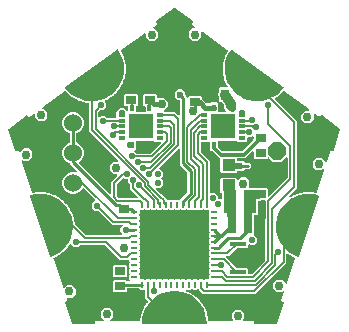
<source format=gbr>
G04 EAGLE Gerber RS-274X export*
G75*
%MOMM*%
%FSLAX34Y34*%
%LPD*%
%INBottom Copper*%
%IPPOS*%
%AMOC8*
5,1,8,0,0,1.08239X$1,22.5*%
G01*
%ADD10R,1.100000X1.000000*%
%ADD11R,0.700000X0.900000*%
%ADD12P,1.649562X8X22.500000*%
%ADD13C,1.524000*%
%ADD14R,0.900000X0.700000*%
%ADD15R,0.550000X0.254000*%
%ADD16R,0.254000X0.550000*%
%ADD17R,5.600000X5.600000*%
%ADD18R,1.399997X0.400000*%
%ADD19R,0.350000X0.600000*%
%ADD20R,0.600000X0.350000*%
%ADD21R,2.100000X2.100000*%
%ADD22R,0.800000X0.500000*%
%ADD23C,0.800000*%
%ADD24C,0.750000*%
%ADD25C,0.812800*%
%ADD26C,0.254000*%
%ADD27C,0.406400*%
%ADD28C,0.550000*%
%ADD29C,0.152400*%
%ADD30C,0.508000*%
%ADD31C,0.609600*%
%ADD32C,0.600000*%
%ADD33C,0.304800*%

G36*
X-49841Y54951D02*
X-49841Y54951D01*
X-49822Y54949D01*
X-49720Y54971D01*
X-49618Y54987D01*
X-49601Y54997D01*
X-49581Y55001D01*
X-49492Y55054D01*
X-49401Y55103D01*
X-49387Y55117D01*
X-49370Y55127D01*
X-49303Y55206D01*
X-49231Y55281D01*
X-49223Y55299D01*
X-49210Y55314D01*
X-49171Y55410D01*
X-49128Y55504D01*
X-49126Y55524D01*
X-49118Y55542D01*
X-49100Y55709D01*
X-49100Y60007D01*
X-49073Y60034D01*
X-49020Y60108D01*
X-48960Y60177D01*
X-48948Y60207D01*
X-48929Y60233D01*
X-48902Y60320D01*
X-48871Y60399D01*
X-46346Y62924D01*
X-42804Y62924D01*
X-40649Y60769D01*
X-40591Y60727D01*
X-40539Y60677D01*
X-40492Y60655D01*
X-40450Y60625D01*
X-40381Y60604D01*
X-40316Y60574D01*
X-40264Y60568D01*
X-40214Y60553D01*
X-40143Y60555D01*
X-40072Y60547D01*
X-40021Y60558D01*
X-39969Y60559D01*
X-39901Y60584D01*
X-39831Y60599D01*
X-39786Y60626D01*
X-39738Y60644D01*
X-39682Y60688D01*
X-39620Y60725D01*
X-39586Y60765D01*
X-39546Y60797D01*
X-39507Y60858D01*
X-39460Y60912D01*
X-39441Y60960D01*
X-39413Y61004D01*
X-39395Y61074D01*
X-39368Y61140D01*
X-39360Y61212D01*
X-39352Y61243D01*
X-39354Y61266D01*
X-39350Y61307D01*
X-39350Y63914D01*
X-39353Y63934D01*
X-39351Y63953D01*
X-39373Y64055D01*
X-39389Y64157D01*
X-39399Y64174D01*
X-39403Y64194D01*
X-39456Y64283D01*
X-39505Y64374D01*
X-39519Y64388D01*
X-39529Y64405D01*
X-39608Y64472D01*
X-39683Y64544D01*
X-39701Y64552D01*
X-39716Y64565D01*
X-39812Y64604D01*
X-39906Y64647D01*
X-39926Y64649D01*
X-39944Y64657D01*
X-40111Y64675D01*
X-41644Y64675D01*
X-42537Y65568D01*
X-42537Y73832D01*
X-41644Y74725D01*
X-39263Y74725D01*
X-39173Y74739D01*
X-39082Y74747D01*
X-39052Y74759D01*
X-39020Y74764D01*
X-38939Y74807D01*
X-38855Y74843D01*
X-38823Y74869D01*
X-38803Y74880D01*
X-38780Y74903D01*
X-38724Y74948D01*
X-38697Y74975D01*
X-34328Y74975D01*
X-34301Y74948D01*
X-34227Y74895D01*
X-34157Y74835D01*
X-34127Y74823D01*
X-34101Y74804D01*
X-34014Y74777D01*
X-33929Y74743D01*
X-33888Y74739D01*
X-33866Y74732D01*
X-33834Y74733D01*
X-33762Y74725D01*
X-31381Y74725D01*
X-30488Y73832D01*
X-30488Y65568D01*
X-31381Y64675D01*
X-32039Y64675D01*
X-32059Y64672D01*
X-32078Y64674D01*
X-32180Y64652D01*
X-32282Y64636D01*
X-32299Y64626D01*
X-32319Y64622D01*
X-32408Y64569D01*
X-32499Y64520D01*
X-32513Y64506D01*
X-32530Y64496D01*
X-32597Y64417D01*
X-32669Y64342D01*
X-32677Y64324D01*
X-32690Y64309D01*
X-32729Y64213D01*
X-32772Y64119D01*
X-32774Y64099D01*
X-32782Y64081D01*
X-32800Y63914D01*
X-32800Y60411D01*
X-32797Y60391D01*
X-32799Y60372D01*
X-32777Y60270D01*
X-32761Y60168D01*
X-32751Y60151D01*
X-32747Y60131D01*
X-32694Y60042D01*
X-32645Y59951D01*
X-32631Y59937D01*
X-32621Y59920D01*
X-32542Y59853D01*
X-32467Y59781D01*
X-32449Y59773D01*
X-32434Y59760D01*
X-32338Y59721D01*
X-32244Y59678D01*
X-32224Y59676D01*
X-32206Y59668D01*
X-32039Y59650D01*
X-25111Y59650D01*
X-25091Y59653D01*
X-25072Y59651D01*
X-24970Y59673D01*
X-24868Y59689D01*
X-24851Y59699D01*
X-24831Y59703D01*
X-24742Y59756D01*
X-24651Y59805D01*
X-24637Y59819D01*
X-24620Y59829D01*
X-24553Y59908D01*
X-24481Y59983D01*
X-24473Y60001D01*
X-24460Y60016D01*
X-24421Y60112D01*
X-24378Y60206D01*
X-24376Y60226D01*
X-24368Y60244D01*
X-24350Y60411D01*
X-24350Y63914D01*
X-24353Y63934D01*
X-24351Y63953D01*
X-24373Y64055D01*
X-24389Y64157D01*
X-24399Y64174D01*
X-24403Y64194D01*
X-24456Y64283D01*
X-24505Y64374D01*
X-24519Y64388D01*
X-24529Y64405D01*
X-24608Y64472D01*
X-24683Y64544D01*
X-24701Y64552D01*
X-24716Y64565D01*
X-24812Y64604D01*
X-24906Y64647D01*
X-24926Y64649D01*
X-24944Y64657D01*
X-25111Y64675D01*
X-25769Y64675D01*
X-26662Y65568D01*
X-26662Y73832D01*
X-25769Y74725D01*
X-15506Y74725D01*
X-14613Y73832D01*
X-14613Y72073D01*
X-14601Y72002D01*
X-14599Y71931D01*
X-14581Y71882D01*
X-14573Y71830D01*
X-14539Y71767D01*
X-14515Y71700D01*
X-14482Y71659D01*
X-14458Y71613D01*
X-14406Y71564D01*
X-14361Y71508D01*
X-14317Y71480D01*
X-14280Y71444D01*
X-14214Y71413D01*
X-14154Y71375D01*
X-14104Y71362D01*
X-14057Y71340D01*
X-13985Y71332D01*
X-13916Y71315D01*
X-13864Y71319D01*
X-13812Y71313D01*
X-13742Y71328D01*
X-13670Y71334D01*
X-13623Y71354D01*
X-13572Y71365D01*
X-13510Y71402D01*
X-13444Y71430D01*
X-13388Y71475D01*
X-13361Y71491D01*
X-13345Y71509D01*
X-13313Y71535D01*
X-13048Y71800D01*
X-8679Y71800D01*
X-5589Y68710D01*
X-5589Y64340D01*
X-8448Y61481D01*
X-8460Y61465D01*
X-8475Y61452D01*
X-8531Y61365D01*
X-8592Y61281D01*
X-8597Y61262D01*
X-8608Y61245D01*
X-8633Y61145D01*
X-8664Y61046D01*
X-8663Y61026D01*
X-8668Y61007D01*
X-8660Y60904D01*
X-8660Y60898D01*
X-8661Y60894D01*
X-8660Y60890D01*
X-8658Y60800D01*
X-8651Y60781D01*
X-8649Y60762D01*
X-8614Y60679D01*
X-8608Y60653D01*
X-8597Y60634D01*
X-8573Y60569D01*
X-8561Y60554D01*
X-8553Y60535D01*
X-8493Y60461D01*
X-8482Y60442D01*
X-8470Y60432D01*
X-8448Y60404D01*
X-8178Y60135D01*
X-8104Y60082D01*
X-8035Y60022D01*
X-8005Y60010D01*
X-7979Y59991D01*
X-7892Y59964D01*
X-7807Y59930D01*
X-7766Y59926D01*
X-7744Y59919D01*
X-7711Y59920D01*
X-7640Y59912D01*
X472Y59912D01*
X2035Y58349D01*
X3194Y57190D01*
X3253Y57148D01*
X3305Y57098D01*
X3352Y57076D01*
X3394Y57046D01*
X3463Y57025D01*
X3528Y56995D01*
X3579Y56989D01*
X3629Y56974D01*
X3701Y56976D01*
X3772Y56968D01*
X3823Y56979D01*
X3875Y56980D01*
X3942Y57005D01*
X4012Y57020D01*
X4057Y57047D01*
X4106Y57064D01*
X4162Y57109D01*
X4224Y57146D01*
X4257Y57186D01*
X4298Y57218D01*
X4337Y57278D01*
X4383Y57333D01*
X4403Y57381D01*
X4431Y57425D01*
X4449Y57495D01*
X4475Y57561D01*
X4483Y57632D01*
X4491Y57664D01*
X4489Y57687D01*
X4494Y57728D01*
X4494Y69327D01*
X4492Y69338D01*
X4493Y69346D01*
X4491Y69353D01*
X4493Y69366D01*
X4471Y69467D01*
X4454Y69569D01*
X4445Y69587D01*
X4441Y69606D01*
X4387Y69695D01*
X4339Y69787D01*
X4325Y69800D01*
X4314Y69817D01*
X4236Y69885D01*
X4161Y69956D01*
X4143Y69964D01*
X4128Y69977D01*
X4031Y70016D01*
X3938Y70060D01*
X3918Y70062D01*
X3899Y70069D01*
X3733Y70088D01*
X2888Y70088D01*
X238Y72738D01*
X238Y76487D01*
X2888Y79137D01*
X6637Y79137D01*
X9287Y76487D01*
X9287Y74355D01*
X9302Y74265D01*
X9309Y74174D01*
X9322Y74145D01*
X9327Y74113D01*
X9370Y74032D01*
X9405Y73948D01*
X9431Y73916D01*
X9442Y73895D01*
X9465Y73873D01*
X9510Y73817D01*
X10083Y73244D01*
X10083Y72727D01*
X10095Y72657D01*
X10097Y72585D01*
X10115Y72536D01*
X10123Y72485D01*
X10157Y72421D01*
X10181Y72354D01*
X10214Y72313D01*
X10238Y72267D01*
X10290Y72218D01*
X10335Y72162D01*
X10379Y72134D01*
X10417Y72098D01*
X10482Y72068D01*
X10542Y72029D01*
X10592Y72016D01*
X10640Y71994D01*
X10711Y71986D01*
X10780Y71969D01*
X10832Y71973D01*
X10884Y71967D01*
X10954Y71982D01*
X11026Y71988D01*
X11073Y72008D01*
X11124Y72019D01*
X11186Y72056D01*
X11252Y72084D01*
X11308Y72129D01*
X11336Y72146D01*
X11351Y72163D01*
X11383Y72189D01*
X12331Y73137D01*
X22594Y73137D01*
X23487Y72244D01*
X23487Y71321D01*
X23502Y71230D01*
X23509Y71140D01*
X23522Y71110D01*
X23527Y71078D01*
X23570Y70997D01*
X23605Y70913D01*
X23631Y70881D01*
X23642Y70860D01*
X23665Y70838D01*
X23710Y70782D01*
X27088Y67405D01*
X27162Y67352D01*
X27231Y67292D01*
X27261Y67280D01*
X27288Y67261D01*
X27374Y67234D01*
X27459Y67200D01*
X27500Y67196D01*
X27523Y67189D01*
X27555Y67190D01*
X27626Y67182D01*
X30110Y67182D01*
X30200Y67196D01*
X30291Y67204D01*
X30321Y67216D01*
X30353Y67221D01*
X30434Y67264D01*
X30517Y67300D01*
X30550Y67326D01*
X30570Y67337D01*
X30592Y67360D01*
X30648Y67405D01*
X31393Y68150D01*
X36157Y68150D01*
X37050Y67257D01*
X37050Y65696D01*
X37064Y65605D01*
X37072Y65515D01*
X37084Y65485D01*
X37089Y65453D01*
X37132Y65372D01*
X37168Y65288D01*
X37194Y65256D01*
X37205Y65235D01*
X37228Y65213D01*
X37273Y65157D01*
X37332Y65098D01*
X37332Y62152D01*
X37273Y62093D01*
X37220Y62019D01*
X37160Y61949D01*
X37148Y61919D01*
X37129Y61893D01*
X37102Y61806D01*
X37068Y61721D01*
X37064Y61680D01*
X37057Y61658D01*
X37058Y61626D01*
X37050Y61554D01*
X37050Y60411D01*
X37053Y60391D01*
X37051Y60372D01*
X37073Y60270D01*
X37089Y60168D01*
X37099Y60151D01*
X37103Y60131D01*
X37156Y60042D01*
X37205Y59951D01*
X37219Y59937D01*
X37229Y59920D01*
X37308Y59853D01*
X37383Y59781D01*
X37401Y59773D01*
X37416Y59760D01*
X37512Y59721D01*
X37606Y59678D01*
X37626Y59676D01*
X37644Y59668D01*
X37811Y59650D01*
X43009Y59650D01*
X43080Y59661D01*
X43151Y59663D01*
X43200Y59681D01*
X43252Y59689D01*
X43315Y59723D01*
X43382Y59748D01*
X43423Y59780D01*
X43469Y59805D01*
X43518Y59857D01*
X43574Y59901D01*
X43602Y59945D01*
X43638Y59983D01*
X43669Y60048D01*
X43707Y60108D01*
X43720Y60159D01*
X43742Y60206D01*
X43750Y60277D01*
X43767Y60347D01*
X43763Y60399D01*
X43769Y60450D01*
X43754Y60521D01*
X43748Y60592D01*
X43728Y60640D01*
X43717Y60691D01*
X43680Y60752D01*
X43652Y60818D01*
X43607Y60874D01*
X43591Y60902D01*
X43573Y60917D01*
X43547Y60949D01*
X42806Y61690D01*
X41955Y63745D01*
X41955Y65302D01*
X41936Y65420D01*
X41916Y65541D01*
X41916Y65543D01*
X41915Y65544D01*
X41912Y65551D01*
X41847Y65693D01*
X40332Y68218D01*
X40292Y68265D01*
X40286Y68275D01*
X40286Y68276D01*
X40261Y68317D01*
X40213Y68358D01*
X40173Y68406D01*
X40120Y68437D01*
X40074Y68477D01*
X40016Y68501D01*
X39962Y68533D01*
X39902Y68546D01*
X39846Y68569D01*
X39754Y68579D01*
X39722Y68587D01*
X39706Y68585D01*
X39679Y68588D01*
X38881Y68588D01*
X37988Y69481D01*
X37988Y71914D01*
X37968Y72032D01*
X37949Y72153D01*
X37948Y72155D01*
X37948Y72156D01*
X37945Y72163D01*
X37879Y72305D01*
X37648Y72690D01*
X37321Y74890D01*
X37863Y77058D01*
X37877Y77075D01*
X37910Y77157D01*
X37951Y77235D01*
X37956Y77270D01*
X37969Y77303D01*
X37988Y77470D01*
X37988Y79744D01*
X38881Y80637D01*
X44419Y80637D01*
X44502Y80651D01*
X44586Y80656D01*
X44623Y80671D01*
X44662Y80677D01*
X44736Y80716D01*
X44814Y80748D01*
X44844Y80774D01*
X44879Y80792D01*
X44937Y80853D01*
X45001Y80908D01*
X45021Y80942D01*
X45048Y80970D01*
X45084Y81047D01*
X45127Y81119D01*
X45135Y81158D01*
X45152Y81193D01*
X45161Y81277D01*
X45179Y81360D01*
X45175Y81399D01*
X45179Y81438D01*
X45161Y81520D01*
X45152Y81604D01*
X45133Y81652D01*
X45127Y81678D01*
X45111Y81704D01*
X45089Y81760D01*
X44051Y83685D01*
X44030Y83712D01*
X44016Y83744D01*
X43955Y83809D01*
X43901Y83879D01*
X43872Y83899D01*
X43849Y83924D01*
X43781Y83966D01*
X43564Y84571D01*
X43548Y84600D01*
X43517Y84675D01*
X43213Y85239D01*
X43216Y85311D01*
X43227Y85399D01*
X43221Y85433D01*
X43222Y85468D01*
X43183Y85631D01*
X42439Y87702D01*
X42422Y87732D01*
X42413Y87766D01*
X42363Y87839D01*
X42320Y87917D01*
X42294Y87941D01*
X42274Y87969D01*
X42214Y88020D01*
X42089Y88652D01*
X42077Y88682D01*
X42059Y88761D01*
X41842Y89364D01*
X41856Y89435D01*
X41880Y89520D01*
X41878Y89555D01*
X41885Y89589D01*
X41871Y89756D01*
X41444Y91915D01*
X41432Y91947D01*
X41427Y91982D01*
X41389Y92062D01*
X41358Y92145D01*
X41336Y92172D01*
X41321Y92204D01*
X41268Y92263D01*
X41239Y92906D01*
X41232Y92939D01*
X41232Y92943D01*
X41232Y92945D01*
X41231Y92948D01*
X41225Y93019D01*
X41101Y93647D01*
X41125Y93715D01*
X41162Y93796D01*
X41165Y93830D01*
X41177Y93863D01*
X41188Y94031D01*
X41087Y96229D01*
X41080Y96263D01*
X41081Y96298D01*
X41055Y96383D01*
X41036Y96470D01*
X41019Y96500D01*
X41009Y96533D01*
X40966Y96600D01*
X41033Y97240D01*
X41031Y97273D01*
X41036Y97353D01*
X41007Y97993D01*
X41040Y98057D01*
X41089Y98131D01*
X41098Y98165D01*
X41114Y98195D01*
X41149Y98359D01*
X41378Y100548D01*
X41376Y100583D01*
X41382Y100617D01*
X41369Y100705D01*
X41364Y100794D01*
X41351Y100826D01*
X41345Y100860D01*
X41313Y100933D01*
X41474Y101556D01*
X41477Y101589D01*
X41495Y101668D01*
X41561Y102305D01*
X41604Y102362D01*
X41663Y102429D01*
X41676Y102461D01*
X41697Y102489D01*
X41757Y102645D01*
X42309Y104776D01*
X42312Y104810D01*
X42323Y104843D01*
X42323Y104932D01*
X42331Y105021D01*
X42323Y105055D01*
X42323Y105089D01*
X42302Y105166D01*
X42555Y105758D01*
X42563Y105790D01*
X42591Y105866D01*
X42752Y106485D01*
X42803Y106536D01*
X42871Y106593D01*
X42889Y106622D01*
X42914Y106647D01*
X42996Y106793D01*
X43860Y108818D01*
X43868Y108851D01*
X43884Y108882D01*
X43897Y108970D01*
X43918Y109056D01*
X43915Y109091D01*
X43921Y109125D01*
X43911Y109204D01*
X44249Y109752D01*
X44262Y109782D01*
X44301Y109853D01*
X44552Y110442D01*
X44610Y110484D01*
X44686Y110530D01*
X44709Y110557D01*
X44737Y110578D01*
X44840Y110710D01*
X45123Y111169D01*
X45167Y111274D01*
X45213Y111379D01*
X45214Y111388D01*
X45217Y111397D01*
X45224Y111510D01*
X45235Y111624D01*
X45233Y111633D01*
X45233Y111642D01*
X45204Y111752D01*
X45178Y111863D01*
X45173Y111871D01*
X45170Y111880D01*
X45108Y111975D01*
X45047Y112072D01*
X45039Y112079D01*
X45035Y112085D01*
X45016Y112100D01*
X44923Y112185D01*
X23946Y127427D01*
X23935Y127433D01*
X23927Y127441D01*
X23825Y127488D01*
X23726Y127538D01*
X23714Y127539D01*
X23703Y127544D01*
X23593Y127557D01*
X23483Y127572D01*
X23471Y127570D01*
X23459Y127572D01*
X23351Y127548D01*
X23241Y127528D01*
X23230Y127522D01*
X23219Y127519D01*
X23124Y127462D01*
X23026Y127408D01*
X23018Y127399D01*
X23008Y127393D01*
X22936Y127309D01*
X22860Y127226D01*
X22855Y127215D01*
X22848Y127206D01*
X22806Y127103D01*
X22761Y127001D01*
X22760Y126989D01*
X22756Y126978D01*
X22737Y126811D01*
X22737Y123228D01*
X19647Y120138D01*
X15278Y120138D01*
X12188Y123228D01*
X12188Y127597D01*
X15278Y130687D01*
X17117Y130687D01*
X17125Y130689D01*
X17132Y130687D01*
X17246Y130708D01*
X17359Y130727D01*
X17366Y130731D01*
X17374Y130732D01*
X17476Y130789D01*
X17577Y130842D01*
X17582Y130848D01*
X17589Y130852D01*
X17668Y130938D01*
X17746Y131020D01*
X17750Y131028D01*
X17755Y131034D01*
X17801Y131139D01*
X17850Y131243D01*
X17851Y131251D01*
X17854Y131259D01*
X17864Y131374D01*
X17877Y131488D01*
X17875Y131496D01*
X17876Y131504D01*
X17849Y131616D01*
X17825Y131728D01*
X17821Y131735D01*
X17819Y131743D01*
X17757Y131841D01*
X17698Y131939D01*
X17692Y131945D01*
X17688Y131951D01*
X17564Y132064D01*
X14454Y134324D01*
X15780Y135876D01*
X15794Y135901D01*
X15814Y135922D01*
X15842Y135987D01*
X15876Y136050D01*
X15879Y136079D01*
X15890Y136105D01*
X15890Y136177D01*
X15897Y136247D01*
X15889Y136275D01*
X15888Y136304D01*
X15860Y136370D01*
X15839Y136438D01*
X15820Y136460D01*
X15809Y136487D01*
X15739Y136558D01*
X15712Y136590D01*
X15702Y136595D01*
X15692Y136605D01*
X292Y147705D01*
X266Y147717D01*
X245Y147735D01*
X176Y147757D01*
X111Y147787D01*
X82Y147787D01*
X55Y147796D01*
X-16Y147790D01*
X-88Y147791D01*
X-114Y147781D01*
X-143Y147778D01*
X-234Y147734D01*
X-273Y147718D01*
X-280Y147711D01*
X-292Y147705D01*
X-15692Y136605D01*
X-15712Y136584D01*
X-15737Y136569D01*
X-15779Y136511D01*
X-15827Y136459D01*
X-15837Y136432D01*
X-15854Y136408D01*
X-15870Y136339D01*
X-15894Y136272D01*
X-15892Y136243D01*
X-15899Y136214D01*
X-15887Y136144D01*
X-15883Y136073D01*
X-15870Y136047D01*
X-15865Y136019D01*
X-15814Y135933D01*
X-15795Y135895D01*
X-15787Y135888D01*
X-15780Y135876D01*
X-14454Y134324D01*
X-17564Y132064D01*
X-17570Y132059D01*
X-17577Y132055D01*
X-17656Y131972D01*
X-17737Y131889D01*
X-17741Y131882D01*
X-17746Y131877D01*
X-17795Y131772D01*
X-17845Y131669D01*
X-17846Y131661D01*
X-17850Y131653D01*
X-17862Y131539D01*
X-17878Y131425D01*
X-17876Y131417D01*
X-17877Y131409D01*
X-17852Y131296D01*
X-17830Y131183D01*
X-17826Y131177D01*
X-17825Y131169D01*
X-17765Y131070D01*
X-17708Y130970D01*
X-17703Y130964D01*
X-17698Y130958D01*
X-17611Y130883D01*
X-17525Y130806D01*
X-17518Y130803D01*
X-17512Y130798D01*
X-17404Y130754D01*
X-17299Y130709D01*
X-17291Y130709D01*
X-17283Y130706D01*
X-17117Y130687D01*
X-16865Y130687D01*
X-13775Y127597D01*
X-13775Y123228D01*
X-16865Y120138D01*
X-21235Y120138D01*
X-24325Y123228D01*
X-24325Y125658D01*
X-24327Y125670D01*
X-24325Y125682D01*
X-24346Y125791D01*
X-24364Y125901D01*
X-24370Y125911D01*
X-24372Y125923D01*
X-24428Y126020D01*
X-24480Y126118D01*
X-24488Y126126D01*
X-24494Y126137D01*
X-24577Y126211D01*
X-24658Y126287D01*
X-24669Y126292D01*
X-24678Y126300D01*
X-24780Y126344D01*
X-24881Y126391D01*
X-24893Y126392D01*
X-24904Y126397D01*
X-25015Y126406D01*
X-25125Y126418D01*
X-25137Y126415D01*
X-25149Y126416D01*
X-25257Y126389D01*
X-25366Y126366D01*
X-25376Y126360D01*
X-25388Y126357D01*
X-25533Y126274D01*
X-44923Y112185D01*
X-45003Y112104D01*
X-45085Y112025D01*
X-45090Y112016D01*
X-45096Y112010D01*
X-45146Y111908D01*
X-45199Y111806D01*
X-45200Y111797D01*
X-45204Y111789D01*
X-45219Y111676D01*
X-45237Y111563D01*
X-45235Y111554D01*
X-45236Y111545D01*
X-45214Y111433D01*
X-45195Y111321D01*
X-45190Y111311D01*
X-45189Y111304D01*
X-45177Y111283D01*
X-45123Y111169D01*
X-44840Y110710D01*
X-44817Y110684D01*
X-44801Y110653D01*
X-44737Y110591D01*
X-44679Y110524D01*
X-44649Y110506D01*
X-44624Y110482D01*
X-44554Y110445D01*
X-44301Y109853D01*
X-44284Y109825D01*
X-44249Y109752D01*
X-43913Y109207D01*
X-43911Y109135D01*
X-43917Y109046D01*
X-43909Y109013D01*
X-43908Y108978D01*
X-43860Y108818D01*
X-42996Y106793D01*
X-42978Y106764D01*
X-42966Y106731D01*
X-42912Y106660D01*
X-42864Y106585D01*
X-42837Y106564D01*
X-42816Y106536D01*
X-42753Y106489D01*
X-42591Y105866D01*
X-42578Y105835D01*
X-42555Y105758D01*
X-42303Y105169D01*
X-42313Y105098D01*
X-42332Y105011D01*
X-42328Y104976D01*
X-42333Y104942D01*
X-42309Y104776D01*
X-41757Y102645D01*
X-41743Y102614D01*
X-41737Y102580D01*
X-41693Y102502D01*
X-41657Y102420D01*
X-41634Y102395D01*
X-41617Y102364D01*
X-41561Y102308D01*
X-41495Y101668D01*
X-41486Y101636D01*
X-41474Y101556D01*
X-41314Y100936D01*
X-41334Y100867D01*
X-41366Y100784D01*
X-41367Y100749D01*
X-41377Y100716D01*
X-41378Y100548D01*
X-41149Y98359D01*
X-41140Y98326D01*
X-41139Y98291D01*
X-41108Y98208D01*
X-41085Y98122D01*
X-41065Y98093D01*
X-41053Y98061D01*
X-41007Y97996D01*
X-41036Y97353D01*
X-41032Y97320D01*
X-41033Y97240D01*
X-40966Y96603D01*
X-40996Y96538D01*
X-41040Y96461D01*
X-41047Y96427D01*
X-41061Y96395D01*
X-41087Y96229D01*
X-41188Y94031D01*
X-41184Y93996D01*
X-41188Y93962D01*
X-41169Y93875D01*
X-41159Y93786D01*
X-41144Y93755D01*
X-41137Y93721D01*
X-41100Y93651D01*
X-41225Y93019D01*
X-41226Y92986D01*
X-41239Y92906D01*
X-41268Y92266D01*
X-41307Y92206D01*
X-41363Y92137D01*
X-41374Y92104D01*
X-41393Y92075D01*
X-41444Y91915D01*
X-41871Y89756D01*
X-41872Y89721D01*
X-41881Y89688D01*
X-41876Y89599D01*
X-41879Y89510D01*
X-41869Y89477D01*
X-41867Y89442D01*
X-41841Y89367D01*
X-42059Y88761D01*
X-42065Y88729D01*
X-42089Y88652D01*
X-42213Y88024D01*
X-42261Y87970D01*
X-42326Y87909D01*
X-42342Y87879D01*
X-42365Y87853D01*
X-42439Y87702D01*
X-43183Y85631D01*
X-43189Y85597D01*
X-43203Y85565D01*
X-43212Y85476D01*
X-43228Y85389D01*
X-43223Y85355D01*
X-43226Y85320D01*
X-43212Y85242D01*
X-43517Y84675D01*
X-43528Y84644D01*
X-43564Y84571D01*
X-43780Y83969D01*
X-43835Y83923D01*
X-43908Y83872D01*
X-43929Y83845D01*
X-43956Y83823D01*
X-44051Y83685D01*
X-45096Y81747D01*
X-45107Y81714D01*
X-45126Y81685D01*
X-45147Y81599D01*
X-45176Y81515D01*
X-45176Y81480D01*
X-45184Y81446D01*
X-45182Y81367D01*
X-45568Y80852D01*
X-45584Y80823D01*
X-45630Y80756D01*
X-45934Y80193D01*
X-45995Y80156D01*
X-46075Y80117D01*
X-46100Y80092D01*
X-46129Y80074D01*
X-46244Y79952D01*
X-47566Y78192D01*
X-47582Y78161D01*
X-47605Y78135D01*
X-47639Y78053D01*
X-47680Y77974D01*
X-47685Y77940D01*
X-47698Y77908D01*
X-47708Y77829D01*
X-48167Y77378D01*
X-48186Y77351D01*
X-48242Y77292D01*
X-48626Y76780D01*
X-48692Y76753D01*
X-48777Y76726D01*
X-48805Y76706D01*
X-48837Y76692D01*
X-48969Y76588D01*
X-50538Y75045D01*
X-50559Y75017D01*
X-50585Y74995D01*
X-50631Y74918D01*
X-50683Y74846D01*
X-50694Y74813D01*
X-50712Y74784D01*
X-50733Y74707D01*
X-51254Y74329D01*
X-51277Y74306D01*
X-51340Y74256D01*
X-51797Y73807D01*
X-51867Y73789D01*
X-51954Y73776D01*
X-51985Y73760D01*
X-52019Y73751D01*
X-52165Y73668D01*
X-53946Y72376D01*
X-53971Y72351D01*
X-54000Y72333D01*
X-54057Y72265D01*
X-54119Y72201D01*
X-54135Y72170D01*
X-54157Y72143D01*
X-54189Y72071D01*
X-54761Y71775D01*
X-54787Y71755D01*
X-54857Y71715D01*
X-55376Y71339D01*
X-55447Y71332D01*
X-55536Y71332D01*
X-55569Y71321D01*
X-55603Y71317D01*
X-55760Y71257D01*
X-57714Y70245D01*
X-57742Y70224D01*
X-57774Y70210D01*
X-57840Y70151D01*
X-57911Y70098D01*
X-57931Y70069D01*
X-57957Y70046D01*
X-58000Y69979D01*
X-58301Y69876D01*
X-58363Y69843D01*
X-58429Y69819D01*
X-58471Y69786D01*
X-58518Y69761D01*
X-58566Y69709D01*
X-58621Y69666D01*
X-58650Y69620D01*
X-58687Y69582D01*
X-58716Y69518D01*
X-58754Y69459D01*
X-58767Y69407D01*
X-58790Y69358D01*
X-58797Y69288D01*
X-58814Y69220D01*
X-58810Y69167D01*
X-58816Y69114D01*
X-58801Y69045D01*
X-58795Y68975D01*
X-58774Y68926D01*
X-58763Y68873D01*
X-58726Y68813D01*
X-58699Y68749D01*
X-58653Y68691D01*
X-58636Y68663D01*
X-58619Y68648D01*
X-58594Y68618D01*
X-57489Y67513D01*
X-57489Y63971D01*
X-59993Y61467D01*
X-62490Y61467D01*
X-62580Y61453D01*
X-62671Y61446D01*
X-62700Y61433D01*
X-62732Y61428D01*
X-62813Y61385D01*
X-62897Y61349D01*
X-62929Y61324D01*
X-62950Y61313D01*
X-62972Y61289D01*
X-63028Y61244D01*
X-64165Y60107D01*
X-64218Y60033D01*
X-64278Y59964D01*
X-64290Y59933D01*
X-64309Y59907D01*
X-64336Y59820D01*
X-64370Y59735D01*
X-64374Y59694D01*
X-64381Y59672D01*
X-64380Y59640D01*
X-64388Y59569D01*
X-64388Y56207D01*
X-64377Y56137D01*
X-64375Y56065D01*
X-64357Y56016D01*
X-64349Y55965D01*
X-64315Y55901D01*
X-64290Y55834D01*
X-64258Y55793D01*
X-64233Y55747D01*
X-64181Y55698D01*
X-64137Y55642D01*
X-64093Y55614D01*
X-64055Y55578D01*
X-63990Y55548D01*
X-63930Y55509D01*
X-63879Y55496D01*
X-63832Y55474D01*
X-63761Y55466D01*
X-63691Y55449D01*
X-63639Y55453D01*
X-63588Y55447D01*
X-63517Y55462D01*
X-63446Y55468D01*
X-63398Y55488D01*
X-63347Y55499D01*
X-63286Y55536D01*
X-63220Y55564D01*
X-63164Y55609D01*
X-63136Y55626D01*
X-63121Y55643D01*
X-63089Y55669D01*
X-62096Y56662D01*
X-58554Y56662D01*
X-57063Y55171D01*
X-56989Y55118D01*
X-56919Y55058D01*
X-56889Y55046D01*
X-56863Y55027D01*
X-56776Y55000D01*
X-56691Y54966D01*
X-56650Y54962D01*
X-56628Y54955D01*
X-56596Y54956D01*
X-56525Y54948D01*
X-49861Y54948D01*
X-49841Y54951D01*
G37*
G36*
X-45215Y-44175D02*
X-45215Y-44175D01*
X-45143Y-44173D01*
X-45094Y-44155D01*
X-45043Y-44147D01*
X-44980Y-44113D01*
X-44912Y-44088D01*
X-44872Y-44056D01*
X-44826Y-44031D01*
X-44776Y-43979D01*
X-44720Y-43935D01*
X-44692Y-43891D01*
X-44656Y-43853D01*
X-44626Y-43788D01*
X-44587Y-43728D01*
X-44575Y-43677D01*
X-44553Y-43630D01*
X-44545Y-43559D01*
X-44527Y-43489D01*
X-44531Y-43437D01*
X-44526Y-43386D01*
X-44541Y-43315D01*
X-44546Y-43244D01*
X-44567Y-43196D01*
X-44578Y-43145D01*
X-44615Y-43084D01*
X-44643Y-43018D01*
X-44688Y-42962D01*
X-44704Y-42934D01*
X-44722Y-42919D01*
X-44748Y-42887D01*
X-45639Y-41995D01*
X-45639Y-38454D01*
X-44068Y-36882D01*
X-44026Y-36824D01*
X-43977Y-36772D01*
X-43955Y-36725D01*
X-43924Y-36683D01*
X-43903Y-36614D01*
X-43873Y-36549D01*
X-43867Y-36497D01*
X-43852Y-36447D01*
X-43854Y-36376D01*
X-43846Y-36305D01*
X-43857Y-36254D01*
X-43858Y-36202D01*
X-43883Y-36134D01*
X-43898Y-36064D01*
X-43925Y-36019D01*
X-43943Y-35971D01*
X-43988Y-35915D01*
X-44024Y-35853D01*
X-44064Y-35819D01*
X-44097Y-35779D01*
X-44157Y-35740D01*
X-44211Y-35693D01*
X-44260Y-35674D01*
X-44303Y-35646D01*
X-44373Y-35628D01*
X-44440Y-35601D01*
X-44511Y-35593D01*
X-44542Y-35585D01*
X-44565Y-35587D01*
X-44606Y-35583D01*
X-52561Y-35583D01*
X-64210Y-23934D01*
X-64284Y-23881D01*
X-64353Y-23821D01*
X-64383Y-23809D01*
X-64409Y-23790D01*
X-64496Y-23763D01*
X-64581Y-23729D01*
X-64622Y-23725D01*
X-64645Y-23718D01*
X-64677Y-23719D01*
X-64748Y-23711D01*
X-67244Y-23711D01*
X-69748Y-21207D01*
X-69748Y-17665D01*
X-67090Y-15008D01*
X-67079Y-14991D01*
X-67063Y-14979D01*
X-67007Y-14892D01*
X-66947Y-14808D01*
X-66941Y-14789D01*
X-66930Y-14772D01*
X-66905Y-14672D01*
X-66875Y-14573D01*
X-66875Y-14553D01*
X-66870Y-14533D01*
X-66878Y-14431D01*
X-66881Y-14327D01*
X-66888Y-14308D01*
X-66889Y-14288D01*
X-66930Y-14193D01*
X-66965Y-14096D01*
X-66978Y-14080D01*
X-66986Y-14062D01*
X-67090Y-13931D01*
X-76543Y-4479D01*
X-76580Y-4452D01*
X-76611Y-4418D01*
X-76679Y-4381D01*
X-76742Y-4335D01*
X-76786Y-4322D01*
X-76826Y-4300D01*
X-76903Y-4286D01*
X-76977Y-4263D01*
X-77023Y-4264D01*
X-77069Y-4256D01*
X-77146Y-4267D01*
X-77223Y-4269D01*
X-77267Y-4285D01*
X-77312Y-4292D01*
X-77381Y-4327D01*
X-77454Y-4354D01*
X-77490Y-4382D01*
X-77531Y-4403D01*
X-77586Y-4459D01*
X-77646Y-4507D01*
X-77671Y-4546D01*
X-77703Y-4579D01*
X-77769Y-4699D01*
X-77779Y-4714D01*
X-77781Y-4719D01*
X-77784Y-4726D01*
X-77972Y-5180D01*
X-80545Y-7753D01*
X-83906Y-9145D01*
X-87544Y-9145D01*
X-90905Y-7753D01*
X-93478Y-5180D01*
X-94870Y-1819D01*
X-94870Y1819D01*
X-93478Y5180D01*
X-90905Y7753D01*
X-87544Y9145D01*
X-83906Y9145D01*
X-83499Y8976D01*
X-83404Y8954D01*
X-83311Y8925D01*
X-83285Y8926D01*
X-83260Y8920D01*
X-83163Y8929D01*
X-83065Y8932D01*
X-83041Y8941D01*
X-83015Y8943D01*
X-82926Y8983D01*
X-82834Y9016D01*
X-82814Y9032D01*
X-82790Y9043D01*
X-82718Y9109D01*
X-82642Y9170D01*
X-82628Y9192D01*
X-82609Y9210D01*
X-82562Y9295D01*
X-82509Y9377D01*
X-82503Y9402D01*
X-82490Y9425D01*
X-82473Y9521D01*
X-82449Y9615D01*
X-82451Y9641D01*
X-82447Y9667D01*
X-82461Y9764D01*
X-82468Y9860D01*
X-82479Y9884D01*
X-82482Y9910D01*
X-82527Y9997D01*
X-82565Y10087D01*
X-82585Y10112D01*
X-82594Y10130D01*
X-82618Y10153D01*
X-82669Y10218D01*
X-86660Y14208D01*
X-88520Y16068D01*
X-88520Y16151D01*
X-88539Y16266D01*
X-88556Y16382D01*
X-88558Y16387D01*
X-88559Y16394D01*
X-88614Y16496D01*
X-88667Y16601D01*
X-88672Y16605D01*
X-88675Y16611D01*
X-88759Y16691D01*
X-88843Y16773D01*
X-88849Y16777D01*
X-88853Y16780D01*
X-88870Y16788D01*
X-88990Y16854D01*
X-90905Y17647D01*
X-93478Y20220D01*
X-94870Y23581D01*
X-94870Y27219D01*
X-93478Y30580D01*
X-90905Y33153D01*
X-88990Y33946D01*
X-88890Y34008D01*
X-88790Y34067D01*
X-88786Y34072D01*
X-88781Y34075D01*
X-88706Y34166D01*
X-88630Y34254D01*
X-88628Y34260D01*
X-88624Y34265D01*
X-88582Y34373D01*
X-88538Y34482D01*
X-88537Y34490D01*
X-88536Y34495D01*
X-88535Y34513D01*
X-88520Y34649D01*
X-88520Y41551D01*
X-88539Y41666D01*
X-88556Y41782D01*
X-88558Y41787D01*
X-88559Y41794D01*
X-88614Y41896D01*
X-88667Y42001D01*
X-88672Y42005D01*
X-88675Y42011D01*
X-88759Y42091D01*
X-88843Y42173D01*
X-88849Y42177D01*
X-88853Y42180D01*
X-88870Y42188D01*
X-88990Y42254D01*
X-90905Y43047D01*
X-93478Y45620D01*
X-94870Y48981D01*
X-94870Y52619D01*
X-93478Y55980D01*
X-90905Y58553D01*
X-87544Y59945D01*
X-83906Y59945D01*
X-80545Y58553D01*
X-77972Y55980D01*
X-76580Y52619D01*
X-76580Y48981D01*
X-77972Y45620D01*
X-80545Y43047D01*
X-82460Y42254D01*
X-82560Y42192D01*
X-82660Y42133D01*
X-82664Y42128D01*
X-82669Y42125D01*
X-82744Y42034D01*
X-82820Y41946D01*
X-82822Y41940D01*
X-82826Y41935D01*
X-82868Y41827D01*
X-82912Y41718D01*
X-82913Y41710D01*
X-82914Y41705D01*
X-82915Y41687D01*
X-82930Y41551D01*
X-82930Y34649D01*
X-82911Y34534D01*
X-82894Y34418D01*
X-82892Y34413D01*
X-82891Y34406D01*
X-82836Y34304D01*
X-82783Y34199D01*
X-82778Y34195D01*
X-82775Y34189D01*
X-82691Y34109D01*
X-82607Y34027D01*
X-82601Y34023D01*
X-82597Y34020D01*
X-82580Y34012D01*
X-82460Y33946D01*
X-80545Y33153D01*
X-77972Y30580D01*
X-76580Y27219D01*
X-76580Y23581D01*
X-77972Y20220D01*
X-80545Y17647D01*
X-80659Y17600D01*
X-80698Y17576D01*
X-80741Y17560D01*
X-80802Y17512D01*
X-80868Y17471D01*
X-80897Y17435D01*
X-80933Y17407D01*
X-80975Y17341D01*
X-81025Y17281D01*
X-81041Y17238D01*
X-81066Y17200D01*
X-81085Y17124D01*
X-81113Y17052D01*
X-81115Y17006D01*
X-81126Y16961D01*
X-81120Y16884D01*
X-81123Y16806D01*
X-81110Y16762D01*
X-81107Y16716D01*
X-81076Y16645D01*
X-81055Y16570D01*
X-81028Y16532D01*
X-81011Y16490D01*
X-80925Y16383D01*
X-80914Y16368D01*
X-80910Y16365D01*
X-80906Y16359D01*
X-54822Y-9725D01*
X-54764Y-9767D01*
X-54712Y-9816D01*
X-54665Y-9838D01*
X-54623Y-9868D01*
X-54554Y-9889D01*
X-54489Y-9920D01*
X-54437Y-9925D01*
X-54387Y-9941D01*
X-54316Y-9939D01*
X-54245Y-9947D01*
X-54194Y-9936D01*
X-54142Y-9934D01*
X-54074Y-9910D01*
X-54004Y-9894D01*
X-53960Y-9868D01*
X-53911Y-9850D01*
X-53855Y-9805D01*
X-53793Y-9768D01*
X-53759Y-9729D01*
X-53719Y-9696D01*
X-53680Y-9636D01*
X-53633Y-9581D01*
X-53614Y-9533D01*
X-53586Y-9489D01*
X-53568Y-9420D01*
X-53541Y-9353D01*
X-53533Y-9282D01*
X-53525Y-9251D01*
X-53527Y-9227D01*
X-53523Y-9186D01*
X-53523Y962D01*
X-48509Y5976D01*
X-48467Y6034D01*
X-48417Y6086D01*
X-48395Y6133D01*
X-48365Y6175D01*
X-48344Y6244D01*
X-48314Y6309D01*
X-48308Y6361D01*
X-48293Y6411D01*
X-48295Y6482D01*
X-48287Y6553D01*
X-48298Y6604D01*
X-48299Y6656D01*
X-48324Y6724D01*
X-48339Y6794D01*
X-48366Y6839D01*
X-48384Y6887D01*
X-48428Y6943D01*
X-48465Y7005D01*
X-48505Y7039D01*
X-48537Y7079D01*
X-48598Y7118D01*
X-48652Y7165D01*
X-48700Y7184D01*
X-48744Y7212D01*
X-48814Y7230D01*
X-48880Y7257D01*
X-48952Y7265D01*
X-48983Y7273D01*
X-49006Y7271D01*
X-49047Y7275D01*
X-51646Y7275D01*
X-54736Y10365D01*
X-54736Y14735D01*
X-51646Y17825D01*
X-48296Y17825D01*
X-48226Y17836D01*
X-48154Y17838D01*
X-48105Y17856D01*
X-48054Y17864D01*
X-47990Y17898D01*
X-47923Y17923D01*
X-47882Y17955D01*
X-47836Y17980D01*
X-47787Y18032D01*
X-47731Y18076D01*
X-47703Y18120D01*
X-47667Y18158D01*
X-47637Y18223D01*
X-47598Y18283D01*
X-47585Y18334D01*
X-47563Y18381D01*
X-47555Y18452D01*
X-47538Y18522D01*
X-47542Y18574D01*
X-47536Y18625D01*
X-47551Y18696D01*
X-47557Y18767D01*
X-47577Y18815D01*
X-47588Y18866D01*
X-47625Y18927D01*
X-47653Y18993D01*
X-47698Y19049D01*
X-47715Y19077D01*
X-47732Y19092D01*
X-47758Y19124D01*
X-72262Y43628D01*
X-72262Y66889D01*
X-72277Y66985D01*
X-72287Y67082D01*
X-72297Y67106D01*
X-72301Y67132D01*
X-72347Y67218D01*
X-72386Y67307D01*
X-72404Y67326D01*
X-72417Y67349D01*
X-72487Y67416D01*
X-72553Y67488D01*
X-72576Y67501D01*
X-72595Y67519D01*
X-72683Y67560D01*
X-72768Y67607D01*
X-72800Y67614D01*
X-72818Y67622D01*
X-72851Y67626D01*
X-72932Y67645D01*
X-74620Y67849D01*
X-74654Y67848D01*
X-74688Y67854D01*
X-74776Y67843D01*
X-74865Y67839D01*
X-74898Y67826D01*
X-74932Y67822D01*
X-75005Y67791D01*
X-75625Y67962D01*
X-75658Y67966D01*
X-75737Y67984D01*
X-76373Y68061D01*
X-76429Y68105D01*
X-76495Y68165D01*
X-76527Y68179D01*
X-76554Y68200D01*
X-76710Y68263D01*
X-78831Y68850D01*
X-78866Y68853D01*
X-78898Y68865D01*
X-78987Y68867D01*
X-79076Y68876D01*
X-79110Y68869D01*
X-79144Y68869D01*
X-79221Y68849D01*
X-79809Y69111D01*
X-79841Y69120D01*
X-79916Y69150D01*
X-80533Y69321D01*
X-80583Y69372D01*
X-80639Y69442D01*
X-80668Y69460D01*
X-80692Y69485D01*
X-80837Y69570D01*
X-82847Y70467D01*
X-82880Y70476D01*
X-82911Y70492D01*
X-82999Y70507D01*
X-83085Y70529D01*
X-83119Y70527D01*
X-83153Y70533D01*
X-83232Y70524D01*
X-83775Y70871D01*
X-83805Y70884D01*
X-83875Y70925D01*
X-84460Y71186D01*
X-84501Y71245D01*
X-84546Y71321D01*
X-84572Y71344D01*
X-84592Y71372D01*
X-84723Y71478D01*
X-86577Y72664D01*
X-86608Y72678D01*
X-86636Y72699D01*
X-86721Y72726D01*
X-86802Y72762D01*
X-86837Y72764D01*
X-86870Y72775D01*
X-86949Y72779D01*
X-87434Y73202D01*
X-87461Y73220D01*
X-87524Y73271D01*
X-88064Y73616D01*
X-88096Y73680D01*
X-88129Y73763D01*
X-88152Y73789D01*
X-88167Y73820D01*
X-88281Y73944D01*
X-89937Y75393D01*
X-89966Y75411D01*
X-89991Y75436D01*
X-90070Y75476D01*
X-90146Y75523D01*
X-90180Y75531D01*
X-90211Y75547D01*
X-90288Y75562D01*
X-90704Y76053D01*
X-90729Y76075D01*
X-90784Y76134D01*
X-91266Y76556D01*
X-91289Y76624D01*
X-91309Y76711D01*
X-91327Y76740D01*
X-91338Y76773D01*
X-91431Y76912D01*
X-91749Y77288D01*
X-91836Y77362D01*
X-91922Y77439D01*
X-91930Y77442D01*
X-91937Y77448D01*
X-92043Y77490D01*
X-92148Y77535D01*
X-92157Y77536D01*
X-92165Y77539D01*
X-92280Y77546D01*
X-92394Y77555D01*
X-92402Y77553D01*
X-92410Y77553D01*
X-92521Y77523D01*
X-92632Y77495D01*
X-92641Y77490D01*
X-92648Y77488D01*
X-92666Y77476D01*
X-92778Y77412D01*
X-111509Y63802D01*
X-111515Y63796D01*
X-111522Y63792D01*
X-111601Y63709D01*
X-111682Y63627D01*
X-111685Y63620D01*
X-111691Y63614D01*
X-111740Y63509D01*
X-111790Y63406D01*
X-111791Y63398D01*
X-111795Y63391D01*
X-111807Y63276D01*
X-111822Y63162D01*
X-111821Y63154D01*
X-111822Y63147D01*
X-111797Y63034D01*
X-111775Y62921D01*
X-111771Y62914D01*
X-111769Y62906D01*
X-111710Y62807D01*
X-111653Y62707D01*
X-111647Y62702D01*
X-111643Y62695D01*
X-111556Y62620D01*
X-111470Y62543D01*
X-111462Y62540D01*
X-111456Y62535D01*
X-111349Y62492D01*
X-111243Y62447D01*
X-111236Y62446D01*
X-111228Y62443D01*
X-111061Y62425D01*
X-110528Y62425D01*
X-107438Y59335D01*
X-107438Y54965D01*
X-110528Y51875D01*
X-114897Y51875D01*
X-117987Y54965D01*
X-117987Y57600D01*
X-117989Y57612D01*
X-117988Y57624D01*
X-118009Y57733D01*
X-118027Y57843D01*
X-118033Y57854D01*
X-118035Y57865D01*
X-118090Y57962D01*
X-118142Y58061D01*
X-118151Y58069D01*
X-118157Y58079D01*
X-118240Y58153D01*
X-118320Y58230D01*
X-118331Y58235D01*
X-118340Y58243D01*
X-118443Y58287D01*
X-118543Y58334D01*
X-118555Y58335D01*
X-118566Y58340D01*
X-118677Y58348D01*
X-118788Y58361D01*
X-118800Y58358D01*
X-118812Y58359D01*
X-118920Y58332D01*
X-119028Y58308D01*
X-119039Y58302D01*
X-119050Y58299D01*
X-119196Y58216D01*
X-123312Y55226D01*
X-124374Y56961D01*
X-124394Y56982D01*
X-124407Y57008D01*
X-124461Y57054D01*
X-124510Y57106D01*
X-124536Y57118D01*
X-124559Y57137D01*
X-124626Y57158D01*
X-124691Y57187D01*
X-124720Y57188D01*
X-124748Y57197D01*
X-124819Y57190D01*
X-124890Y57191D01*
X-124917Y57180D01*
X-124946Y57177D01*
X-125035Y57133D01*
X-125075Y57117D01*
X-125083Y57109D01*
X-125095Y57103D01*
X-140395Y45903D01*
X-140414Y45882D01*
X-140439Y45867D01*
X-140481Y45809D01*
X-140529Y45756D01*
X-140538Y45729D01*
X-140555Y45705D01*
X-140571Y45636D01*
X-140595Y45568D01*
X-140593Y45540D01*
X-140599Y45512D01*
X-140585Y45412D01*
X-140582Y45370D01*
X-140577Y45360D01*
X-140575Y45347D01*
X-134775Y27347D01*
X-134761Y27322D01*
X-134755Y27294D01*
X-134713Y27236D01*
X-134678Y27174D01*
X-134655Y27156D01*
X-134638Y27133D01*
X-134577Y27096D01*
X-134520Y27052D01*
X-134493Y27045D01*
X-134468Y27030D01*
X-134397Y27020D01*
X-134328Y27002D01*
X-134300Y27006D01*
X-134271Y27002D01*
X-134173Y27024D01*
X-134131Y27030D01*
X-134122Y27036D01*
X-134109Y27039D01*
X-132249Y27808D01*
X-131806Y26444D01*
X-131772Y26377D01*
X-131746Y26305D01*
X-131716Y26268D01*
X-131693Y26225D01*
X-131639Y26172D01*
X-131592Y26113D01*
X-131551Y26087D01*
X-131517Y26054D01*
X-131449Y26021D01*
X-131385Y25980D01*
X-131338Y25969D01*
X-131295Y25948D01*
X-131220Y25939D01*
X-131146Y25920D01*
X-131098Y25924D01*
X-131051Y25918D01*
X-130977Y25934D01*
X-130901Y25940D01*
X-130857Y25958D01*
X-130810Y25968D01*
X-130744Y26006D01*
X-130675Y26036D01*
X-130624Y26076D01*
X-130597Y26092D01*
X-130580Y26111D01*
X-130544Y26141D01*
X-127597Y29087D01*
X-123228Y29087D01*
X-120138Y25997D01*
X-120138Y21628D01*
X-123228Y18538D01*
X-127597Y18538D01*
X-127786Y18726D01*
X-127841Y18766D01*
X-127889Y18813D01*
X-127940Y18837D01*
X-127986Y18870D01*
X-128050Y18890D01*
X-128111Y18919D01*
X-128167Y18926D01*
X-128221Y18942D01*
X-128288Y18940D01*
X-128356Y18949D01*
X-128410Y18937D01*
X-128467Y18936D01*
X-128530Y18912D01*
X-128597Y18899D01*
X-128645Y18871D01*
X-128698Y18851D01*
X-128751Y18809D01*
X-128809Y18775D01*
X-128846Y18733D01*
X-128890Y18698D01*
X-128926Y18641D01*
X-128971Y18590D01*
X-128992Y18538D01*
X-129023Y18491D01*
X-129039Y18425D01*
X-129065Y18362D01*
X-129069Y18306D01*
X-129083Y18252D01*
X-129077Y18185D01*
X-129082Y18117D01*
X-129066Y18040D01*
X-129064Y18007D01*
X-129055Y17988D01*
X-129048Y17953D01*
X-120580Y-8116D01*
X-120528Y-8218D01*
X-120477Y-8321D01*
X-120471Y-8327D01*
X-120467Y-8335D01*
X-120385Y-8415D01*
X-120305Y-8496D01*
X-120297Y-8500D01*
X-120291Y-8506D01*
X-120188Y-8555D01*
X-120085Y-8607D01*
X-120076Y-8608D01*
X-120069Y-8612D01*
X-119956Y-8625D01*
X-119842Y-8642D01*
X-119831Y-8641D01*
X-119825Y-8641D01*
X-119803Y-8637D01*
X-119675Y-8620D01*
X-119155Y-8493D01*
X-119124Y-8480D01*
X-119089Y-8474D01*
X-119011Y-8432D01*
X-118929Y-8397D01*
X-118903Y-8374D01*
X-118873Y-8357D01*
X-118815Y-8302D01*
X-118174Y-8244D01*
X-118142Y-8236D01*
X-118062Y-8226D01*
X-117440Y-8073D01*
X-117371Y-8094D01*
X-117289Y-8127D01*
X-117254Y-8129D01*
X-117221Y-8139D01*
X-117053Y-8143D01*
X-114864Y-7945D01*
X-114831Y-7936D01*
X-114796Y-7935D01*
X-114712Y-7905D01*
X-114626Y-7883D01*
X-114597Y-7864D01*
X-114564Y-7852D01*
X-114500Y-7807D01*
X-113857Y-7845D01*
X-113824Y-7841D01*
X-113743Y-7843D01*
X-113105Y-7785D01*
X-113041Y-7816D01*
X-112964Y-7861D01*
X-112930Y-7868D01*
X-112899Y-7883D01*
X-112733Y-7911D01*
X-110539Y-8042D01*
X-110505Y-8038D01*
X-110470Y-8043D01*
X-110383Y-8026D01*
X-110295Y-8016D01*
X-110263Y-8002D01*
X-110229Y-7995D01*
X-110158Y-7960D01*
X-109528Y-8093D01*
X-109495Y-8095D01*
X-109415Y-8108D01*
X-108776Y-8146D01*
X-108721Y-8183D01*
X-108667Y-8230D01*
X-108659Y-8233D01*
X-108648Y-8242D01*
X-108615Y-8255D01*
X-108587Y-8274D01*
X-108427Y-8327D01*
X-106277Y-8782D01*
X-106242Y-8784D01*
X-106209Y-8794D01*
X-106120Y-8790D01*
X-106031Y-8794D01*
X-105998Y-8784D01*
X-105963Y-8783D01*
X-105888Y-8758D01*
X-105285Y-8984D01*
X-105253Y-8990D01*
X-105176Y-9016D01*
X-104549Y-9149D01*
X-104497Y-9197D01*
X-104437Y-9263D01*
X-104406Y-9280D01*
X-104381Y-9303D01*
X-104231Y-9379D01*
X-102173Y-10150D01*
X-102139Y-10157D01*
X-102107Y-10171D01*
X-102019Y-10181D01*
X-101931Y-10198D01*
X-101897Y-10194D01*
X-101863Y-10197D01*
X-101784Y-10184D01*
X-101222Y-10497D01*
X-101191Y-10508D01*
X-101119Y-10545D01*
X-100519Y-10770D01*
X-100474Y-10825D01*
X-100425Y-10899D01*
X-100397Y-10921D01*
X-100375Y-10948D01*
X-100239Y-11045D01*
X-98318Y-12114D01*
X-98285Y-12126D01*
X-98256Y-12145D01*
X-98170Y-12167D01*
X-98087Y-12198D01*
X-98052Y-12198D01*
X-98018Y-12207D01*
X-97939Y-12206D01*
X-97430Y-12599D01*
X-97401Y-12615D01*
X-97335Y-12662D01*
X-96775Y-12973D01*
X-96739Y-13035D01*
X-96701Y-13116D01*
X-96677Y-13141D01*
X-96660Y-13171D01*
X-96539Y-13287D01*
X-94799Y-14631D01*
X-94769Y-14647D01*
X-94743Y-14670D01*
X-94661Y-14705D01*
X-94583Y-14748D01*
X-94549Y-14754D01*
X-94517Y-14767D01*
X-94438Y-14778D01*
X-93993Y-15243D01*
X-93967Y-15263D01*
X-93908Y-15319D01*
X-93402Y-15710D01*
X-93375Y-15777D01*
X-93350Y-15862D01*
X-93330Y-15890D01*
X-93317Y-15923D01*
X-93215Y-16056D01*
X-91695Y-17644D01*
X-91667Y-17665D01*
X-91645Y-17691D01*
X-91569Y-17738D01*
X-91498Y-17792D01*
X-91465Y-17803D01*
X-91436Y-17821D01*
X-91360Y-17843D01*
X-90989Y-18369D01*
X-90966Y-18393D01*
X-90917Y-18457D01*
X-90474Y-18920D01*
X-90457Y-18989D01*
X-90445Y-19077D01*
X-90429Y-19108D01*
X-90422Y-19142D01*
X-90341Y-19289D01*
X-89074Y-21086D01*
X-89050Y-21111D01*
X-89032Y-21140D01*
X-88964Y-21198D01*
X-88902Y-21261D01*
X-88871Y-21277D01*
X-88845Y-21300D01*
X-88772Y-21333D01*
X-88484Y-21908D01*
X-88465Y-21935D01*
X-88426Y-22006D01*
X-88057Y-22529D01*
X-88051Y-22601D01*
X-88052Y-22690D01*
X-88041Y-22723D01*
X-88038Y-22757D01*
X-87980Y-22915D01*
X-86996Y-24880D01*
X-86976Y-24908D01*
X-86962Y-24940D01*
X-86904Y-25007D01*
X-86852Y-25079D01*
X-86823Y-25100D01*
X-86801Y-25126D01*
X-86734Y-25169D01*
X-86535Y-25781D01*
X-86520Y-25811D01*
X-86492Y-25886D01*
X-86205Y-26459D01*
X-86210Y-26531D01*
X-86224Y-26619D01*
X-86220Y-26641D01*
X-86221Y-26650D01*
X-86219Y-26661D01*
X-86221Y-26687D01*
X-86187Y-26852D01*
X-85506Y-28942D01*
X-85490Y-28972D01*
X-85482Y-29006D01*
X-85434Y-29081D01*
X-85393Y-29160D01*
X-85368Y-29184D01*
X-85350Y-29214D01*
X-85291Y-29267D01*
X-85185Y-29901D01*
X-85174Y-29933D01*
X-85158Y-30012D01*
X-84960Y-30621D01*
X-84975Y-30691D01*
X-85002Y-30776D01*
X-85002Y-30810D01*
X-85009Y-30844D01*
X-85000Y-31012D01*
X-84639Y-33180D01*
X-84627Y-33213D01*
X-84624Y-33247D01*
X-84588Y-33329D01*
X-84559Y-33413D01*
X-84538Y-33440D01*
X-84524Y-33472D01*
X-84474Y-33533D01*
X-84464Y-34177D01*
X-84458Y-34209D01*
X-84454Y-34290D01*
X-84442Y-34361D01*
X-84432Y-34389D01*
X-84430Y-34417D01*
X-84408Y-34468D01*
X-84401Y-34503D01*
X-84384Y-34531D01*
X-84363Y-34594D01*
X-84345Y-34617D01*
X-84334Y-34644D01*
X-84229Y-34774D01*
X-75040Y-43963D01*
X-74966Y-44016D01*
X-74897Y-44076D01*
X-74867Y-44088D01*
X-74841Y-44107D01*
X-74754Y-44134D01*
X-74669Y-44168D01*
X-74628Y-44172D01*
X-74605Y-44179D01*
X-74573Y-44178D01*
X-74502Y-44186D01*
X-45286Y-44186D01*
X-45215Y-44175D01*
G37*
G36*
X-67572Y-119694D02*
X-67572Y-119694D01*
X-67545Y-119696D01*
X-67476Y-119674D01*
X-67405Y-119660D01*
X-67382Y-119644D01*
X-67355Y-119635D01*
X-67301Y-119588D01*
X-67241Y-119547D01*
X-67226Y-119523D01*
X-67205Y-119505D01*
X-67173Y-119440D01*
X-67134Y-119380D01*
X-67129Y-119352D01*
X-67117Y-119327D01*
X-67108Y-119225D01*
X-67101Y-119183D01*
X-67103Y-119174D01*
X-67102Y-119161D01*
X-67256Y-117199D01*
X-60373Y-117199D01*
X-60302Y-117188D01*
X-60231Y-117186D01*
X-60182Y-117168D01*
X-60130Y-117160D01*
X-60067Y-117126D01*
X-60000Y-117101D01*
X-59959Y-117069D01*
X-59913Y-117044D01*
X-59864Y-116992D01*
X-59808Y-116948D01*
X-59779Y-116904D01*
X-59744Y-116866D01*
X-59713Y-116801D01*
X-59675Y-116741D01*
X-59662Y-116690D01*
X-59640Y-116643D01*
X-59632Y-116572D01*
X-59615Y-116502D01*
X-59619Y-116450D01*
X-59613Y-116399D01*
X-59628Y-116328D01*
X-59634Y-116257D01*
X-59654Y-116209D01*
X-59665Y-116158D01*
X-59702Y-116097D01*
X-59730Y-116031D01*
X-59775Y-115975D01*
X-59791Y-115947D01*
X-59809Y-115932D01*
X-59835Y-115900D01*
X-62425Y-113310D01*
X-62425Y-108940D01*
X-59335Y-105850D01*
X-54965Y-105850D01*
X-51875Y-108940D01*
X-51875Y-113310D01*
X-54465Y-115900D01*
X-54507Y-115958D01*
X-54556Y-116010D01*
X-54578Y-116057D01*
X-54609Y-116099D01*
X-54630Y-116168D01*
X-54660Y-116233D01*
X-54666Y-116285D01*
X-54681Y-116335D01*
X-54679Y-116406D01*
X-54687Y-116477D01*
X-54676Y-116528D01*
X-54675Y-116580D01*
X-54650Y-116648D01*
X-54635Y-116718D01*
X-54608Y-116763D01*
X-54590Y-116811D01*
X-54545Y-116867D01*
X-54509Y-116929D01*
X-54469Y-116963D01*
X-54437Y-117003D01*
X-54376Y-117042D01*
X-54322Y-117089D01*
X-54273Y-117108D01*
X-54230Y-117136D01*
X-54160Y-117154D01*
X-54094Y-117181D01*
X-54022Y-117189D01*
X-53991Y-117197D01*
X-53968Y-117195D01*
X-53927Y-117199D01*
X-29587Y-117199D01*
X-29475Y-117181D01*
X-29361Y-117165D01*
X-29353Y-117161D01*
X-29344Y-117160D01*
X-29244Y-117106D01*
X-29141Y-117055D01*
X-29134Y-117049D01*
X-29127Y-117044D01*
X-29048Y-116962D01*
X-28967Y-116880D01*
X-28963Y-116872D01*
X-28957Y-116866D01*
X-28909Y-116762D01*
X-28859Y-116660D01*
X-28857Y-116649D01*
X-28854Y-116643D01*
X-28851Y-116620D01*
X-28828Y-116495D01*
X-28786Y-115939D01*
X-28789Y-115904D01*
X-28784Y-115870D01*
X-28800Y-115782D01*
X-28807Y-115694D01*
X-28821Y-115662D01*
X-28828Y-115628D01*
X-28862Y-115556D01*
X-28719Y-114929D01*
X-28717Y-114896D01*
X-28702Y-114816D01*
X-28654Y-114178D01*
X-28613Y-114119D01*
X-28556Y-114051D01*
X-28543Y-114018D01*
X-28524Y-113990D01*
X-28468Y-113832D01*
X-27978Y-111685D01*
X-27976Y-111650D01*
X-27966Y-111617D01*
X-27969Y-111528D01*
X-27963Y-111439D01*
X-27972Y-111406D01*
X-27973Y-111371D01*
X-27997Y-111295D01*
X-27762Y-110696D01*
X-27755Y-110664D01*
X-27728Y-110588D01*
X-27586Y-109963D01*
X-27536Y-109911D01*
X-27470Y-109852D01*
X-27452Y-109822D01*
X-27428Y-109797D01*
X-27350Y-109649D01*
X-26546Y-107599D01*
X-26539Y-107565D01*
X-26524Y-107534D01*
X-26513Y-107445D01*
X-26494Y-107358D01*
X-26498Y-107324D01*
X-26494Y-107290D01*
X-26506Y-107211D01*
X-26184Y-106654D01*
X-26172Y-106623D01*
X-26135Y-106551D01*
X-25901Y-105955D01*
X-25844Y-105911D01*
X-25770Y-105863D01*
X-25748Y-105835D01*
X-25721Y-105814D01*
X-25621Y-105679D01*
X-24520Y-103772D01*
X-24508Y-103740D01*
X-24489Y-103711D01*
X-24465Y-103625D01*
X-24433Y-103542D01*
X-24432Y-103507D01*
X-24423Y-103474D01*
X-24423Y-103394D01*
X-24022Y-102891D01*
X-24005Y-102862D01*
X-23957Y-102797D01*
X-23637Y-102243D01*
X-23575Y-102207D01*
X-23494Y-102171D01*
X-23469Y-102147D01*
X-23438Y-102130D01*
X-23320Y-102011D01*
X-22398Y-100855D01*
X-22349Y-100767D01*
X-22294Y-100683D01*
X-22289Y-100660D01*
X-22277Y-100640D01*
X-22259Y-100542D01*
X-22234Y-100444D01*
X-22236Y-100421D01*
X-22232Y-100399D01*
X-22246Y-100299D01*
X-22253Y-100199D01*
X-22262Y-100178D01*
X-22266Y-100155D01*
X-22311Y-100065D01*
X-22350Y-99973D01*
X-22368Y-99951D01*
X-22375Y-99935D01*
X-22399Y-99911D01*
X-22455Y-99842D01*
X-24793Y-97504D01*
X-24793Y-91223D01*
X-24796Y-91204D01*
X-24794Y-91184D01*
X-24816Y-91083D01*
X-24832Y-90981D01*
X-24842Y-90963D01*
X-24846Y-90944D01*
X-24899Y-90855D01*
X-24948Y-90763D01*
X-24962Y-90750D01*
X-24972Y-90733D01*
X-25051Y-90665D01*
X-25126Y-90594D01*
X-25144Y-90586D01*
X-25159Y-90573D01*
X-25255Y-90534D01*
X-25349Y-90490D01*
X-25369Y-90488D01*
X-25387Y-90481D01*
X-25554Y-90462D01*
X-29409Y-90462D01*
X-30336Y-89535D01*
X-30341Y-89501D01*
X-30351Y-89483D01*
X-30355Y-89464D01*
X-30408Y-89375D01*
X-30457Y-89283D01*
X-30471Y-89270D01*
X-30481Y-89253D01*
X-30560Y-89185D01*
X-30635Y-89114D01*
X-30653Y-89106D01*
X-30668Y-89093D01*
X-30764Y-89054D01*
X-30858Y-89010D01*
X-30878Y-89008D01*
X-30896Y-89001D01*
X-31063Y-88982D01*
X-39252Y-88982D01*
X-39271Y-88985D01*
X-39291Y-88983D01*
X-39392Y-89005D01*
X-39494Y-89022D01*
X-39512Y-89031D01*
X-39531Y-89036D01*
X-39620Y-89089D01*
X-39712Y-89137D01*
X-39725Y-89151D01*
X-39742Y-89162D01*
X-39810Y-89240D01*
X-39881Y-89315D01*
X-39889Y-89333D01*
X-39902Y-89349D01*
X-39941Y-89445D01*
X-39985Y-89538D01*
X-39987Y-89558D01*
X-39994Y-89577D01*
X-40013Y-89743D01*
X-40013Y-91594D01*
X-40906Y-92487D01*
X-51169Y-92487D01*
X-52062Y-91594D01*
X-52062Y-83331D01*
X-51169Y-82438D01*
X-40906Y-82438D01*
X-40174Y-83170D01*
X-40100Y-83223D01*
X-40031Y-83282D01*
X-40000Y-83294D01*
X-39974Y-83313D01*
X-39887Y-83340D01*
X-39802Y-83374D01*
X-39761Y-83379D01*
X-39739Y-83386D01*
X-39707Y-83385D01*
X-39636Y-83393D01*
X-38316Y-83393D01*
X-38245Y-83381D01*
X-38173Y-83379D01*
X-38124Y-83361D01*
X-38073Y-83353D01*
X-38010Y-83320D01*
X-37942Y-83295D01*
X-37902Y-83262D01*
X-37856Y-83238D01*
X-37806Y-83186D01*
X-37750Y-83141D01*
X-37722Y-83097D01*
X-37686Y-83060D01*
X-37656Y-82994D01*
X-37617Y-82934D01*
X-37605Y-82884D01*
X-37583Y-82837D01*
X-37575Y-82765D01*
X-37557Y-82696D01*
X-37561Y-82644D01*
X-37556Y-82592D01*
X-37571Y-82522D01*
X-37576Y-82450D01*
X-37597Y-82403D01*
X-37608Y-82352D01*
X-37645Y-82290D01*
X-37673Y-82224D01*
X-37718Y-82168D01*
X-37734Y-82141D01*
X-37752Y-82125D01*
X-37778Y-82093D01*
X-38075Y-81796D01*
X-38075Y-77993D01*
X-38014Y-77932D01*
X-38002Y-77916D01*
X-37987Y-77904D01*
X-37931Y-77817D01*
X-37871Y-77733D01*
X-37865Y-77714D01*
X-37854Y-77697D01*
X-37829Y-77596D01*
X-37798Y-77498D01*
X-37799Y-77478D01*
X-37794Y-77458D01*
X-37802Y-77355D01*
X-37805Y-77252D01*
X-37811Y-77233D01*
X-37813Y-77213D01*
X-37853Y-77118D01*
X-37889Y-77021D01*
X-37901Y-77005D01*
X-37909Y-76987D01*
X-38014Y-76856D01*
X-38075Y-76795D01*
X-38075Y-72992D01*
X-38014Y-72931D01*
X-38002Y-72915D01*
X-37986Y-72902D01*
X-37930Y-72815D01*
X-37870Y-72731D01*
X-37864Y-72712D01*
X-37853Y-72695D01*
X-37828Y-72595D01*
X-37798Y-72496D01*
X-37798Y-72476D01*
X-37793Y-72457D01*
X-37801Y-72354D01*
X-37804Y-72250D01*
X-37811Y-72231D01*
X-37812Y-72212D01*
X-37853Y-72116D01*
X-37888Y-72019D01*
X-37901Y-72003D01*
X-37909Y-71985D01*
X-38014Y-71854D01*
X-38075Y-71793D01*
X-38075Y-67990D01*
X-38014Y-67929D01*
X-38002Y-67913D01*
X-37987Y-67901D01*
X-37931Y-67814D01*
X-37871Y-67730D01*
X-37865Y-67711D01*
X-37854Y-67694D01*
X-37829Y-67593D01*
X-37798Y-67495D01*
X-37799Y-67475D01*
X-37794Y-67455D01*
X-37802Y-67352D01*
X-37805Y-67249D01*
X-37811Y-67230D01*
X-37813Y-67210D01*
X-37853Y-67115D01*
X-37889Y-67018D01*
X-37901Y-67002D01*
X-37909Y-66984D01*
X-38014Y-66853D01*
X-38075Y-66792D01*
X-38075Y-66061D01*
X-38086Y-65990D01*
X-38088Y-65918D01*
X-38106Y-65870D01*
X-38114Y-65818D01*
X-38148Y-65755D01*
X-38173Y-65687D01*
X-38205Y-65647D01*
X-38230Y-65601D01*
X-38282Y-65551D01*
X-38327Y-65495D01*
X-38370Y-65467D01*
X-38408Y-65431D01*
X-38473Y-65401D01*
X-38533Y-65362D01*
X-38584Y-65350D01*
X-38631Y-65328D01*
X-38702Y-65320D01*
X-38772Y-65302D01*
X-38824Y-65306D01*
X-38875Y-65301D01*
X-38946Y-65316D01*
X-39017Y-65322D01*
X-39065Y-65342D01*
X-39108Y-65351D01*
X-46030Y-65351D01*
X-58461Y-52920D01*
X-58535Y-52866D01*
X-58605Y-52807D01*
X-58635Y-52795D01*
X-58661Y-52776D01*
X-58748Y-52749D01*
X-58833Y-52715D01*
X-58874Y-52711D01*
X-58896Y-52704D01*
X-58928Y-52704D01*
X-59000Y-52697D01*
X-79063Y-52697D01*
X-79153Y-52711D01*
X-79244Y-52718D01*
X-79274Y-52731D01*
X-79306Y-52736D01*
X-79386Y-52779D01*
X-79470Y-52815D01*
X-79502Y-52840D01*
X-79523Y-52851D01*
X-79545Y-52875D01*
X-79601Y-52920D01*
X-81366Y-54685D01*
X-84908Y-54685D01*
X-87596Y-51996D01*
X-87674Y-51940D01*
X-87749Y-51878D01*
X-87774Y-51868D01*
X-87796Y-51853D01*
X-87888Y-51824D01*
X-87978Y-51789D01*
X-88005Y-51788D01*
X-88031Y-51780D01*
X-88127Y-51783D01*
X-88224Y-51779D01*
X-88250Y-51786D01*
X-88277Y-51787D01*
X-88368Y-51820D01*
X-88460Y-51847D01*
X-88482Y-51862D01*
X-88508Y-51871D01*
X-88583Y-51932D01*
X-88663Y-51987D01*
X-88684Y-52012D01*
X-88700Y-52025D01*
X-88718Y-52053D01*
X-88770Y-52116D01*
X-89807Y-53688D01*
X-89821Y-53720D01*
X-89842Y-53748D01*
X-89871Y-53831D01*
X-89907Y-53913D01*
X-89911Y-53947D01*
X-89922Y-53980D01*
X-89926Y-54060D01*
X-90357Y-54538D01*
X-90375Y-54566D01*
X-90426Y-54628D01*
X-90779Y-55163D01*
X-90843Y-55194D01*
X-90926Y-55226D01*
X-90953Y-55248D01*
X-90984Y-55263D01*
X-91109Y-55375D01*
X-92579Y-57009D01*
X-92598Y-57038D01*
X-92623Y-57062D01*
X-92664Y-57141D01*
X-92712Y-57216D01*
X-92721Y-57250D01*
X-92736Y-57281D01*
X-92753Y-57358D01*
X-93250Y-57767D01*
X-93272Y-57792D01*
X-93332Y-57846D01*
X-93760Y-58322D01*
X-93829Y-58344D01*
X-93916Y-58363D01*
X-93945Y-58381D01*
X-93978Y-58391D01*
X-94119Y-58483D01*
X-95816Y-59880D01*
X-95839Y-59906D01*
X-95867Y-59926D01*
X-95919Y-59998D01*
X-95978Y-60065D01*
X-95991Y-60097D01*
X-96012Y-60125D01*
X-96040Y-60199D01*
X-96592Y-60530D01*
X-96617Y-60551D01*
X-96685Y-60595D01*
X-97179Y-61002D01*
X-97250Y-61013D01*
X-97339Y-61019D01*
X-97371Y-61032D01*
X-97405Y-61038D01*
X-97558Y-61107D01*
X-99444Y-62236D01*
X-99471Y-62258D01*
X-99502Y-62274D01*
X-99564Y-62337D01*
X-99632Y-62395D01*
X-99650Y-62424D01*
X-99674Y-62449D01*
X-99713Y-62518D01*
X-100308Y-62763D01*
X-100336Y-62780D01*
X-100410Y-62814D01*
X-100960Y-63143D01*
X-101031Y-63143D01*
X-101120Y-63136D01*
X-101154Y-63144D01*
X-101188Y-63144D01*
X-101350Y-63190D01*
X-101879Y-63408D01*
X-101977Y-63468D01*
X-102075Y-63525D01*
X-102081Y-63532D01*
X-102089Y-63537D01*
X-102162Y-63625D01*
X-102237Y-63710D01*
X-102240Y-63719D01*
X-102246Y-63726D01*
X-102288Y-63832D01*
X-102331Y-63937D01*
X-102332Y-63947D01*
X-102335Y-63955D01*
X-102340Y-64069D01*
X-102348Y-64183D01*
X-102346Y-64194D01*
X-102346Y-64201D01*
X-102340Y-64223D01*
X-102314Y-64347D01*
X-94440Y-88590D01*
X-94405Y-88657D01*
X-94379Y-88728D01*
X-94349Y-88765D01*
X-94327Y-88808D01*
X-94273Y-88861D01*
X-94225Y-88920D01*
X-94185Y-88946D01*
X-94150Y-88979D01*
X-94082Y-89012D01*
X-94018Y-89053D01*
X-93972Y-89065D01*
X-93928Y-89085D01*
X-93853Y-89095D01*
X-93780Y-89113D01*
X-93732Y-89109D01*
X-93684Y-89115D01*
X-93610Y-89100D01*
X-93535Y-89094D01*
X-93490Y-89075D01*
X-93443Y-89065D01*
X-93378Y-89027D01*
X-93308Y-88998D01*
X-93258Y-88957D01*
X-93231Y-88941D01*
X-93214Y-88922D01*
X-93177Y-88893D01*
X-91085Y-86800D01*
X-86715Y-86800D01*
X-83625Y-89890D01*
X-83625Y-94260D01*
X-86715Y-97350D01*
X-90546Y-97350D01*
X-90562Y-97352D01*
X-90578Y-97350D01*
X-90683Y-97372D01*
X-90789Y-97389D01*
X-90803Y-97397D01*
X-90819Y-97400D01*
X-90912Y-97454D01*
X-91006Y-97505D01*
X-91017Y-97516D01*
X-91031Y-97524D01*
X-91102Y-97605D01*
X-91176Y-97683D01*
X-91183Y-97697D01*
X-91193Y-97709D01*
X-91234Y-97809D01*
X-91279Y-97906D01*
X-91281Y-97922D01*
X-91287Y-97937D01*
X-91295Y-98044D01*
X-91307Y-98150D01*
X-91303Y-98166D01*
X-91304Y-98182D01*
X-91270Y-98346D01*
X-90684Y-100151D01*
X-92616Y-100615D01*
X-92642Y-100627D01*
X-92670Y-100631D01*
X-92732Y-100668D01*
X-92797Y-100698D01*
X-92816Y-100720D01*
X-92840Y-100734D01*
X-92882Y-100793D01*
X-92930Y-100846D01*
X-92939Y-100873D01*
X-92956Y-100896D01*
X-92971Y-100966D01*
X-92995Y-101034D01*
X-92993Y-101062D01*
X-92999Y-101090D01*
X-92984Y-101190D01*
X-92981Y-101232D01*
X-92977Y-101242D01*
X-92975Y-101255D01*
X-87075Y-119355D01*
X-87060Y-119381D01*
X-87053Y-119410D01*
X-87011Y-119467D01*
X-86977Y-119528D01*
X-86953Y-119546D01*
X-86935Y-119570D01*
X-86875Y-119606D01*
X-86819Y-119649D01*
X-86790Y-119656D01*
X-86764Y-119672D01*
X-86668Y-119688D01*
X-86626Y-119699D01*
X-86615Y-119697D01*
X-86600Y-119699D01*
X-67600Y-119699D01*
X-67572Y-119694D01*
G37*
G36*
X20044Y-82186D02*
X20044Y-82186D01*
X20147Y-82183D01*
X20166Y-82177D01*
X20186Y-82175D01*
X20281Y-82135D01*
X20378Y-82099D01*
X20394Y-82087D01*
X20412Y-82079D01*
X20471Y-82032D01*
X20480Y-82027D01*
X20490Y-82016D01*
X20543Y-81974D01*
X20604Y-81913D01*
X24408Y-81913D01*
X24468Y-81973D01*
X24484Y-81985D01*
X24497Y-82001D01*
X24567Y-82046D01*
X24597Y-82071D01*
X24614Y-82078D01*
X24668Y-82117D01*
X24687Y-82123D01*
X24704Y-82134D01*
X24804Y-82159D01*
X24903Y-82189D01*
X24923Y-82189D01*
X24942Y-82194D01*
X25045Y-82186D01*
X25149Y-82183D01*
X25168Y-82176D01*
X25188Y-82175D01*
X25283Y-82134D01*
X25380Y-82099D01*
X25396Y-82086D01*
X25414Y-82078D01*
X25471Y-82032D01*
X25481Y-82027D01*
X25492Y-82016D01*
X25545Y-81973D01*
X25605Y-81913D01*
X28764Y-81913D01*
X28784Y-81910D01*
X28803Y-81912D01*
X28905Y-81890D01*
X29007Y-81873D01*
X29024Y-81864D01*
X29044Y-81859D01*
X29133Y-81806D01*
X29224Y-81758D01*
X29238Y-81744D01*
X29255Y-81733D01*
X29322Y-81655D01*
X29394Y-81580D01*
X29402Y-81562D01*
X29415Y-81546D01*
X29454Y-81450D01*
X29497Y-81357D01*
X29499Y-81337D01*
X29507Y-81318D01*
X29525Y-81152D01*
X29525Y-77993D01*
X29586Y-77932D01*
X29598Y-77916D01*
X29613Y-77904D01*
X29669Y-77816D01*
X29729Y-77733D01*
X29735Y-77714D01*
X29746Y-77697D01*
X29771Y-77596D01*
X29802Y-77497D01*
X29801Y-77477D01*
X29806Y-77458D01*
X29798Y-77355D01*
X29795Y-77252D01*
X29789Y-77233D01*
X29787Y-77213D01*
X29747Y-77118D01*
X29711Y-77021D01*
X29699Y-77005D01*
X29691Y-76987D01*
X29586Y-76856D01*
X29525Y-76795D01*
X29525Y-72992D01*
X29586Y-72931D01*
X29598Y-72915D01*
X29614Y-72902D01*
X29670Y-72815D01*
X29730Y-72731D01*
X29736Y-72712D01*
X29747Y-72695D01*
X29772Y-72595D01*
X29802Y-72496D01*
X29802Y-72476D01*
X29807Y-72457D01*
X29799Y-72354D01*
X29796Y-72250D01*
X29789Y-72231D01*
X29788Y-72211D01*
X29747Y-72116D01*
X29712Y-72019D01*
X29699Y-72003D01*
X29691Y-71985D01*
X29586Y-71854D01*
X29525Y-71793D01*
X29525Y-67990D01*
X29586Y-67929D01*
X29598Y-67913D01*
X29613Y-67901D01*
X29669Y-67813D01*
X29729Y-67730D01*
X29735Y-67711D01*
X29746Y-67694D01*
X29771Y-67593D01*
X29802Y-67494D01*
X29801Y-67474D01*
X29806Y-67455D01*
X29798Y-67352D01*
X29795Y-67249D01*
X29789Y-67230D01*
X29787Y-67210D01*
X29747Y-67115D01*
X29711Y-67018D01*
X29699Y-67002D01*
X29691Y-66984D01*
X29586Y-66853D01*
X29525Y-66792D01*
X29525Y-62989D01*
X29586Y-62928D01*
X29598Y-62912D01*
X29613Y-62900D01*
X29644Y-62851D01*
X29676Y-62817D01*
X29696Y-62775D01*
X29729Y-62729D01*
X29735Y-62710D01*
X29746Y-62693D01*
X29760Y-62637D01*
X29780Y-62594D01*
X29785Y-62547D01*
X29802Y-62493D01*
X29801Y-62473D01*
X29806Y-62454D01*
X29802Y-62398D01*
X29807Y-62350D01*
X29797Y-62303D01*
X29795Y-62248D01*
X29789Y-62229D01*
X29787Y-62209D01*
X29765Y-62158D01*
X29755Y-62109D01*
X29729Y-62067D01*
X29711Y-62017D01*
X29699Y-62001D01*
X29691Y-61983D01*
X29645Y-61925D01*
X29629Y-61898D01*
X29611Y-61884D01*
X29586Y-61852D01*
X29525Y-61791D01*
X29525Y-57988D01*
X29586Y-57927D01*
X29598Y-57911D01*
X29613Y-57899D01*
X29669Y-57811D01*
X29729Y-57728D01*
X29735Y-57709D01*
X29746Y-57692D01*
X29771Y-57591D01*
X29802Y-57492D01*
X29801Y-57472D01*
X29806Y-57453D01*
X29798Y-57350D01*
X29795Y-57247D01*
X29789Y-57228D01*
X29787Y-57208D01*
X29747Y-57113D01*
X29711Y-57016D01*
X29699Y-57000D01*
X29691Y-56982D01*
X29586Y-56851D01*
X29525Y-56790D01*
X29525Y-52987D01*
X29586Y-52926D01*
X29598Y-52910D01*
X29614Y-52897D01*
X29670Y-52810D01*
X29730Y-52726D01*
X29736Y-52707D01*
X29747Y-52690D01*
X29772Y-52590D01*
X29802Y-52491D01*
X29802Y-52471D01*
X29807Y-52452D01*
X29799Y-52349D01*
X29796Y-52245D01*
X29789Y-52226D01*
X29788Y-52206D01*
X29747Y-52111D01*
X29712Y-52014D01*
X29699Y-51998D01*
X29691Y-51980D01*
X29586Y-51849D01*
X29525Y-51788D01*
X29525Y-47985D01*
X29586Y-47924D01*
X29598Y-47908D01*
X29613Y-47896D01*
X29669Y-47808D01*
X29729Y-47725D01*
X29735Y-47706D01*
X29746Y-47689D01*
X29771Y-47588D01*
X29802Y-47489D01*
X29801Y-47469D01*
X29806Y-47450D01*
X29798Y-47347D01*
X29795Y-47244D01*
X29789Y-47225D01*
X29787Y-47205D01*
X29747Y-47110D01*
X29711Y-47013D01*
X29699Y-46997D01*
X29691Y-46979D01*
X29586Y-46848D01*
X29525Y-46787D01*
X29525Y-42984D01*
X29586Y-42923D01*
X29598Y-42907D01*
X29613Y-42895D01*
X29669Y-42807D01*
X29729Y-42724D01*
X29735Y-42705D01*
X29746Y-42688D01*
X29771Y-42587D01*
X29802Y-42488D01*
X29801Y-42468D01*
X29806Y-42449D01*
X29798Y-42346D01*
X29795Y-42243D01*
X29789Y-42224D01*
X29787Y-42204D01*
X29747Y-42109D01*
X29711Y-42012D01*
X29699Y-41996D01*
X29691Y-41978D01*
X29586Y-41847D01*
X29525Y-41786D01*
X29525Y-37983D01*
X29586Y-37922D01*
X29598Y-37906D01*
X29613Y-37894D01*
X29669Y-37806D01*
X29729Y-37723D01*
X29735Y-37704D01*
X29746Y-37687D01*
X29771Y-37586D01*
X29802Y-37487D01*
X29801Y-37467D01*
X29806Y-37448D01*
X29798Y-37345D01*
X29795Y-37242D01*
X29789Y-37223D01*
X29787Y-37203D01*
X29747Y-37108D01*
X29711Y-37011D01*
X29699Y-36995D01*
X29691Y-36977D01*
X29586Y-36846D01*
X29525Y-36785D01*
X29525Y-32982D01*
X29586Y-32921D01*
X29598Y-32905D01*
X29614Y-32892D01*
X29670Y-32805D01*
X29730Y-32721D01*
X29736Y-32702D01*
X29747Y-32685D01*
X29772Y-32585D01*
X29802Y-32486D01*
X29802Y-32466D01*
X29807Y-32447D01*
X29799Y-32344D01*
X29796Y-32240D01*
X29789Y-32221D01*
X29788Y-32201D01*
X29747Y-32106D01*
X29712Y-32009D01*
X29699Y-31993D01*
X29691Y-31975D01*
X29586Y-31844D01*
X29525Y-31783D01*
X29525Y-27980D01*
X29586Y-27919D01*
X29598Y-27903D01*
X29613Y-27891D01*
X29669Y-27803D01*
X29729Y-27720D01*
X29735Y-27701D01*
X29746Y-27684D01*
X29771Y-27583D01*
X29802Y-27484D01*
X29801Y-27464D01*
X29806Y-27445D01*
X29798Y-27342D01*
X29798Y-27338D01*
X29799Y-27332D01*
X29798Y-27329D01*
X29795Y-27239D01*
X29789Y-27220D01*
X29787Y-27200D01*
X29752Y-27117D01*
X29746Y-27092D01*
X29735Y-27073D01*
X29711Y-27008D01*
X29699Y-26992D01*
X29691Y-26974D01*
X29631Y-26899D01*
X29620Y-26881D01*
X29608Y-26871D01*
X29586Y-26843D01*
X29525Y-26782D01*
X29525Y-23623D01*
X29522Y-23604D01*
X29524Y-23584D01*
X29502Y-23483D01*
X29486Y-23381D01*
X29476Y-23363D01*
X29472Y-23344D01*
X29419Y-23255D01*
X29370Y-23163D01*
X29356Y-23150D01*
X29346Y-23133D01*
X29267Y-23065D01*
X29192Y-22994D01*
X29174Y-22986D01*
X29159Y-22973D01*
X29063Y-22934D01*
X28969Y-22890D01*
X28949Y-22888D01*
X28931Y-22881D01*
X28764Y-22862D01*
X25605Y-22862D01*
X25545Y-22802D01*
X25529Y-22790D01*
X25516Y-22774D01*
X25429Y-22718D01*
X25345Y-22658D01*
X25326Y-22652D01*
X25309Y-22641D01*
X25209Y-22616D01*
X25110Y-22586D01*
X25090Y-22586D01*
X25071Y-22581D01*
X24968Y-22589D01*
X24864Y-22592D01*
X24845Y-22599D01*
X24825Y-22600D01*
X24730Y-22641D01*
X24633Y-22676D01*
X24617Y-22689D01*
X24599Y-22697D01*
X24468Y-22802D01*
X24408Y-22862D01*
X20604Y-22862D01*
X20543Y-22801D01*
X20527Y-22789D01*
X20515Y-22774D01*
X20427Y-22718D01*
X20344Y-22658D01*
X20325Y-22652D01*
X20308Y-22641D01*
X20207Y-22616D01*
X20108Y-22585D01*
X20088Y-22586D01*
X20069Y-22581D01*
X19966Y-22589D01*
X19863Y-22592D01*
X19844Y-22598D01*
X19824Y-22600D01*
X19729Y-22640D01*
X19632Y-22676D01*
X19616Y-22688D01*
X19598Y-22696D01*
X19467Y-22801D01*
X19406Y-22862D01*
X15602Y-22862D01*
X15542Y-22802D01*
X15526Y-22790D01*
X15513Y-22774D01*
X15426Y-22718D01*
X15342Y-22658D01*
X15323Y-22652D01*
X15306Y-22641D01*
X15206Y-22616D01*
X15107Y-22586D01*
X15087Y-22586D01*
X15068Y-22581D01*
X14965Y-22589D01*
X14861Y-22592D01*
X14842Y-22599D01*
X14822Y-22600D01*
X14727Y-22641D01*
X14630Y-22676D01*
X14614Y-22689D01*
X14596Y-22697D01*
X14465Y-22802D01*
X14405Y-22862D01*
X10601Y-22862D01*
X10541Y-22802D01*
X10525Y-22790D01*
X10512Y-22774D01*
X10425Y-22718D01*
X10341Y-22658D01*
X10322Y-22652D01*
X10305Y-22641D01*
X10205Y-22616D01*
X10106Y-22586D01*
X10086Y-22586D01*
X10067Y-22581D01*
X9964Y-22589D01*
X9860Y-22592D01*
X9841Y-22599D01*
X9821Y-22600D01*
X9726Y-22641D01*
X9629Y-22676D01*
X9613Y-22689D01*
X9595Y-22697D01*
X9464Y-22802D01*
X9404Y-22862D01*
X5600Y-22862D01*
X5540Y-22802D01*
X5524Y-22790D01*
X5511Y-22774D01*
X5424Y-22718D01*
X5340Y-22658D01*
X5321Y-22652D01*
X5304Y-22641D01*
X5204Y-22616D01*
X5105Y-22586D01*
X5085Y-22586D01*
X5066Y-22581D01*
X4963Y-22589D01*
X4859Y-22592D01*
X4840Y-22599D01*
X4820Y-22600D01*
X4725Y-22641D01*
X4628Y-22676D01*
X4612Y-22689D01*
X4594Y-22697D01*
X4463Y-22802D01*
X4403Y-22862D01*
X599Y-22862D01*
X538Y-22801D01*
X522Y-22789D01*
X510Y-22774D01*
X423Y-22718D01*
X339Y-22658D01*
X319Y-22652D01*
X303Y-22641D01*
X203Y-22616D01*
X104Y-22585D01*
X84Y-22586D01*
X64Y-22581D01*
X-39Y-22589D01*
X-142Y-22592D01*
X-161Y-22598D01*
X-181Y-22600D01*
X-276Y-22641D01*
X-373Y-22676D01*
X-389Y-22688D01*
X-407Y-22696D01*
X-538Y-22801D01*
X-599Y-22862D01*
X-4403Y-22862D01*
X-4463Y-22802D01*
X-4479Y-22790D01*
X-4492Y-22774D01*
X-4579Y-22718D01*
X-4663Y-22658D01*
X-4682Y-22652D01*
X-4699Y-22641D01*
X-4799Y-22616D01*
X-4898Y-22586D01*
X-4918Y-22586D01*
X-4937Y-22581D01*
X-5040Y-22589D01*
X-5144Y-22592D01*
X-5163Y-22599D01*
X-5183Y-22600D01*
X-5278Y-22641D01*
X-5375Y-22676D01*
X-5391Y-22689D01*
X-5409Y-22697D01*
X-5540Y-22802D01*
X-5600Y-22862D01*
X-9404Y-22862D01*
X-9464Y-22802D01*
X-9480Y-22790D01*
X-9493Y-22774D01*
X-9580Y-22718D01*
X-9664Y-22658D01*
X-9683Y-22652D01*
X-9700Y-22641D01*
X-9800Y-22616D01*
X-9899Y-22586D01*
X-9919Y-22586D01*
X-9938Y-22581D01*
X-10041Y-22589D01*
X-10145Y-22592D01*
X-10164Y-22599D01*
X-10184Y-22600D01*
X-10279Y-22641D01*
X-10376Y-22676D01*
X-10392Y-22689D01*
X-10410Y-22697D01*
X-10541Y-22802D01*
X-10601Y-22862D01*
X-14405Y-22862D01*
X-14465Y-22802D01*
X-14481Y-22790D01*
X-14494Y-22774D01*
X-14581Y-22718D01*
X-14665Y-22658D01*
X-14684Y-22652D01*
X-14701Y-22641D01*
X-14801Y-22616D01*
X-14900Y-22586D01*
X-14920Y-22586D01*
X-14939Y-22581D01*
X-15042Y-22589D01*
X-15146Y-22592D01*
X-15165Y-22599D01*
X-15185Y-22600D01*
X-15280Y-22641D01*
X-15377Y-22676D01*
X-15393Y-22689D01*
X-15411Y-22697D01*
X-15542Y-22802D01*
X-15602Y-22862D01*
X-19406Y-22862D01*
X-19467Y-22801D01*
X-19483Y-22789D01*
X-19495Y-22774D01*
X-19583Y-22718D01*
X-19666Y-22658D01*
X-19685Y-22652D01*
X-19702Y-22641D01*
X-19803Y-22616D01*
X-19902Y-22585D01*
X-19922Y-22586D01*
X-19941Y-22581D01*
X-20044Y-22589D01*
X-20147Y-22592D01*
X-20166Y-22598D01*
X-20186Y-22600D01*
X-20281Y-22640D01*
X-20378Y-22676D01*
X-20394Y-22688D01*
X-20412Y-22696D01*
X-20543Y-22801D01*
X-20604Y-22862D01*
X-24408Y-22862D01*
X-24468Y-22802D01*
X-24484Y-22790D01*
X-24497Y-22774D01*
X-24584Y-22718D01*
X-24668Y-22658D01*
X-24687Y-22652D01*
X-24704Y-22641D01*
X-24804Y-22616D01*
X-24903Y-22586D01*
X-24923Y-22586D01*
X-24942Y-22581D01*
X-25045Y-22589D01*
X-25149Y-22592D01*
X-25168Y-22599D01*
X-25188Y-22600D01*
X-25283Y-22641D01*
X-25380Y-22676D01*
X-25396Y-22689D01*
X-25414Y-22697D01*
X-25545Y-22802D01*
X-25605Y-22862D01*
X-28764Y-22862D01*
X-28784Y-22865D01*
X-28803Y-22863D01*
X-28905Y-22885D01*
X-29007Y-22902D01*
X-29024Y-22911D01*
X-29044Y-22916D01*
X-29133Y-22969D01*
X-29224Y-23017D01*
X-29238Y-23031D01*
X-29255Y-23042D01*
X-29322Y-23120D01*
X-29394Y-23195D01*
X-29402Y-23213D01*
X-29415Y-23229D01*
X-29454Y-23325D01*
X-29497Y-23418D01*
X-29499Y-23438D01*
X-29507Y-23457D01*
X-29525Y-23623D01*
X-29525Y-26782D01*
X-29586Y-26843D01*
X-29598Y-26859D01*
X-29613Y-26871D01*
X-29642Y-26917D01*
X-29668Y-26944D01*
X-29685Y-26981D01*
X-29729Y-27042D01*
X-29735Y-27061D01*
X-29746Y-27078D01*
X-29765Y-27152D01*
X-29772Y-27167D01*
X-29774Y-27186D01*
X-29802Y-27278D01*
X-29801Y-27298D01*
X-29806Y-27317D01*
X-29798Y-27420D01*
X-29795Y-27523D01*
X-29789Y-27542D01*
X-29787Y-27562D01*
X-29747Y-27657D01*
X-29711Y-27754D01*
X-29699Y-27770D01*
X-29691Y-27788D01*
X-29586Y-27919D01*
X-29525Y-27980D01*
X-29525Y-31783D01*
X-29586Y-31844D01*
X-29598Y-31860D01*
X-29614Y-31873D01*
X-29670Y-31960D01*
X-29730Y-32044D01*
X-29736Y-32063D01*
X-29747Y-32080D01*
X-29772Y-32180D01*
X-29802Y-32279D01*
X-29802Y-32299D01*
X-29807Y-32318D01*
X-29799Y-32421D01*
X-29796Y-32525D01*
X-29789Y-32544D01*
X-29788Y-32564D01*
X-29747Y-32659D01*
X-29712Y-32756D01*
X-29699Y-32772D01*
X-29691Y-32790D01*
X-29586Y-32921D01*
X-29525Y-32982D01*
X-29525Y-36785D01*
X-29586Y-36846D01*
X-29598Y-36862D01*
X-29613Y-36874D01*
X-29669Y-36962D01*
X-29729Y-37045D01*
X-29735Y-37064D01*
X-29746Y-37081D01*
X-29771Y-37182D01*
X-29802Y-37281D01*
X-29801Y-37301D01*
X-29806Y-37320D01*
X-29798Y-37423D01*
X-29795Y-37526D01*
X-29789Y-37545D01*
X-29787Y-37565D01*
X-29747Y-37660D01*
X-29711Y-37757D01*
X-29699Y-37773D01*
X-29691Y-37791D01*
X-29586Y-37922D01*
X-29525Y-37983D01*
X-29525Y-41786D01*
X-29586Y-41847D01*
X-29598Y-41863D01*
X-29613Y-41875D01*
X-29669Y-41963D01*
X-29729Y-42046D01*
X-29735Y-42065D01*
X-29746Y-42082D01*
X-29771Y-42183D01*
X-29802Y-42282D01*
X-29801Y-42302D01*
X-29806Y-42321D01*
X-29798Y-42424D01*
X-29795Y-42527D01*
X-29789Y-42546D01*
X-29787Y-42566D01*
X-29747Y-42661D01*
X-29711Y-42758D01*
X-29699Y-42774D01*
X-29691Y-42792D01*
X-29586Y-42923D01*
X-29525Y-42984D01*
X-29525Y-46787D01*
X-29586Y-46848D01*
X-29598Y-46864D01*
X-29613Y-46876D01*
X-29669Y-46964D01*
X-29729Y-47047D01*
X-29735Y-47066D01*
X-29746Y-47083D01*
X-29771Y-47184D01*
X-29802Y-47283D01*
X-29801Y-47303D01*
X-29806Y-47322D01*
X-29798Y-47425D01*
X-29795Y-47528D01*
X-29789Y-47547D01*
X-29787Y-47567D01*
X-29747Y-47662D01*
X-29711Y-47759D01*
X-29699Y-47775D01*
X-29691Y-47793D01*
X-29586Y-47924D01*
X-29525Y-47985D01*
X-29525Y-51788D01*
X-29586Y-51849D01*
X-29598Y-51865D01*
X-29614Y-51878D01*
X-29670Y-51965D01*
X-29730Y-52049D01*
X-29736Y-52068D01*
X-29747Y-52085D01*
X-29772Y-52185D01*
X-29802Y-52284D01*
X-29802Y-52304D01*
X-29807Y-52323D01*
X-29799Y-52426D01*
X-29796Y-52530D01*
X-29789Y-52549D01*
X-29788Y-52569D01*
X-29747Y-52664D01*
X-29712Y-52761D01*
X-29699Y-52777D01*
X-29691Y-52795D01*
X-29586Y-52926D01*
X-29525Y-52987D01*
X-29525Y-56790D01*
X-29586Y-56851D01*
X-29598Y-56867D01*
X-29613Y-56879D01*
X-29669Y-56967D01*
X-29729Y-57050D01*
X-29735Y-57069D01*
X-29746Y-57086D01*
X-29771Y-57187D01*
X-29802Y-57286D01*
X-29801Y-57306D01*
X-29806Y-57325D01*
X-29798Y-57428D01*
X-29795Y-57531D01*
X-29789Y-57550D01*
X-29787Y-57570D01*
X-29747Y-57665D01*
X-29711Y-57762D01*
X-29699Y-57778D01*
X-29691Y-57796D01*
X-29586Y-57927D01*
X-29525Y-57988D01*
X-29525Y-61791D01*
X-29586Y-61852D01*
X-29598Y-61868D01*
X-29613Y-61880D01*
X-29641Y-61924D01*
X-29676Y-61961D01*
X-29698Y-62008D01*
X-29729Y-62051D01*
X-29735Y-62070D01*
X-29746Y-62087D01*
X-29759Y-62140D01*
X-29780Y-62184D01*
X-29785Y-62233D01*
X-29802Y-62287D01*
X-29801Y-62307D01*
X-29806Y-62326D01*
X-29802Y-62381D01*
X-29807Y-62429D01*
X-29797Y-62476D01*
X-29795Y-62532D01*
X-29789Y-62551D01*
X-29787Y-62571D01*
X-29765Y-62623D01*
X-29755Y-62669D01*
X-29731Y-62709D01*
X-29711Y-62763D01*
X-29699Y-62779D01*
X-29691Y-62797D01*
X-29641Y-62859D01*
X-29629Y-62880D01*
X-29615Y-62892D01*
X-29586Y-62928D01*
X-29525Y-62989D01*
X-29525Y-66792D01*
X-29586Y-66853D01*
X-29598Y-66869D01*
X-29613Y-66881D01*
X-29669Y-66969D01*
X-29729Y-67052D01*
X-29735Y-67071D01*
X-29746Y-67088D01*
X-29771Y-67189D01*
X-29802Y-67288D01*
X-29801Y-67308D01*
X-29806Y-67327D01*
X-29798Y-67430D01*
X-29795Y-67533D01*
X-29789Y-67552D01*
X-29787Y-67572D01*
X-29747Y-67667D01*
X-29711Y-67764D01*
X-29699Y-67780D01*
X-29691Y-67798D01*
X-29586Y-67929D01*
X-29525Y-67990D01*
X-29525Y-71793D01*
X-29586Y-71854D01*
X-29598Y-71870D01*
X-29614Y-71883D01*
X-29670Y-71970D01*
X-29730Y-72054D01*
X-29736Y-72073D01*
X-29747Y-72090D01*
X-29772Y-72190D01*
X-29802Y-72289D01*
X-29802Y-72309D01*
X-29807Y-72328D01*
X-29799Y-72431D01*
X-29796Y-72535D01*
X-29789Y-72554D01*
X-29788Y-72574D01*
X-29747Y-72669D01*
X-29712Y-72766D01*
X-29699Y-72782D01*
X-29691Y-72800D01*
X-29586Y-72931D01*
X-29525Y-72992D01*
X-29525Y-76795D01*
X-29586Y-76856D01*
X-29598Y-76872D01*
X-29613Y-76884D01*
X-29669Y-76972D01*
X-29729Y-77055D01*
X-29735Y-77074D01*
X-29746Y-77091D01*
X-29771Y-77192D01*
X-29802Y-77291D01*
X-29801Y-77311D01*
X-29806Y-77330D01*
X-29798Y-77433D01*
X-29795Y-77536D01*
X-29789Y-77555D01*
X-29787Y-77575D01*
X-29747Y-77670D01*
X-29711Y-77767D01*
X-29699Y-77783D01*
X-29691Y-77801D01*
X-29586Y-77932D01*
X-29525Y-77993D01*
X-29525Y-81152D01*
X-29522Y-81171D01*
X-29524Y-81191D01*
X-29502Y-81292D01*
X-29486Y-81394D01*
X-29476Y-81412D01*
X-29472Y-81431D01*
X-29419Y-81520D01*
X-29370Y-81612D01*
X-29356Y-81625D01*
X-29346Y-81642D01*
X-29267Y-81710D01*
X-29192Y-81781D01*
X-29174Y-81789D01*
X-29159Y-81802D01*
X-29063Y-81841D01*
X-28969Y-81885D01*
X-28949Y-81887D01*
X-28931Y-81894D01*
X-28764Y-81913D01*
X-25605Y-81913D01*
X-25545Y-81973D01*
X-25529Y-81985D01*
X-25516Y-82001D01*
X-25446Y-82046D01*
X-25416Y-82071D01*
X-25399Y-82078D01*
X-25345Y-82117D01*
X-25326Y-82123D01*
X-25309Y-82134D01*
X-25209Y-82159D01*
X-25110Y-82189D01*
X-25090Y-82189D01*
X-25071Y-82194D01*
X-24968Y-82186D01*
X-24864Y-82183D01*
X-24845Y-82176D01*
X-24825Y-82175D01*
X-24730Y-82134D01*
X-24633Y-82099D01*
X-24617Y-82086D01*
X-24599Y-82078D01*
X-24542Y-82032D01*
X-24532Y-82027D01*
X-24521Y-82016D01*
X-24468Y-81973D01*
X-24408Y-81913D01*
X-20604Y-81913D01*
X-20543Y-81974D01*
X-20527Y-81986D01*
X-20515Y-82001D01*
X-20444Y-82046D01*
X-20415Y-82071D01*
X-20398Y-82078D01*
X-20344Y-82117D01*
X-20325Y-82123D01*
X-20308Y-82134D01*
X-20207Y-82159D01*
X-20108Y-82190D01*
X-20088Y-82189D01*
X-20069Y-82194D01*
X-19966Y-82186D01*
X-19863Y-82183D01*
X-19844Y-82177D01*
X-19824Y-82175D01*
X-19729Y-82135D01*
X-19632Y-82099D01*
X-19616Y-82087D01*
X-19598Y-82079D01*
X-19539Y-82032D01*
X-19530Y-82027D01*
X-19520Y-82016D01*
X-19467Y-81974D01*
X-19406Y-81913D01*
X-15602Y-81913D01*
X-15542Y-81973D01*
X-15526Y-81985D01*
X-15513Y-82001D01*
X-15443Y-82046D01*
X-15413Y-82071D01*
X-15396Y-82078D01*
X-15342Y-82117D01*
X-15323Y-82123D01*
X-15306Y-82134D01*
X-15206Y-82159D01*
X-15107Y-82189D01*
X-15087Y-82189D01*
X-15068Y-82194D01*
X-14965Y-82186D01*
X-14861Y-82183D01*
X-14842Y-82176D01*
X-14822Y-82175D01*
X-14727Y-82134D01*
X-14630Y-82099D01*
X-14614Y-82086D01*
X-14596Y-82078D01*
X-14539Y-82032D01*
X-14529Y-82027D01*
X-14518Y-82016D01*
X-14465Y-81973D01*
X-14405Y-81913D01*
X-10601Y-81913D01*
X-10541Y-81973D01*
X-10525Y-81985D01*
X-10512Y-82001D01*
X-10442Y-82046D01*
X-10412Y-82071D01*
X-10395Y-82078D01*
X-10341Y-82117D01*
X-10322Y-82123D01*
X-10305Y-82134D01*
X-10205Y-82159D01*
X-10106Y-82189D01*
X-10086Y-82189D01*
X-10067Y-82194D01*
X-9964Y-82186D01*
X-9860Y-82183D01*
X-9841Y-82176D01*
X-9821Y-82175D01*
X-9726Y-82134D01*
X-9629Y-82099D01*
X-9613Y-82086D01*
X-9595Y-82078D01*
X-9538Y-82032D01*
X-9528Y-82027D01*
X-9517Y-82016D01*
X-9464Y-81973D01*
X-9404Y-81913D01*
X-5600Y-81913D01*
X-5540Y-81973D01*
X-5524Y-81985D01*
X-5511Y-82001D01*
X-5441Y-82046D01*
X-5411Y-82071D01*
X-5394Y-82078D01*
X-5340Y-82117D01*
X-5321Y-82123D01*
X-5304Y-82134D01*
X-5204Y-82159D01*
X-5105Y-82189D01*
X-5085Y-82189D01*
X-5066Y-82194D01*
X-4963Y-82186D01*
X-4859Y-82183D01*
X-4840Y-82176D01*
X-4821Y-82175D01*
X-4725Y-82134D01*
X-4628Y-82099D01*
X-4612Y-82086D01*
X-4594Y-82078D01*
X-4537Y-82032D01*
X-4527Y-82027D01*
X-4516Y-82016D01*
X-4463Y-81973D01*
X-4403Y-81913D01*
X-599Y-81913D01*
X-538Y-81974D01*
X-522Y-81986D01*
X-510Y-82001D01*
X-439Y-82047D01*
X-410Y-82071D01*
X-393Y-82078D01*
X-339Y-82117D01*
X-319Y-82123D01*
X-303Y-82134D01*
X-203Y-82159D01*
X-104Y-82190D01*
X-84Y-82189D01*
X-64Y-82194D01*
X39Y-82186D01*
X142Y-82183D01*
X161Y-82177D01*
X181Y-82175D01*
X276Y-82134D01*
X373Y-82099D01*
X389Y-82087D01*
X407Y-82079D01*
X466Y-82032D01*
X475Y-82027D01*
X485Y-82016D01*
X538Y-81974D01*
X599Y-81913D01*
X4403Y-81913D01*
X4463Y-81973D01*
X4479Y-81985D01*
X4492Y-82001D01*
X4562Y-82046D01*
X4592Y-82071D01*
X4609Y-82078D01*
X4663Y-82117D01*
X4682Y-82123D01*
X4699Y-82134D01*
X4799Y-82159D01*
X4898Y-82189D01*
X4918Y-82189D01*
X4937Y-82194D01*
X5040Y-82186D01*
X5144Y-82183D01*
X5163Y-82176D01*
X5183Y-82175D01*
X5278Y-82134D01*
X5375Y-82099D01*
X5391Y-82086D01*
X5409Y-82078D01*
X5466Y-82032D01*
X5476Y-82027D01*
X5487Y-82016D01*
X5540Y-81973D01*
X5600Y-81913D01*
X9404Y-81913D01*
X9464Y-81973D01*
X9480Y-81985D01*
X9493Y-82001D01*
X9563Y-82046D01*
X9593Y-82071D01*
X9610Y-82078D01*
X9664Y-82117D01*
X9683Y-82123D01*
X9700Y-82134D01*
X9800Y-82159D01*
X9899Y-82189D01*
X9919Y-82189D01*
X9938Y-82194D01*
X10041Y-82186D01*
X10145Y-82183D01*
X10164Y-82176D01*
X10184Y-82175D01*
X10279Y-82134D01*
X10376Y-82099D01*
X10392Y-82086D01*
X10410Y-82078D01*
X10467Y-82032D01*
X10477Y-82027D01*
X10488Y-82016D01*
X10541Y-81973D01*
X10601Y-81913D01*
X14405Y-81913D01*
X14465Y-81973D01*
X14481Y-81985D01*
X14494Y-82001D01*
X14564Y-82046D01*
X14594Y-82071D01*
X14611Y-82078D01*
X14665Y-82117D01*
X14684Y-82123D01*
X14701Y-82134D01*
X14801Y-82159D01*
X14900Y-82189D01*
X14920Y-82189D01*
X14939Y-82194D01*
X15042Y-82186D01*
X15146Y-82183D01*
X15165Y-82176D01*
X15185Y-82175D01*
X15280Y-82134D01*
X15377Y-82099D01*
X15393Y-82086D01*
X15411Y-82078D01*
X15468Y-82032D01*
X15478Y-82027D01*
X15489Y-82016D01*
X15542Y-81973D01*
X15602Y-81913D01*
X19406Y-81913D01*
X19467Y-81974D01*
X19483Y-81986D01*
X19495Y-82001D01*
X19566Y-82046D01*
X19595Y-82071D01*
X19612Y-82078D01*
X19666Y-82117D01*
X19685Y-82123D01*
X19702Y-82134D01*
X19803Y-82159D01*
X19902Y-82190D01*
X19922Y-82189D01*
X19941Y-82194D01*
X20044Y-82186D01*
G37*
G36*
X97521Y-12327D02*
X97521Y-12327D01*
X97596Y-12331D01*
X97643Y-12318D01*
X97692Y-12314D01*
X97761Y-12285D01*
X97833Y-12264D01*
X97889Y-12230D01*
X97918Y-12218D01*
X97930Y-12209D01*
X98008Y-12199D01*
X98097Y-12196D01*
X98129Y-12184D01*
X98163Y-12179D01*
X98318Y-12114D01*
X100239Y-11045D01*
X100266Y-11023D01*
X100297Y-11009D01*
X100362Y-10947D01*
X100431Y-10892D01*
X100450Y-10863D01*
X100475Y-10839D01*
X100516Y-10771D01*
X101119Y-10545D01*
X101147Y-10529D01*
X101222Y-10497D01*
X101781Y-10186D01*
X101853Y-10187D01*
X101942Y-10198D01*
X101975Y-10190D01*
X102010Y-10191D01*
X102173Y-10150D01*
X104231Y-9379D01*
X104261Y-9362D01*
X104294Y-9352D01*
X104367Y-9301D01*
X104444Y-9257D01*
X104467Y-9231D01*
X104496Y-9211D01*
X104546Y-9149D01*
X105176Y-9016D01*
X105207Y-9004D01*
X105285Y-8984D01*
X105885Y-8759D01*
X105955Y-8772D01*
X106041Y-8795D01*
X106076Y-8793D01*
X106110Y-8799D01*
X106277Y-8782D01*
X108427Y-8327D01*
X108460Y-8314D01*
X108494Y-8309D01*
X108509Y-8302D01*
X108515Y-8301D01*
X108568Y-8272D01*
X108574Y-8270D01*
X108657Y-8237D01*
X108683Y-8215D01*
X108714Y-8200D01*
X108727Y-8188D01*
X108732Y-8186D01*
X108745Y-8172D01*
X108773Y-8147D01*
X109415Y-8108D01*
X109448Y-8101D01*
X109528Y-8093D01*
X110155Y-7960D01*
X110223Y-7983D01*
X110304Y-8019D01*
X110339Y-8022D01*
X110372Y-8033D01*
X110539Y-8042D01*
X112733Y-7912D01*
X112767Y-7904D01*
X112802Y-7904D01*
X112887Y-7877D01*
X112973Y-7857D01*
X113003Y-7839D01*
X113036Y-7829D01*
X113102Y-7785D01*
X113743Y-7843D01*
X113776Y-7841D01*
X113857Y-7845D01*
X114496Y-7807D01*
X114560Y-7840D01*
X114635Y-7887D01*
X114669Y-7895D01*
X114700Y-7911D01*
X114864Y-7945D01*
X117053Y-8143D01*
X117088Y-8140D01*
X117122Y-8146D01*
X117210Y-8132D01*
X117299Y-8125D01*
X117331Y-8112D01*
X117365Y-8106D01*
X117437Y-8073D01*
X118062Y-8226D01*
X118095Y-8228D01*
X118174Y-8244D01*
X118812Y-8302D01*
X118870Y-8344D01*
X118938Y-8402D01*
X118970Y-8415D01*
X118998Y-8436D01*
X119155Y-8493D01*
X119675Y-8620D01*
X119789Y-8629D01*
X119904Y-8641D01*
X119912Y-8639D01*
X119920Y-8639D01*
X120031Y-8611D01*
X120143Y-8586D01*
X120151Y-8581D01*
X120159Y-8579D01*
X120255Y-8517D01*
X120353Y-8457D01*
X120359Y-8451D01*
X120366Y-8446D01*
X120437Y-8357D01*
X120511Y-8269D01*
X120515Y-8259D01*
X120520Y-8254D01*
X120527Y-8233D01*
X120580Y-8116D01*
X126757Y10899D01*
X126767Y10966D01*
X126787Y11031D01*
X126786Y11087D01*
X126794Y11142D01*
X126782Y11209D01*
X126781Y11277D01*
X126761Y11329D01*
X126752Y11384D01*
X126719Y11444D01*
X126696Y11508D01*
X126661Y11551D01*
X126634Y11601D01*
X126585Y11647D01*
X126542Y11700D01*
X126495Y11730D01*
X126454Y11768D01*
X126393Y11796D01*
X126336Y11833D01*
X126281Y11846D01*
X126230Y11869D01*
X126163Y11876D01*
X126097Y11893D01*
X126041Y11888D01*
X125985Y11894D01*
X125919Y11879D01*
X125852Y11874D01*
X125800Y11852D01*
X125746Y11839D01*
X125688Y11804D01*
X125625Y11777D01*
X125564Y11728D01*
X125536Y11711D01*
X125522Y11695D01*
X125495Y11672D01*
X124422Y10600D01*
X120053Y10600D01*
X116963Y13690D01*
X116963Y18060D01*
X120053Y21150D01*
X124422Y21150D01*
X127512Y18060D01*
X127512Y18032D01*
X127513Y18028D01*
X127512Y18024D01*
X127533Y17906D01*
X127552Y17789D01*
X127554Y17786D01*
X127555Y17782D01*
X127612Y17677D01*
X127667Y17572D01*
X127670Y17569D01*
X127672Y17566D01*
X127759Y17485D01*
X127845Y17403D01*
X127849Y17401D01*
X127852Y17398D01*
X127961Y17349D01*
X128068Y17299D01*
X128072Y17299D01*
X128076Y17297D01*
X128195Y17285D01*
X128313Y17272D01*
X128317Y17273D01*
X128321Y17272D01*
X128437Y17299D01*
X128553Y17324D01*
X128557Y17326D01*
X128561Y17327D01*
X128662Y17389D01*
X128764Y17450D01*
X128767Y17453D01*
X128770Y17455D01*
X128847Y17547D01*
X128924Y17637D01*
X128926Y17641D01*
X128928Y17644D01*
X128997Y17797D01*
X132249Y27808D01*
X134109Y27039D01*
X134137Y27033D01*
X134163Y27020D01*
X134234Y27014D01*
X134304Y27001D01*
X134332Y27007D01*
X134361Y27004D01*
X134429Y27027D01*
X134499Y27042D01*
X134522Y27058D01*
X134550Y27068D01*
X134603Y27115D01*
X134662Y27156D01*
X134677Y27180D01*
X134699Y27199D01*
X134745Y27289D01*
X134767Y27325D01*
X134769Y27335D01*
X134775Y27347D01*
X140575Y45347D01*
X140578Y45375D01*
X140590Y45402D01*
X140589Y45473D01*
X140597Y45545D01*
X140589Y45572D01*
X140589Y45601D01*
X140561Y45667D01*
X140540Y45735D01*
X140522Y45757D01*
X140511Y45784D01*
X140441Y45856D01*
X140414Y45888D01*
X140404Y45893D01*
X140395Y45903D01*
X125095Y57103D01*
X125068Y57115D01*
X125046Y57134D01*
X124979Y57156D01*
X124914Y57186D01*
X124885Y57187D01*
X124857Y57196D01*
X124787Y57190D01*
X124716Y57192D01*
X124688Y57182D01*
X124659Y57179D01*
X124596Y57146D01*
X124530Y57120D01*
X124509Y57100D01*
X124484Y57086D01*
X124418Y57011D01*
X124388Y56981D01*
X124383Y56971D01*
X124374Y56961D01*
X123312Y55226D01*
X119196Y58216D01*
X119185Y58222D01*
X119177Y58230D01*
X119076Y58277D01*
X118976Y58327D01*
X118964Y58328D01*
X118953Y58334D01*
X118843Y58346D01*
X118733Y58361D01*
X118721Y58359D01*
X118709Y58361D01*
X118601Y58337D01*
X118491Y58317D01*
X118480Y58311D01*
X118469Y58308D01*
X118374Y58252D01*
X118276Y58197D01*
X118268Y58188D01*
X118258Y58182D01*
X118186Y58098D01*
X118110Y58015D01*
X118105Y58004D01*
X118098Y57995D01*
X118056Y57892D01*
X118011Y57790D01*
X118010Y57778D01*
X118006Y57767D01*
X117987Y57600D01*
X117987Y53378D01*
X114897Y50288D01*
X110528Y50288D01*
X107438Y53378D01*
X107438Y57747D01*
X110528Y60837D01*
X113246Y60837D01*
X113254Y60839D01*
X113262Y60837D01*
X113376Y60858D01*
X113489Y60877D01*
X113496Y60881D01*
X113504Y60882D01*
X113606Y60939D01*
X113706Y60992D01*
X113712Y60998D01*
X113719Y61002D01*
X113797Y61088D01*
X113876Y61170D01*
X113879Y61178D01*
X113884Y61184D01*
X113931Y61289D01*
X113979Y61393D01*
X113980Y61401D01*
X113983Y61409D01*
X113994Y61524D01*
X114006Y61638D01*
X114005Y61646D01*
X114005Y61654D01*
X113979Y61766D01*
X113954Y61878D01*
X113950Y61885D01*
X113948Y61893D01*
X113887Y61991D01*
X113828Y62089D01*
X113822Y62095D01*
X113818Y62101D01*
X113694Y62214D01*
X92778Y77412D01*
X92675Y77464D01*
X92574Y77517D01*
X92566Y77519D01*
X92558Y77523D01*
X92445Y77539D01*
X92332Y77558D01*
X92323Y77556D01*
X92315Y77557D01*
X92202Y77536D01*
X92089Y77518D01*
X92081Y77514D01*
X92073Y77513D01*
X91972Y77456D01*
X91871Y77403D01*
X91864Y77396D01*
X91858Y77393D01*
X91842Y77376D01*
X91750Y77288D01*
X91431Y76912D01*
X91414Y76883D01*
X91389Y76858D01*
X91350Y76777D01*
X91305Y76701D01*
X91297Y76667D01*
X91282Y76636D01*
X91268Y76558D01*
X90784Y76134D01*
X90763Y76109D01*
X90704Y76053D01*
X90291Y75564D01*
X90223Y75541D01*
X90137Y75519D01*
X90107Y75500D01*
X90075Y75489D01*
X89937Y75393D01*
X88281Y73944D01*
X88259Y73917D01*
X88231Y73896D01*
X88181Y73823D01*
X88124Y73754D01*
X88112Y73722D01*
X88092Y73693D01*
X88067Y73618D01*
X87524Y73271D01*
X87500Y73249D01*
X87433Y73202D01*
X86952Y72781D01*
X86881Y72768D01*
X86793Y72759D01*
X86761Y72745D01*
X86727Y72738D01*
X86576Y72664D01*
X85174Y71767D01*
X85099Y71699D01*
X85019Y71635D01*
X85007Y71617D01*
X84991Y71603D01*
X84941Y71514D01*
X84886Y71429D01*
X84881Y71407D01*
X84870Y71389D01*
X84851Y71289D01*
X84826Y71190D01*
X84828Y71168D01*
X84824Y71147D01*
X84837Y71046D01*
X84845Y70945D01*
X84854Y70925D01*
X84857Y70903D01*
X84902Y70812D01*
X84942Y70718D01*
X84958Y70698D01*
X84966Y70683D01*
X84989Y70660D01*
X85046Y70588D01*
X102021Y53613D01*
X103583Y52051D01*
X103583Y-4426D01*
X102021Y-5988D01*
X96973Y-11036D01*
X96929Y-11097D01*
X96878Y-11152D01*
X96858Y-11196D01*
X96829Y-11236D01*
X96807Y-11308D01*
X96776Y-11376D01*
X96771Y-11424D01*
X96757Y-11471D01*
X96759Y-11546D01*
X96751Y-11621D01*
X96762Y-11668D01*
X96763Y-11717D01*
X96789Y-11787D01*
X96805Y-11861D01*
X96831Y-11902D01*
X96848Y-11948D01*
X96894Y-12007D01*
X96933Y-12071D01*
X96971Y-12102D01*
X97001Y-12140D01*
X97064Y-12181D01*
X97122Y-12229D01*
X97167Y-12247D01*
X97208Y-12273D01*
X97281Y-12291D01*
X97351Y-12319D01*
X97399Y-12321D01*
X97447Y-12333D01*
X97521Y-12327D01*
G37*
G36*
X86629Y-119693D02*
X86629Y-119693D01*
X86659Y-119696D01*
X86726Y-119674D01*
X86795Y-119660D01*
X86820Y-119643D01*
X86848Y-119633D01*
X86901Y-119587D01*
X86959Y-119547D01*
X86975Y-119522D01*
X86997Y-119502D01*
X87043Y-119416D01*
X87066Y-119380D01*
X87068Y-119368D01*
X87075Y-119355D01*
X92975Y-101255D01*
X92978Y-101227D01*
X92989Y-101200D01*
X92989Y-101128D01*
X92997Y-101057D01*
X92989Y-101030D01*
X92989Y-101001D01*
X92962Y-100935D01*
X92941Y-100866D01*
X92923Y-100844D01*
X92912Y-100818D01*
X92861Y-100768D01*
X92815Y-100713D01*
X92790Y-100700D01*
X92770Y-100680D01*
X92676Y-100640D01*
X92639Y-100620D01*
X92628Y-100620D01*
X92616Y-100615D01*
X90684Y-100151D01*
X93151Y-92557D01*
X93161Y-92490D01*
X93181Y-92425D01*
X93180Y-92369D01*
X93188Y-92314D01*
X93176Y-92247D01*
X93175Y-92179D01*
X93155Y-92127D01*
X93146Y-92072D01*
X93114Y-92012D01*
X93090Y-91948D01*
X93055Y-91905D01*
X93028Y-91855D01*
X92979Y-91809D01*
X92937Y-91756D01*
X92889Y-91726D01*
X92848Y-91688D01*
X92787Y-91660D01*
X92730Y-91623D01*
X92675Y-91610D01*
X92624Y-91587D01*
X92557Y-91580D01*
X92491Y-91563D01*
X92435Y-91568D01*
X92379Y-91562D01*
X92313Y-91577D01*
X92246Y-91582D01*
X92194Y-91604D01*
X92140Y-91617D01*
X92082Y-91652D01*
X92020Y-91679D01*
X91958Y-91728D01*
X91930Y-91745D01*
X91916Y-91761D01*
X91889Y-91784D01*
X91085Y-92587D01*
X86715Y-92587D01*
X83625Y-89497D01*
X83625Y-85128D01*
X86715Y-82038D01*
X91085Y-82038D01*
X94345Y-85298D01*
X94406Y-85342D01*
X94462Y-85394D01*
X94506Y-85413D01*
X94545Y-85441D01*
X94617Y-85464D01*
X94686Y-85495D01*
X94734Y-85500D01*
X94780Y-85514D01*
X94855Y-85512D01*
X94931Y-85519D01*
X94978Y-85509D01*
X95026Y-85507D01*
X95097Y-85481D01*
X95170Y-85465D01*
X95211Y-85440D01*
X95257Y-85423D01*
X95316Y-85376D01*
X95380Y-85336D01*
X95411Y-85299D01*
X95449Y-85269D01*
X95490Y-85206D01*
X95538Y-85148D01*
X95565Y-85089D01*
X95582Y-85062D01*
X95588Y-85037D01*
X95607Y-84995D01*
X102314Y-64347D01*
X102332Y-64234D01*
X102352Y-64122D01*
X102350Y-64113D01*
X102352Y-64104D01*
X102332Y-63992D01*
X102315Y-63879D01*
X102311Y-63871D01*
X102309Y-63862D01*
X102255Y-63762D01*
X102203Y-63660D01*
X102196Y-63653D01*
X102192Y-63646D01*
X102109Y-63568D01*
X102027Y-63488D01*
X102017Y-63483D01*
X102012Y-63478D01*
X101990Y-63468D01*
X101879Y-63408D01*
X101350Y-63190D01*
X101316Y-63182D01*
X101285Y-63167D01*
X101197Y-63155D01*
X101110Y-63135D01*
X101075Y-63138D01*
X101041Y-63133D01*
X100962Y-63144D01*
X100410Y-62814D01*
X100379Y-62802D01*
X100308Y-62763D01*
X99716Y-62520D01*
X99673Y-62463D01*
X99625Y-62387D01*
X99599Y-62365D01*
X99578Y-62337D01*
X99444Y-62236D01*
X97558Y-61107D01*
X97526Y-61095D01*
X97497Y-61075D01*
X97412Y-61050D01*
X97329Y-61017D01*
X97294Y-61015D01*
X97261Y-61005D01*
X97182Y-61004D01*
X96685Y-60595D01*
X96657Y-60579D01*
X96592Y-60530D01*
X96061Y-60212D01*
X95967Y-60175D01*
X95875Y-60132D01*
X95853Y-60130D01*
X95839Y-60124D01*
X95838Y-60124D01*
X95832Y-60121D01*
X95802Y-60120D01*
X95673Y-60106D01*
X95670Y-60106D01*
X95656Y-60108D01*
X95631Y-60105D01*
X95609Y-60110D01*
X95586Y-60109D01*
X95494Y-60134D01*
X95427Y-60145D01*
X95415Y-60152D01*
X95390Y-60157D01*
X95371Y-60169D01*
X95350Y-60175D01*
X95272Y-60228D01*
X95210Y-60260D01*
X95200Y-60271D01*
X95179Y-60283D01*
X95165Y-60300D01*
X95146Y-60313D01*
X95091Y-60386D01*
X95040Y-60439D01*
X95034Y-60453D01*
X95019Y-60470D01*
X95011Y-60491D01*
X94997Y-60509D01*
X94969Y-60592D01*
X94937Y-60662D01*
X94935Y-60679D01*
X94927Y-60698D01*
X94924Y-60726D01*
X94919Y-60742D01*
X94919Y-60775D01*
X94909Y-60865D01*
X94909Y-67759D01*
X68306Y-94362D01*
X24453Y-94362D01*
X20518Y-90427D01*
X20502Y-90415D01*
X20489Y-90399D01*
X20402Y-90343D01*
X20318Y-90283D01*
X20299Y-90277D01*
X20282Y-90266D01*
X20182Y-90241D01*
X20083Y-90211D01*
X20063Y-90211D01*
X20044Y-90206D01*
X19941Y-90214D01*
X19837Y-90217D01*
X19818Y-90224D01*
X19798Y-90226D01*
X19703Y-90266D01*
X19606Y-90302D01*
X19590Y-90314D01*
X19572Y-90322D01*
X19441Y-90427D01*
X19406Y-90462D01*
X15602Y-90462D01*
X15542Y-90402D01*
X15526Y-90390D01*
X15513Y-90374D01*
X15426Y-90318D01*
X15342Y-90258D01*
X15323Y-90252D01*
X15306Y-90241D01*
X15206Y-90216D01*
X15107Y-90186D01*
X15087Y-90186D01*
X15068Y-90181D01*
X14965Y-90189D01*
X14861Y-90192D01*
X14842Y-90199D01*
X14823Y-90200D01*
X14727Y-90241D01*
X14630Y-90276D01*
X14614Y-90289D01*
X14596Y-90297D01*
X14465Y-90402D01*
X14405Y-90462D01*
X10382Y-90462D01*
X10307Y-90475D01*
X10230Y-90477D01*
X10186Y-90494D01*
X10139Y-90502D01*
X10072Y-90538D01*
X10000Y-90565D01*
X9964Y-90595D01*
X9922Y-90617D01*
X9869Y-90672D01*
X9810Y-90721D01*
X9785Y-90761D01*
X9752Y-90795D01*
X9720Y-90865D01*
X9680Y-90929D01*
X9669Y-90975D01*
X9649Y-91018D01*
X9640Y-91094D01*
X9623Y-91168D01*
X9627Y-91216D01*
X9622Y-91263D01*
X9638Y-91337D01*
X9645Y-91413D01*
X9664Y-91457D01*
X9674Y-91503D01*
X9713Y-91569D01*
X9744Y-91639D01*
X9776Y-91674D01*
X9800Y-91714D01*
X9858Y-91764D01*
X9909Y-91820D01*
X9964Y-91854D01*
X9987Y-91874D01*
X10011Y-91884D01*
X10052Y-91909D01*
X10555Y-92152D01*
X10586Y-92161D01*
X10661Y-92193D01*
X11273Y-92382D01*
X11321Y-92435D01*
X11374Y-92506D01*
X11403Y-92525D01*
X11426Y-92551D01*
X11569Y-92640D01*
X13553Y-93595D01*
X13586Y-93605D01*
X13616Y-93622D01*
X13703Y-93640D01*
X13788Y-93665D01*
X13823Y-93664D01*
X13857Y-93670D01*
X13936Y-93664D01*
X14468Y-94027D01*
X14498Y-94041D01*
X14567Y-94084D01*
X15144Y-94362D01*
X15183Y-94421D01*
X15226Y-94499D01*
X15251Y-94523D01*
X15271Y-94552D01*
X15398Y-94661D01*
X17217Y-95901D01*
X17249Y-95916D01*
X17276Y-95937D01*
X17360Y-95968D01*
X17440Y-96005D01*
X17475Y-96009D01*
X17507Y-96021D01*
X17587Y-96027D01*
X18058Y-96464D01*
X18086Y-96483D01*
X18147Y-96535D01*
X18676Y-96896D01*
X18687Y-96918D01*
X18688Y-96925D01*
X18697Y-96941D01*
X18707Y-96961D01*
X18737Y-97044D01*
X18759Y-97072D01*
X18774Y-97103D01*
X18883Y-97230D01*
X20498Y-98728D01*
X20526Y-98747D01*
X20550Y-98772D01*
X20588Y-98793D01*
X20619Y-98819D01*
X20660Y-98836D01*
X20703Y-98864D01*
X20736Y-98872D01*
X20766Y-98889D01*
X20827Y-98903D01*
X20847Y-98911D01*
X21245Y-99410D01*
X21251Y-99415D01*
X21254Y-99420D01*
X21276Y-99439D01*
X21323Y-99493D01*
X21792Y-99929D01*
X21813Y-99997D01*
X21830Y-100085D01*
X21848Y-100115D01*
X21858Y-100148D01*
X21947Y-100290D01*
X23320Y-102011D01*
X23346Y-102034D01*
X23365Y-102063D01*
X23436Y-102117D01*
X23502Y-102176D01*
X23534Y-102190D01*
X23562Y-102211D01*
X23636Y-102240D01*
X23958Y-102797D01*
X23978Y-102823D01*
X24022Y-102891D01*
X24421Y-103392D01*
X24431Y-103463D01*
X24435Y-103552D01*
X24448Y-103584D01*
X24453Y-103618D01*
X24520Y-103772D01*
X25621Y-105679D01*
X25643Y-105706D01*
X25658Y-105737D01*
X25721Y-105801D01*
X25777Y-105869D01*
X25806Y-105888D01*
X25831Y-105912D01*
X25900Y-105952D01*
X26135Y-106551D01*
X26151Y-106579D01*
X26184Y-106654D01*
X26504Y-107208D01*
X26504Y-107280D01*
X26495Y-107368D01*
X26502Y-107402D01*
X26502Y-107437D01*
X26546Y-107599D01*
X27350Y-109649D01*
X27368Y-109678D01*
X27378Y-109711D01*
X27430Y-109783D01*
X27476Y-109860D01*
X27502Y-109883D01*
X27523Y-109911D01*
X27585Y-109960D01*
X27728Y-110588D01*
X27740Y-110618D01*
X27762Y-110696D01*
X27995Y-111292D01*
X27984Y-111363D01*
X27962Y-111449D01*
X27965Y-111484D01*
X27959Y-111518D01*
X27978Y-111685D01*
X28468Y-113832D01*
X28481Y-113864D01*
X28487Y-113898D01*
X28528Y-113977D01*
X28561Y-114059D01*
X28584Y-114086D01*
X28600Y-114116D01*
X28654Y-114174D01*
X28702Y-114816D01*
X28710Y-114848D01*
X28719Y-114929D01*
X28861Y-115553D01*
X28840Y-115622D01*
X28805Y-115704D01*
X28803Y-115738D01*
X28792Y-115771D01*
X28786Y-115939D01*
X28828Y-116495D01*
X28855Y-116606D01*
X28879Y-116718D01*
X28883Y-116725D01*
X28885Y-116734D01*
X28946Y-116831D01*
X29005Y-116929D01*
X29012Y-116935D01*
X29016Y-116942D01*
X29105Y-117015D01*
X29192Y-117089D01*
X29200Y-117092D01*
X29207Y-117098D01*
X29314Y-117138D01*
X29420Y-117181D01*
X29431Y-117182D01*
X29437Y-117184D01*
X29460Y-117185D01*
X29587Y-117199D01*
X49164Y-117199D01*
X49235Y-117188D01*
X49307Y-117186D01*
X49356Y-117168D01*
X49407Y-117160D01*
X49470Y-117126D01*
X49538Y-117101D01*
X49578Y-117069D01*
X49624Y-117044D01*
X49674Y-116992D01*
X49730Y-116948D01*
X49758Y-116904D01*
X49794Y-116866D01*
X49824Y-116801D01*
X49863Y-116741D01*
X49876Y-116690D01*
X49897Y-116643D01*
X49905Y-116572D01*
X49923Y-116502D01*
X49919Y-116450D01*
X49925Y-116399D01*
X49909Y-116328D01*
X49904Y-116257D01*
X49883Y-116209D01*
X49872Y-116158D01*
X49836Y-116097D01*
X49807Y-116031D01*
X49763Y-115975D01*
X49746Y-115947D01*
X49728Y-115932D01*
X49703Y-115900D01*
X48700Y-114897D01*
X48700Y-110528D01*
X51790Y-107438D01*
X56160Y-107438D01*
X59250Y-110528D01*
X59250Y-114897D01*
X58247Y-115900D01*
X58206Y-115958D01*
X58156Y-116010D01*
X58134Y-116057D01*
X58104Y-116099D01*
X58083Y-116168D01*
X58053Y-116233D01*
X58047Y-116285D01*
X58031Y-116335D01*
X58033Y-116406D01*
X58025Y-116477D01*
X58036Y-116528D01*
X58038Y-116580D01*
X58062Y-116648D01*
X58078Y-116718D01*
X58104Y-116763D01*
X58122Y-116811D01*
X58167Y-116867D01*
X58204Y-116929D01*
X58243Y-116963D01*
X58276Y-117003D01*
X58336Y-117042D01*
X58391Y-117089D01*
X58439Y-117108D01*
X58483Y-117136D01*
X58552Y-117154D01*
X58619Y-117181D01*
X58690Y-117189D01*
X58721Y-117197D01*
X58745Y-117195D01*
X58786Y-117199D01*
X67256Y-117199D01*
X67102Y-119161D01*
X67106Y-119189D01*
X67101Y-119217D01*
X67118Y-119287D01*
X67127Y-119358D01*
X67141Y-119383D01*
X67147Y-119410D01*
X67190Y-119468D01*
X67226Y-119531D01*
X67248Y-119548D01*
X67265Y-119570D01*
X67327Y-119607D01*
X67385Y-119650D01*
X67412Y-119657D01*
X67436Y-119672D01*
X67537Y-119689D01*
X67577Y-119699D01*
X67588Y-119697D01*
X67600Y-119699D01*
X86600Y-119699D01*
X86629Y-119693D01*
G37*
G36*
X39296Y-14118D02*
X39296Y-14118D01*
X39316Y-14120D01*
X39417Y-14098D01*
X39519Y-14081D01*
X39537Y-14072D01*
X39556Y-14068D01*
X39645Y-14015D01*
X39737Y-13966D01*
X39750Y-13952D01*
X39767Y-13942D01*
X39835Y-13863D01*
X39906Y-13788D01*
X39914Y-13770D01*
X39927Y-13755D01*
X39966Y-13659D01*
X40010Y-13565D01*
X40012Y-13545D01*
X40019Y-13527D01*
X40038Y-13360D01*
X40038Y-9122D01*
X40023Y-9032D01*
X40016Y-8941D01*
X40003Y-8911D01*
X39998Y-8879D01*
X39955Y-8798D01*
X39920Y-8715D01*
X39894Y-8682D01*
X39883Y-8662D01*
X39860Y-8640D01*
X39843Y-8619D01*
X39838Y-8611D01*
X39833Y-8607D01*
X39815Y-8584D01*
X39013Y-7782D01*
X39013Y3482D01*
X39906Y4375D01*
X52169Y4375D01*
X53062Y3482D01*
X53062Y3282D01*
X53074Y3211D01*
X53076Y3139D01*
X53094Y3090D01*
X53102Y3039D01*
X53136Y2975D01*
X53160Y2908D01*
X53193Y2867D01*
X53217Y2821D01*
X53269Y2772D01*
X53314Y2716D01*
X53358Y2688D01*
X53395Y2652D01*
X53460Y2622D01*
X53521Y2583D01*
X53571Y2570D01*
X53618Y2548D01*
X53690Y2540D01*
X53759Y2523D01*
X53811Y2527D01*
X53863Y2521D01*
X53933Y2537D01*
X54004Y2542D01*
X54052Y2562D01*
X54103Y2574D01*
X54165Y2610D01*
X54231Y2638D01*
X54287Y2683D01*
X54314Y2700D01*
X54330Y2718D01*
X54362Y2743D01*
X56055Y4436D01*
X60425Y4436D01*
X63514Y1346D01*
X63514Y-3023D01*
X63249Y-3288D01*
X63208Y-3347D01*
X63158Y-3398D01*
X63136Y-3446D01*
X63106Y-3488D01*
X63085Y-3556D01*
X63055Y-3622D01*
X63049Y-3673D01*
X63034Y-3723D01*
X63035Y-3795D01*
X63028Y-3866D01*
X63039Y-3917D01*
X63040Y-3969D01*
X63065Y-4036D01*
X63080Y-4106D01*
X63107Y-4151D01*
X63124Y-4200D01*
X63169Y-4256D01*
X63206Y-4317D01*
X63246Y-4351D01*
X63278Y-4392D01*
X63338Y-4431D01*
X63393Y-4477D01*
X63441Y-4497D01*
X63485Y-4525D01*
X63554Y-4542D01*
X63621Y-4569D01*
X63692Y-4577D01*
X63724Y-4585D01*
X63747Y-4583D01*
X63788Y-4588D01*
X70288Y-4588D01*
X70320Y-4598D01*
X70405Y-4632D01*
X70446Y-4636D01*
X70468Y-4643D01*
X70500Y-4642D01*
X70572Y-4650D01*
X78157Y-4650D01*
X79050Y-5543D01*
X79050Y-11256D01*
X79061Y-11326D01*
X79063Y-11398D01*
X79081Y-11447D01*
X79089Y-11498D01*
X79123Y-11562D01*
X79148Y-11629D01*
X79180Y-11670D01*
X79205Y-11716D01*
X79256Y-11765D01*
X79301Y-11821D01*
X79345Y-11849D01*
X79383Y-11885D01*
X79448Y-11915D01*
X79508Y-11954D01*
X79559Y-11967D01*
X79606Y-11989D01*
X79677Y-11997D01*
X79747Y-12014D01*
X79799Y-12010D01*
X79850Y-12016D01*
X79921Y-12001D01*
X79992Y-11995D01*
X80040Y-11975D01*
X80091Y-11964D01*
X80152Y-11927D01*
X80218Y-11899D01*
X80274Y-11854D01*
X80302Y-11837D01*
X80317Y-11820D01*
X80349Y-11794D01*
X95739Y3596D01*
X95792Y3670D01*
X95851Y3739D01*
X95864Y3769D01*
X95882Y3795D01*
X95909Y3882D01*
X95943Y3967D01*
X95948Y4008D01*
X95955Y4031D01*
X95954Y4063D01*
X95962Y4134D01*
X95962Y20866D01*
X95950Y20937D01*
X95948Y21009D01*
X95930Y21058D01*
X95922Y21109D01*
X95888Y21172D01*
X95864Y21240D01*
X95831Y21280D01*
X95807Y21327D01*
X95755Y21376D01*
X95710Y21432D01*
X95666Y21460D01*
X95629Y21496D01*
X95564Y21526D01*
X95503Y21565D01*
X95453Y21578D01*
X95406Y21600D01*
X95334Y21607D01*
X95265Y21625D01*
X95213Y21621D01*
X95161Y21627D01*
X95091Y21611D01*
X95020Y21606D01*
X94972Y21585D01*
X94921Y21574D01*
X94859Y21538D01*
X94793Y21509D01*
X94737Y21465D01*
X94710Y21448D01*
X94694Y21430D01*
X94662Y21405D01*
X91100Y17843D01*
X83525Y17843D01*
X80188Y21180D01*
X80171Y21191D01*
X80159Y21207D01*
X80072Y21263D01*
X79988Y21323D01*
X79969Y21329D01*
X79952Y21340D01*
X79852Y21365D01*
X79753Y21396D01*
X79733Y21395D01*
X79714Y21400D01*
X79611Y21392D01*
X79507Y21389D01*
X79488Y21382D01*
X79468Y21381D01*
X79373Y21341D01*
X79276Y21305D01*
X79260Y21292D01*
X79242Y21285D01*
X79111Y21180D01*
X78157Y20225D01*
X67893Y20225D01*
X67000Y21118D01*
X67000Y26076D01*
X66989Y26147D01*
X66987Y26218D01*
X66969Y26267D01*
X66961Y26319D01*
X66927Y26382D01*
X66902Y26449D01*
X66870Y26490D01*
X66845Y26536D01*
X66793Y26585D01*
X66749Y26641D01*
X66705Y26670D01*
X66667Y26705D01*
X66602Y26736D01*
X66542Y26774D01*
X66491Y26787D01*
X66444Y26809D01*
X66373Y26817D01*
X66303Y26834D01*
X66251Y26830D01*
X66200Y26836D01*
X66129Y26821D01*
X66058Y26815D01*
X66010Y26795D01*
X65959Y26784D01*
X65898Y26747D01*
X65832Y26719D01*
X65776Y26674D01*
X65748Y26658D01*
X65733Y26640D01*
X65701Y26614D01*
X61859Y22773D01*
X59850Y20764D01*
X53823Y20764D01*
X53804Y20761D01*
X53784Y20763D01*
X53683Y20741D01*
X53581Y20724D01*
X53563Y20715D01*
X53544Y20710D01*
X53455Y20657D01*
X53363Y20609D01*
X53350Y20595D01*
X53333Y20584D01*
X53265Y20506D01*
X53194Y20431D01*
X53186Y20413D01*
X53173Y20397D01*
X53134Y20301D01*
X53090Y20208D01*
X53088Y20188D01*
X53081Y20169D01*
X53062Y20003D01*
X53062Y19073D01*
X53065Y19054D01*
X53063Y19034D01*
X53085Y18933D01*
X53102Y18831D01*
X53111Y18813D01*
X53116Y18794D01*
X53169Y18705D01*
X53217Y18613D01*
X53231Y18600D01*
X53242Y18583D01*
X53320Y18515D01*
X53395Y18444D01*
X53413Y18436D01*
X53429Y18423D01*
X53525Y18384D01*
X53618Y18340D01*
X53638Y18338D01*
X53657Y18331D01*
X53823Y18312D01*
X58719Y18312D01*
X59726Y17305D01*
X59800Y17252D01*
X59870Y17193D01*
X59900Y17180D01*
X59926Y17162D01*
X60013Y17135D01*
X60098Y17101D01*
X60139Y17096D01*
X60161Y17089D01*
X60193Y17090D01*
X60264Y17082D01*
X63220Y17082D01*
X64857Y15445D01*
X64857Y13130D01*
X63220Y11493D01*
X60264Y11493D01*
X60174Y11478D01*
X60083Y11471D01*
X60054Y11458D01*
X60022Y11453D01*
X59941Y11410D01*
X59857Y11375D01*
X59825Y11349D01*
X59804Y11338D01*
X59782Y11315D01*
X59726Y11270D01*
X58719Y10263D01*
X53823Y10263D01*
X53804Y10260D01*
X53784Y10262D01*
X53683Y10240D01*
X53581Y10223D01*
X53563Y10214D01*
X53544Y10209D01*
X53455Y10156D01*
X53363Y10108D01*
X53350Y10094D01*
X53333Y10083D01*
X53265Y10005D01*
X53194Y9930D01*
X53186Y9912D01*
X53173Y9896D01*
X53134Y9800D01*
X53090Y9707D01*
X53088Y9687D01*
X53081Y9668D01*
X53062Y9502D01*
X53062Y9218D01*
X52169Y8325D01*
X39906Y8325D01*
X39013Y9218D01*
X39013Y20003D01*
X39010Y20022D01*
X39012Y20042D01*
X38990Y20143D01*
X38973Y20245D01*
X38964Y20263D01*
X38959Y20282D01*
X38906Y20371D01*
X38858Y20463D01*
X38844Y20476D01*
X38833Y20493D01*
X38755Y20561D01*
X38680Y20632D01*
X38662Y20640D01*
X38646Y20653D01*
X38550Y20692D01*
X38457Y20736D01*
X38452Y20736D01*
X32311Y26877D01*
X32237Y26930D01*
X32168Y26990D01*
X32138Y27002D01*
X32111Y27021D01*
X32024Y27048D01*
X31940Y27082D01*
X31899Y27086D01*
X31876Y27093D01*
X31844Y27092D01*
X31773Y27100D01*
X31393Y27100D01*
X30500Y27993D01*
X30500Y34106D01*
X30489Y34177D01*
X30487Y34249D01*
X30469Y34298D01*
X30461Y34349D01*
X30427Y34412D01*
X30402Y34480D01*
X30370Y34520D01*
X30345Y34566D01*
X30293Y34616D01*
X30249Y34672D01*
X30205Y34700D01*
X30167Y34736D01*
X30102Y34766D01*
X30042Y34805D01*
X29991Y34817D01*
X29944Y34839D01*
X29873Y34847D01*
X29803Y34865D01*
X29751Y34861D01*
X29700Y34866D01*
X29629Y34851D01*
X29558Y34846D01*
X29510Y34825D01*
X29459Y34814D01*
X29398Y34777D01*
X29332Y34749D01*
X29276Y34704D01*
X29248Y34688D01*
X29233Y34670D01*
X29201Y34644D01*
X28907Y34350D01*
X23037Y34350D01*
X23017Y34347D01*
X22997Y34349D01*
X22896Y34327D01*
X22794Y34311D01*
X22777Y34301D01*
X22757Y34297D01*
X22668Y34244D01*
X22577Y34195D01*
X22563Y34181D01*
X22546Y34171D01*
X22479Y34092D01*
X22407Y34017D01*
X22399Y33999D01*
X22386Y33984D01*
X22347Y33888D01*
X22304Y33794D01*
X22302Y33774D01*
X22294Y33756D01*
X22276Y33589D01*
X22276Y26290D01*
X22290Y26200D01*
X22297Y26109D01*
X22310Y26079D01*
X22315Y26047D01*
X22358Y25966D01*
X22394Y25882D01*
X22419Y25850D01*
X22430Y25830D01*
X22454Y25807D01*
X22499Y25751D01*
X29794Y18456D01*
X29794Y-7918D01*
X29797Y-7938D01*
X29795Y-7957D01*
X29817Y-8059D01*
X29833Y-8161D01*
X29843Y-8178D01*
X29847Y-8198D01*
X29900Y-8287D01*
X29949Y-8378D01*
X29963Y-8392D01*
X29973Y-8409D01*
X30052Y-8476D01*
X30127Y-8548D01*
X30145Y-8556D01*
X30160Y-8569D01*
X30256Y-8608D01*
X30350Y-8651D01*
X30370Y-8653D01*
X30388Y-8661D01*
X30555Y-8679D01*
X34314Y-8679D01*
X36818Y-11183D01*
X36818Y-13360D01*
X36821Y-13380D01*
X36819Y-13399D01*
X36841Y-13501D01*
X36857Y-13603D01*
X36867Y-13620D01*
X36871Y-13640D01*
X36924Y-13729D01*
X36973Y-13820D01*
X36987Y-13834D01*
X36997Y-13851D01*
X37076Y-13918D01*
X37151Y-13989D01*
X37169Y-13998D01*
X37184Y-14011D01*
X37280Y-14050D01*
X37374Y-14093D01*
X37394Y-14095D01*
X37412Y-14103D01*
X37579Y-14121D01*
X39277Y-14121D01*
X39296Y-14118D01*
G37*
G36*
X27027Y-119694D02*
X27027Y-119694D01*
X27054Y-119696D01*
X27123Y-119674D01*
X27195Y-119660D01*
X27217Y-119644D01*
X27243Y-119636D01*
X27299Y-119588D01*
X27359Y-119547D01*
X27373Y-119524D01*
X27394Y-119506D01*
X27427Y-119441D01*
X27466Y-119380D01*
X27470Y-119353D01*
X27482Y-119328D01*
X27492Y-119224D01*
X27499Y-119183D01*
X27497Y-119174D01*
X27498Y-119163D01*
X27196Y-115139D01*
X27188Y-115108D01*
X27185Y-115065D01*
X26287Y-111131D01*
X26274Y-111102D01*
X26265Y-111059D01*
X24791Y-107303D01*
X24774Y-107276D01*
X24759Y-107236D01*
X22741Y-103741D01*
X22720Y-103717D01*
X22699Y-103679D01*
X20183Y-100524D01*
X20158Y-100504D01*
X20132Y-100469D01*
X17174Y-97725D01*
X17147Y-97708D01*
X17115Y-97678D01*
X13781Y-95405D01*
X13752Y-95392D01*
X13717Y-95368D01*
X10081Y-93617D01*
X10050Y-93609D01*
X10011Y-93589D01*
X6155Y-92400D01*
X6124Y-92397D01*
X6082Y-92383D01*
X2092Y-91782D01*
X2060Y-91783D01*
X2018Y-91776D01*
X-2018Y-91776D01*
X-2049Y-91783D01*
X-2092Y-91782D01*
X-6082Y-92383D01*
X-6112Y-92394D01*
X-6155Y-92400D01*
X-10011Y-93589D01*
X-10039Y-93605D01*
X-10081Y-93617D01*
X-13717Y-95368D01*
X-13742Y-95387D01*
X-13781Y-95405D01*
X-17115Y-97678D01*
X-17138Y-97701D01*
X-17174Y-97725D01*
X-20132Y-100469D01*
X-20151Y-100495D01*
X-20183Y-100524D01*
X-22699Y-103679D01*
X-22713Y-103707D01*
X-22741Y-103741D01*
X-24759Y-107236D01*
X-24769Y-107266D01*
X-24791Y-107303D01*
X-26265Y-111059D01*
X-26271Y-111091D01*
X-26287Y-111131D01*
X-27185Y-115065D01*
X-27186Y-115097D01*
X-27196Y-115139D01*
X-27498Y-119163D01*
X-27494Y-119190D01*
X-27499Y-119217D01*
X-27482Y-119287D01*
X-27473Y-119360D01*
X-27459Y-119384D01*
X-27453Y-119410D01*
X-27410Y-119469D01*
X-27373Y-119532D01*
X-27351Y-119548D01*
X-27335Y-119570D01*
X-27272Y-119607D01*
X-27214Y-119651D01*
X-27187Y-119658D01*
X-27164Y-119672D01*
X-27060Y-119689D01*
X-27021Y-119699D01*
X-27011Y-119697D01*
X-27000Y-119699D01*
X27000Y-119699D01*
X27027Y-119694D01*
G37*
G36*
X71298Y68991D02*
X71298Y68991D01*
X71341Y68989D01*
X75346Y69474D01*
X75377Y69484D01*
X75420Y69488D01*
X79308Y70564D01*
X79336Y70579D01*
X79378Y70590D01*
X83063Y72233D01*
X83088Y72252D01*
X83128Y72269D01*
X86527Y74443D01*
X86549Y74465D01*
X86586Y74488D01*
X89622Y77145D01*
X89642Y77170D01*
X89675Y77198D01*
X92281Y80277D01*
X92294Y80301D01*
X92314Y80320D01*
X92342Y80388D01*
X92377Y80452D01*
X92380Y80479D01*
X92390Y80504D01*
X92389Y80577D01*
X92397Y80650D01*
X92389Y80676D01*
X92389Y80703D01*
X92360Y80770D01*
X92338Y80840D01*
X92320Y80860D01*
X92310Y80885D01*
X92236Y80961D01*
X92210Y80992D01*
X92201Y80996D01*
X92193Y81004D01*
X48493Y112704D01*
X48468Y112715D01*
X48448Y112733D01*
X48379Y112756D01*
X48312Y112787D01*
X48285Y112787D01*
X48259Y112796D01*
X48186Y112790D01*
X48113Y112792D01*
X48088Y112782D01*
X48061Y112780D01*
X47996Y112746D01*
X47928Y112719D01*
X47909Y112700D01*
X47885Y112687D01*
X47815Y112608D01*
X47786Y112580D01*
X47783Y112571D01*
X47775Y112562D01*
X45657Y109129D01*
X45646Y109099D01*
X45623Y109062D01*
X44040Y105351D01*
X44033Y105320D01*
X44016Y105281D01*
X43004Y101375D01*
X43002Y101343D01*
X42990Y101302D01*
X42572Y97289D01*
X42575Y97257D01*
X42569Y97215D01*
X42753Y93184D01*
X42761Y93154D01*
X42762Y93110D01*
X43545Y89152D01*
X43557Y89123D01*
X43565Y89081D01*
X44929Y85284D01*
X44939Y85267D01*
X44943Y85251D01*
X44951Y85239D01*
X44959Y85215D01*
X46873Y81664D01*
X46894Y81640D01*
X46914Y81601D01*
X49336Y78375D01*
X49360Y78354D01*
X49385Y78319D01*
X52261Y75490D01*
X52288Y75472D01*
X52318Y75441D01*
X55584Y73073D01*
X55613Y73059D01*
X55648Y73033D01*
X59230Y71178D01*
X59261Y71169D01*
X59298Y71148D01*
X63117Y69847D01*
X63149Y69843D01*
X63190Y69828D01*
X67160Y69111D01*
X67192Y69112D01*
X67234Y69103D01*
X71267Y68986D01*
X71298Y68991D01*
G37*
G36*
X-67234Y69103D02*
X-67234Y69103D01*
X-67203Y69111D01*
X-67160Y69111D01*
X-63190Y69828D01*
X-63160Y69840D01*
X-63117Y69847D01*
X-59298Y71148D01*
X-59271Y71164D01*
X-59230Y71178D01*
X-55648Y73033D01*
X-55623Y73053D01*
X-55584Y73073D01*
X-52318Y75441D01*
X-52297Y75465D01*
X-52261Y75490D01*
X-49385Y78319D01*
X-49367Y78345D01*
X-49336Y78375D01*
X-46914Y81601D01*
X-46900Y81630D01*
X-46873Y81664D01*
X-44959Y85215D01*
X-44950Y85246D01*
X-44933Y85277D01*
X-44930Y85281D01*
X-44930Y85282D01*
X-44929Y85284D01*
X-43565Y89081D01*
X-43560Y89112D01*
X-43545Y89152D01*
X-42762Y93110D01*
X-42762Y93142D01*
X-42753Y93184D01*
X-42569Y97215D01*
X-42574Y97246D01*
X-42572Y97289D01*
X-42990Y101302D01*
X-43000Y101332D01*
X-43004Y101375D01*
X-44016Y105281D01*
X-44030Y105309D01*
X-44040Y105351D01*
X-45623Y109062D01*
X-45641Y109088D01*
X-45657Y109129D01*
X-47775Y112562D01*
X-47794Y112582D01*
X-47806Y112606D01*
X-47861Y112654D01*
X-47911Y112707D01*
X-47936Y112718D01*
X-47957Y112736D01*
X-48026Y112758D01*
X-48093Y112788D01*
X-48120Y112788D01*
X-48146Y112796D01*
X-48219Y112790D01*
X-48292Y112791D01*
X-48317Y112781D01*
X-48344Y112778D01*
X-48438Y112731D01*
X-48476Y112716D01*
X-48483Y112709D01*
X-48493Y112704D01*
X-92193Y81004D01*
X-92212Y80984D01*
X-92235Y80970D01*
X-92278Y80911D01*
X-92328Y80858D01*
X-92337Y80832D01*
X-92353Y80810D01*
X-92370Y80739D01*
X-92394Y80670D01*
X-92393Y80643D01*
X-92399Y80617D01*
X-92387Y80545D01*
X-92383Y80472D01*
X-92370Y80448D01*
X-92366Y80421D01*
X-92312Y80330D01*
X-92294Y80294D01*
X-92287Y80288D01*
X-92281Y80277D01*
X-89675Y77198D01*
X-89650Y77178D01*
X-89622Y77145D01*
X-86586Y74488D01*
X-86559Y74472D01*
X-86527Y74443D01*
X-83128Y72269D01*
X-83098Y72257D01*
X-83063Y72233D01*
X-79378Y70590D01*
X-79347Y70583D01*
X-79308Y70564D01*
X-75420Y69488D01*
X-75388Y69486D01*
X-75346Y69474D01*
X-71341Y68989D01*
X-71309Y68992D01*
X-71267Y68986D01*
X-67234Y69103D01*
G37*
G36*
X-105000Y-62995D02*
X-105000Y-62995D01*
X-104973Y-62999D01*
X-104870Y-62975D01*
X-104830Y-62969D01*
X-104822Y-62964D01*
X-104810Y-62962D01*
X-101081Y-61431D01*
X-101054Y-61413D01*
X-101014Y-61397D01*
X-97554Y-59328D01*
X-97531Y-59306D01*
X-97493Y-59285D01*
X-94381Y-56722D01*
X-94360Y-56698D01*
X-94327Y-56671D01*
X-91631Y-53673D01*
X-91614Y-53646D01*
X-91585Y-53614D01*
X-89366Y-50248D01*
X-89354Y-50219D01*
X-89329Y-50183D01*
X-87637Y-46524D01*
X-87629Y-46493D01*
X-87611Y-46454D01*
X-86482Y-42583D01*
X-86480Y-42552D01*
X-86467Y-42510D01*
X-85928Y-38515D01*
X-85930Y-38483D01*
X-85923Y-38440D01*
X-85986Y-34409D01*
X-85993Y-34378D01*
X-85993Y-34335D01*
X-86655Y-30358D01*
X-86667Y-30328D01*
X-86673Y-30286D01*
X-87921Y-26452D01*
X-87937Y-26424D01*
X-87949Y-26383D01*
X-89755Y-22778D01*
X-89774Y-22753D01*
X-89793Y-22714D01*
X-92116Y-19419D01*
X-92139Y-19397D01*
X-92163Y-19361D01*
X-94951Y-16448D01*
X-94977Y-16430D01*
X-95006Y-16399D01*
X-98197Y-13934D01*
X-98226Y-13920D01*
X-98259Y-13893D01*
X-101782Y-11932D01*
X-101812Y-11922D01*
X-101849Y-11900D01*
X-105625Y-10486D01*
X-105656Y-10481D01*
X-105696Y-10465D01*
X-109640Y-9629D01*
X-109672Y-9629D01*
X-109714Y-9619D01*
X-113739Y-9380D01*
X-113771Y-9384D01*
X-113814Y-9381D01*
X-117829Y-9745D01*
X-117859Y-9754D01*
X-117902Y-9757D01*
X-121819Y-10715D01*
X-121843Y-10727D01*
X-121870Y-10731D01*
X-121932Y-10769D01*
X-121999Y-10800D01*
X-122017Y-10820D01*
X-122040Y-10834D01*
X-122082Y-10894D01*
X-122131Y-10948D01*
X-122140Y-10974D01*
X-122156Y-10996D01*
X-122172Y-11067D01*
X-122195Y-11136D01*
X-122193Y-11163D01*
X-122199Y-11190D01*
X-122184Y-11294D01*
X-122181Y-11335D01*
X-122176Y-11343D01*
X-122175Y-11355D01*
X-105475Y-62655D01*
X-105461Y-62678D01*
X-105455Y-62705D01*
X-105413Y-62764D01*
X-105377Y-62828D01*
X-105355Y-62844D01*
X-105339Y-62866D01*
X-105277Y-62904D01*
X-105219Y-62949D01*
X-105193Y-62955D01*
X-105169Y-62970D01*
X-105097Y-62980D01*
X-105027Y-62999D01*
X-105000Y-62995D01*
G37*
G36*
X105032Y-62994D02*
X105032Y-62994D01*
X105059Y-62996D01*
X105129Y-62973D01*
X105200Y-62957D01*
X105222Y-62942D01*
X105248Y-62933D01*
X105303Y-62885D01*
X105363Y-62843D01*
X105377Y-62820D01*
X105398Y-62802D01*
X105446Y-62709D01*
X105468Y-62674D01*
X105469Y-62665D01*
X105475Y-62655D01*
X122175Y-11355D01*
X122178Y-11328D01*
X122189Y-11303D01*
X122189Y-11229D01*
X122197Y-11157D01*
X122190Y-11131D01*
X122190Y-11104D01*
X122162Y-11036D01*
X122141Y-10966D01*
X122124Y-10945D01*
X122113Y-10920D01*
X122061Y-10869D01*
X122015Y-10813D01*
X121991Y-10800D01*
X121971Y-10781D01*
X121875Y-10739D01*
X121839Y-10720D01*
X121829Y-10720D01*
X121819Y-10715D01*
X117902Y-9757D01*
X117871Y-9756D01*
X117829Y-9745D01*
X113814Y-9381D01*
X113782Y-9385D01*
X113739Y-9380D01*
X109714Y-9619D01*
X109684Y-9627D01*
X109640Y-9629D01*
X105696Y-10465D01*
X105667Y-10478D01*
X105625Y-10486D01*
X101849Y-11900D01*
X101822Y-11917D01*
X101782Y-11932D01*
X98259Y-13893D01*
X98235Y-13914D01*
X98197Y-13934D01*
X95006Y-16399D01*
X94985Y-16423D01*
X94951Y-16448D01*
X92163Y-19361D01*
X92146Y-19388D01*
X92116Y-19419D01*
X89793Y-22714D01*
X89780Y-22743D01*
X89755Y-22778D01*
X87949Y-26383D01*
X87941Y-26414D01*
X87921Y-26452D01*
X86673Y-30286D01*
X86669Y-30317D01*
X86655Y-30358D01*
X85993Y-34335D01*
X85994Y-34367D01*
X85986Y-34409D01*
X85923Y-38440D01*
X85929Y-38472D01*
X85928Y-38515D01*
X86467Y-42510D01*
X86477Y-42541D01*
X86482Y-42583D01*
X87611Y-46454D01*
X87625Y-46482D01*
X87637Y-46524D01*
X89329Y-50183D01*
X89348Y-50209D01*
X89366Y-50248D01*
X91585Y-53614D01*
X91607Y-53637D01*
X91631Y-53673D01*
X94327Y-56671D01*
X94352Y-56690D01*
X94381Y-56722D01*
X97493Y-59285D01*
X97521Y-59300D01*
X97554Y-59328D01*
X101014Y-61397D01*
X101044Y-61408D01*
X101081Y-61431D01*
X104810Y-62962D01*
X104837Y-62967D01*
X104861Y-62980D01*
X104934Y-62986D01*
X105006Y-62999D01*
X105032Y-62994D01*
G37*
G36*
X65092Y-77484D02*
X65092Y-77484D01*
X65183Y-77477D01*
X65212Y-77465D01*
X65244Y-77459D01*
X65325Y-77417D01*
X65409Y-77381D01*
X65441Y-77355D01*
X65462Y-77344D01*
X65484Y-77321D01*
X65540Y-77276D01*
X76865Y-65951D01*
X76911Y-65888D01*
X76935Y-65862D01*
X76939Y-65852D01*
X76978Y-65807D01*
X76990Y-65777D01*
X77009Y-65751D01*
X77036Y-65664D01*
X77070Y-65579D01*
X77074Y-65538D01*
X77081Y-65516D01*
X77080Y-65484D01*
X77088Y-65412D01*
X77088Y-30775D01*
X77105Y-30755D01*
X77117Y-30725D01*
X77136Y-30699D01*
X77163Y-30612D01*
X77197Y-30527D01*
X77201Y-30486D01*
X77208Y-30464D01*
X77207Y-30432D01*
X77215Y-30360D01*
X77215Y-15461D01*
X77212Y-15441D01*
X77214Y-15422D01*
X77192Y-15320D01*
X77176Y-15218D01*
X77166Y-15201D01*
X77162Y-15181D01*
X77109Y-15092D01*
X77060Y-15001D01*
X77046Y-14987D01*
X77036Y-14970D01*
X76957Y-14903D01*
X76882Y-14831D01*
X76864Y-14823D01*
X76849Y-14810D01*
X76753Y-14771D01*
X76659Y-14728D01*
X76639Y-14726D01*
X76621Y-14718D01*
X76454Y-14700D01*
X74064Y-14700D01*
X73974Y-14714D01*
X73883Y-14722D01*
X73853Y-14734D01*
X73821Y-14739D01*
X73741Y-14782D01*
X73657Y-14818D01*
X73625Y-14844D01*
X73604Y-14855D01*
X73582Y-14878D01*
X73526Y-14923D01*
X73271Y-15177D01*
X71848Y-15177D01*
X71829Y-15180D01*
X71809Y-15178D01*
X71708Y-15200D01*
X71606Y-15217D01*
X71588Y-15226D01*
X71569Y-15231D01*
X71480Y-15284D01*
X71388Y-15332D01*
X71375Y-15346D01*
X71358Y-15357D01*
X71290Y-15435D01*
X71219Y-15510D01*
X71211Y-15528D01*
X71198Y-15544D01*
X71159Y-15640D01*
X71115Y-15733D01*
X71113Y-15753D01*
X71106Y-15772D01*
X71087Y-15938D01*
X71087Y-26269D01*
X70194Y-27162D01*
X67848Y-27162D01*
X67829Y-27165D01*
X67809Y-27163D01*
X67708Y-27185D01*
X67606Y-27202D01*
X67588Y-27211D01*
X67569Y-27216D01*
X67480Y-27269D01*
X67388Y-27317D01*
X67375Y-27331D01*
X67358Y-27342D01*
X67290Y-27420D01*
X67219Y-27495D01*
X67211Y-27513D01*
X67198Y-27529D01*
X67159Y-27625D01*
X67115Y-27718D01*
X67113Y-27738D01*
X67106Y-27757D01*
X67087Y-27923D01*
X67087Y-43308D01*
X67090Y-43327D01*
X67088Y-43347D01*
X67110Y-43449D01*
X67127Y-43551D01*
X67136Y-43568D01*
X67141Y-43588D01*
X67194Y-43677D01*
X67242Y-43768D01*
X67256Y-43782D01*
X67267Y-43799D01*
X67345Y-43866D01*
X67420Y-43937D01*
X67438Y-43946D01*
X67454Y-43959D01*
X67550Y-43997D01*
X67573Y-44008D01*
X70138Y-46573D01*
X70138Y-50114D01*
X67634Y-52619D01*
X64092Y-52619D01*
X63799Y-52325D01*
X63741Y-52283D01*
X63689Y-52234D01*
X63642Y-52212D01*
X63600Y-52182D01*
X63531Y-52161D01*
X63466Y-52130D01*
X63414Y-52125D01*
X63364Y-52109D01*
X63293Y-52111D01*
X63221Y-52103D01*
X63171Y-52114D01*
X63119Y-52116D01*
X63051Y-52140D01*
X62981Y-52156D01*
X62936Y-52182D01*
X62888Y-52200D01*
X62832Y-52245D01*
X62770Y-52282D01*
X62736Y-52321D01*
X62696Y-52354D01*
X62657Y-52414D01*
X62610Y-52469D01*
X62591Y-52517D01*
X62563Y-52561D01*
X62545Y-52630D01*
X62518Y-52697D01*
X62510Y-52768D01*
X62502Y-52799D01*
X62504Y-52823D01*
X62500Y-52864D01*
X62500Y-54132D01*
X61607Y-55025D01*
X53299Y-55025D01*
X53209Y-55040D01*
X53118Y-55047D01*
X53089Y-55059D01*
X53057Y-55065D01*
X52976Y-55107D01*
X52892Y-55143D01*
X52860Y-55169D01*
X52839Y-55180D01*
X52817Y-55203D01*
X52761Y-55248D01*
X45833Y-62176D01*
X44207Y-62176D01*
X44137Y-62188D01*
X44065Y-62190D01*
X44016Y-62208D01*
X43965Y-62216D01*
X43901Y-62249D01*
X43834Y-62274D01*
X43793Y-62307D01*
X43747Y-62331D01*
X43698Y-62383D01*
X43642Y-62428D01*
X43614Y-62472D01*
X43578Y-62509D01*
X43548Y-62574D01*
X43509Y-62635D01*
X43496Y-62685D01*
X43474Y-62732D01*
X43466Y-62804D01*
X43449Y-62873D01*
X43453Y-62925D01*
X43447Y-62977D01*
X43462Y-63047D01*
X43468Y-63119D01*
X43488Y-63166D01*
X43499Y-63217D01*
X43536Y-63279D01*
X43564Y-63345D01*
X43609Y-63401D01*
X43626Y-63428D01*
X43643Y-63444D01*
X43669Y-63476D01*
X44283Y-64090D01*
X51946Y-71752D01*
X52020Y-71805D01*
X52089Y-71865D01*
X52119Y-71877D01*
X52145Y-71896D01*
X52232Y-71923D01*
X52317Y-71957D01*
X52358Y-71961D01*
X52381Y-71968D01*
X52413Y-71967D01*
X52484Y-71975D01*
X61607Y-71975D01*
X62500Y-72868D01*
X62500Y-76738D01*
X62503Y-76758D01*
X62501Y-76777D01*
X62523Y-76879D01*
X62539Y-76981D01*
X62549Y-76998D01*
X62553Y-77018D01*
X62606Y-77107D01*
X62655Y-77198D01*
X62669Y-77212D01*
X62679Y-77229D01*
X62758Y-77296D01*
X62833Y-77367D01*
X62851Y-77376D01*
X62866Y-77389D01*
X62962Y-77428D01*
X63056Y-77471D01*
X63076Y-77473D01*
X63094Y-77481D01*
X63261Y-77499D01*
X65002Y-77499D01*
X65092Y-77484D01*
G37*
G36*
X39Y-14586D02*
X39Y-14586D01*
X142Y-14583D01*
X161Y-14577D01*
X181Y-14575D01*
X276Y-14534D01*
X373Y-14499D01*
X389Y-14487D01*
X407Y-14479D01*
X538Y-14374D01*
X599Y-14313D01*
X4306Y-14313D01*
X4396Y-14298D01*
X4487Y-14291D01*
X4517Y-14278D01*
X4549Y-14273D01*
X4630Y-14230D01*
X4713Y-14195D01*
X4746Y-14169D01*
X4766Y-14158D01*
X4788Y-14135D01*
X4844Y-14090D01*
X10692Y-8242D01*
X10745Y-8168D01*
X10804Y-8099D01*
X10817Y-8069D01*
X10835Y-8043D01*
X10862Y-7956D01*
X10896Y-7871D01*
X10901Y-7830D01*
X10908Y-7808D01*
X10907Y-7775D01*
X10915Y-7704D01*
X10915Y8432D01*
X10913Y8442D01*
X10914Y8446D01*
X10908Y8472D01*
X10900Y8522D01*
X10893Y8613D01*
X10880Y8643D01*
X10875Y8675D01*
X10832Y8755D01*
X10797Y8839D01*
X10771Y8871D01*
X10760Y8892D01*
X10737Y8914D01*
X10692Y8970D01*
X4494Y15168D01*
X4494Y27997D01*
X4482Y28068D01*
X4480Y28140D01*
X4463Y28189D01*
X4454Y28240D01*
X4421Y28303D01*
X4396Y28371D01*
X4363Y28411D01*
X4339Y28457D01*
X4287Y28507D01*
X4242Y28563D01*
X4198Y28591D01*
X4161Y28627D01*
X4096Y28657D01*
X4035Y28696D01*
X3985Y28708D01*
X3938Y28730D01*
X3866Y28738D01*
X3797Y28756D01*
X3745Y28752D01*
X3693Y28757D01*
X3623Y28742D01*
X3552Y28737D01*
X3504Y28716D01*
X3453Y28705D01*
X3391Y28668D01*
X3325Y28640D01*
X3269Y28596D01*
X3242Y28579D01*
X3226Y28561D01*
X3194Y28535D01*
X-12630Y12711D01*
X-12642Y12695D01*
X-12657Y12682D01*
X-12714Y12595D01*
X-12774Y12511D01*
X-12780Y12492D01*
X-12790Y12475D01*
X-12816Y12375D01*
X-12846Y12276D01*
X-12846Y12256D01*
X-12851Y12237D01*
X-12842Y12134D01*
X-12840Y12030D01*
X-12833Y12011D01*
X-12831Y11992D01*
X-12791Y11896D01*
X-12755Y11799D01*
X-12743Y11784D01*
X-12735Y11765D01*
X-12630Y11634D01*
X-9972Y8976D01*
X-9972Y5435D01*
X-11127Y4281D01*
X-11138Y4265D01*
X-11154Y4252D01*
X-11210Y4165D01*
X-11270Y4081D01*
X-11276Y4062D01*
X-11287Y4046D01*
X-11312Y3945D01*
X-11342Y3846D01*
X-11342Y3826D01*
X-11347Y3807D01*
X-11339Y3704D01*
X-11336Y3600D01*
X-11329Y3582D01*
X-11328Y3562D01*
X-11287Y3467D01*
X-11252Y3369D01*
X-11239Y3354D01*
X-11231Y3335D01*
X-11127Y3205D01*
X-9875Y1952D01*
X-9875Y-1589D01*
X-12379Y-4093D01*
X-14736Y-4093D01*
X-14807Y-4104D01*
X-14879Y-4106D01*
X-14928Y-4124D01*
X-14979Y-4133D01*
X-15042Y-4166D01*
X-15110Y-4191D01*
X-15150Y-4223D01*
X-15196Y-4248D01*
X-15246Y-4300D01*
X-15302Y-4345D01*
X-15330Y-4388D01*
X-15366Y-4426D01*
X-15396Y-4491D01*
X-15435Y-4551D01*
X-15447Y-4602D01*
X-15469Y-4649D01*
X-15477Y-4720D01*
X-15495Y-4790D01*
X-15491Y-4842D01*
X-15496Y-4894D01*
X-15481Y-4964D01*
X-15476Y-5035D01*
X-15455Y-5083D01*
X-15444Y-5134D01*
X-15407Y-5196D01*
X-15379Y-5261D01*
X-15335Y-5317D01*
X-15318Y-5345D01*
X-15300Y-5360D01*
X-15275Y-5392D01*
X-11213Y-9454D01*
X-11139Y-9507D01*
X-11069Y-9567D01*
X-11039Y-9579D01*
X-11013Y-9598D01*
X-11003Y-9601D01*
X-8223Y-12381D01*
X-6514Y-14090D01*
X-6440Y-14143D01*
X-6371Y-14202D01*
X-6340Y-14214D01*
X-6314Y-14233D01*
X-6227Y-14260D01*
X-6142Y-14294D01*
X-6101Y-14299D01*
X-6079Y-14306D01*
X-6047Y-14305D01*
X-5976Y-14313D01*
X-5600Y-14313D01*
X-5540Y-14373D01*
X-5524Y-14385D01*
X-5511Y-14401D01*
X-5424Y-14457D01*
X-5340Y-14517D01*
X-5321Y-14523D01*
X-5304Y-14534D01*
X-5204Y-14559D01*
X-5105Y-14589D01*
X-5085Y-14589D01*
X-5066Y-14594D01*
X-4963Y-14586D01*
X-4859Y-14583D01*
X-4840Y-14576D01*
X-4821Y-14575D01*
X-4725Y-14534D01*
X-4628Y-14499D01*
X-4612Y-14486D01*
X-4594Y-14478D01*
X-4463Y-14373D01*
X-4403Y-14313D01*
X-599Y-14313D01*
X-538Y-14374D01*
X-522Y-14386D01*
X-510Y-14401D01*
X-423Y-14457D01*
X-339Y-14517D01*
X-319Y-14523D01*
X-303Y-14534D01*
X-203Y-14559D01*
X-104Y-14590D01*
X-84Y-14589D01*
X-64Y-14594D01*
X39Y-14586D01*
G37*
G36*
X57099Y26876D02*
X57099Y26876D01*
X57190Y26883D01*
X57220Y26896D01*
X57252Y26901D01*
X57333Y26944D01*
X57417Y26979D01*
X57449Y27005D01*
X57469Y27016D01*
X57492Y27039D01*
X57548Y27084D01*
X66777Y36314D01*
X66830Y36388D01*
X66890Y36457D01*
X66902Y36487D01*
X66921Y36514D01*
X66948Y36601D01*
X66982Y36685D01*
X66986Y36726D01*
X66993Y36749D01*
X66992Y36781D01*
X67000Y36852D01*
X67000Y38480D01*
X66989Y38550D01*
X66987Y38622D01*
X66969Y38671D01*
X66961Y38722D01*
X66927Y38786D01*
X66902Y38853D01*
X66870Y38894D01*
X66845Y38940D01*
X66794Y38989D01*
X66749Y39045D01*
X66705Y39073D01*
X66667Y39109D01*
X66602Y39139D01*
X66542Y39178D01*
X66491Y39191D01*
X66444Y39213D01*
X66373Y39221D01*
X66303Y39238D01*
X66251Y39234D01*
X66200Y39240D01*
X66129Y39225D01*
X66058Y39219D01*
X66010Y39199D01*
X65959Y39188D01*
X65898Y39151D01*
X65832Y39123D01*
X65776Y39078D01*
X65748Y39061D01*
X65733Y39044D01*
X65701Y39018D01*
X65271Y38588D01*
X62561Y38588D01*
X62541Y38585D01*
X62522Y38587D01*
X62420Y38565D01*
X62318Y38548D01*
X62301Y38539D01*
X62281Y38534D01*
X62192Y38481D01*
X62101Y38433D01*
X62087Y38419D01*
X62070Y38408D01*
X62003Y38330D01*
X61931Y38255D01*
X61923Y38237D01*
X61910Y38221D01*
X61871Y38125D01*
X61828Y38032D01*
X61826Y38012D01*
X61818Y37993D01*
X61800Y37827D01*
X61800Y35243D01*
X60907Y34350D01*
X53643Y34350D01*
X52616Y35377D01*
X52542Y35430D01*
X52473Y35490D01*
X52443Y35502D01*
X52417Y35521D01*
X52330Y35548D01*
X52245Y35582D01*
X52204Y35586D01*
X52182Y35593D01*
X52149Y35592D01*
X52078Y35600D01*
X37811Y35600D01*
X37791Y35597D01*
X37772Y35599D01*
X37670Y35577D01*
X37568Y35561D01*
X37551Y35551D01*
X37531Y35547D01*
X37442Y35494D01*
X37351Y35445D01*
X37337Y35431D01*
X37320Y35421D01*
X37253Y35342D01*
X37181Y35267D01*
X37173Y35249D01*
X37160Y35234D01*
X37121Y35138D01*
X37078Y35044D01*
X37076Y35024D01*
X37068Y35006D01*
X37050Y34839D01*
X37050Y31077D01*
X37064Y30987D01*
X37072Y30896D01*
X37084Y30866D01*
X37089Y30834D01*
X37132Y30754D01*
X37168Y30670D01*
X37194Y30638D01*
X37205Y30617D01*
X37228Y30595D01*
X37273Y30539D01*
X40727Y27084D01*
X40801Y27031D01*
X40871Y26972D01*
X40901Y26959D01*
X40927Y26941D01*
X41014Y26914D01*
X41099Y26880D01*
X41140Y26875D01*
X41162Y26868D01*
X41194Y26869D01*
X41266Y26861D01*
X57009Y26861D01*
X57099Y26876D01*
G37*
G36*
X-31771Y-12863D02*
X-31771Y-12863D01*
X-31699Y-12861D01*
X-31650Y-12843D01*
X-31599Y-12835D01*
X-31535Y-12801D01*
X-31468Y-12776D01*
X-31427Y-12744D01*
X-31381Y-12719D01*
X-31332Y-12667D01*
X-31276Y-12623D01*
X-31248Y-12579D01*
X-31212Y-12541D01*
X-31182Y-12476D01*
X-31143Y-12416D01*
X-31130Y-12365D01*
X-31108Y-12318D01*
X-31100Y-12247D01*
X-31083Y-12177D01*
X-31087Y-12125D01*
X-31081Y-12074D01*
X-31096Y-12003D01*
X-31102Y-11932D01*
X-31122Y-11884D01*
X-31133Y-11833D01*
X-31170Y-11772D01*
X-31198Y-11706D01*
X-31243Y-11650D01*
X-31260Y-11622D01*
X-31277Y-11607D01*
X-31303Y-11575D01*
X-37506Y-5372D01*
X-37506Y-1376D01*
X-37521Y-1286D01*
X-37528Y-1195D01*
X-37541Y-1166D01*
X-37546Y-1134D01*
X-37589Y-1053D01*
X-37624Y-969D01*
X-37650Y-937D01*
X-37661Y-916D01*
X-37684Y-894D01*
X-37729Y-838D01*
X-39425Y858D01*
X-39425Y2559D01*
X-39428Y2579D01*
X-39426Y2598D01*
X-39448Y2700D01*
X-39465Y2802D01*
X-39474Y2819D01*
X-39478Y2839D01*
X-39531Y2928D01*
X-39580Y3019D01*
X-39594Y3033D01*
X-39604Y3050D01*
X-39683Y3117D01*
X-39758Y3188D01*
X-39776Y3197D01*
X-39791Y3210D01*
X-39888Y3249D01*
X-39981Y3292D01*
X-40001Y3294D01*
X-40019Y3302D01*
X-40186Y3320D01*
X-41888Y3320D01*
X-42754Y4186D01*
X-42770Y4198D01*
X-42782Y4213D01*
X-42870Y4270D01*
X-42953Y4330D01*
X-42972Y4336D01*
X-42989Y4346D01*
X-43090Y4372D01*
X-43188Y4402D01*
X-43208Y4402D01*
X-43228Y4407D01*
X-43331Y4399D01*
X-43434Y4396D01*
X-43453Y4389D01*
X-43473Y4387D01*
X-43568Y4347D01*
X-43665Y4311D01*
X-43681Y4299D01*
X-43699Y4291D01*
X-43830Y4186D01*
X-48726Y-710D01*
X-48779Y-784D01*
X-48839Y-853D01*
X-48851Y-883D01*
X-48870Y-910D01*
X-48897Y-996D01*
X-48931Y-1081D01*
X-48935Y-1122D01*
X-48942Y-1145D01*
X-48941Y-1177D01*
X-48949Y-1248D01*
X-48949Y-10972D01*
X-48935Y-11062D01*
X-48927Y-11153D01*
X-48915Y-11183D01*
X-48910Y-11215D01*
X-48867Y-11295D01*
X-48831Y-11379D01*
X-48805Y-11411D01*
X-48794Y-11432D01*
X-48771Y-11454D01*
X-48726Y-11510D01*
X-47585Y-12651D01*
X-47511Y-12704D01*
X-47442Y-12764D01*
X-47412Y-12776D01*
X-47385Y-12795D01*
X-47298Y-12822D01*
X-47214Y-12856D01*
X-47173Y-12860D01*
X-47150Y-12867D01*
X-47118Y-12866D01*
X-47047Y-12874D01*
X-31841Y-12874D01*
X-31771Y-12863D01*
G37*
G36*
X-20406Y24575D02*
X-20406Y24575D01*
X-20315Y24582D01*
X-20285Y24594D01*
X-20253Y24600D01*
X-20172Y24642D01*
X-20089Y24678D01*
X-20056Y24704D01*
X-20036Y24715D01*
X-20014Y24738D01*
X-19958Y24783D01*
X-11690Y33051D01*
X-11648Y33109D01*
X-11599Y33161D01*
X-11577Y33208D01*
X-11546Y33250D01*
X-11525Y33319D01*
X-11495Y33384D01*
X-11489Y33436D01*
X-11474Y33486D01*
X-11476Y33557D01*
X-11468Y33628D01*
X-11479Y33679D01*
X-11480Y33731D01*
X-11505Y33799D01*
X-11520Y33869D01*
X-11547Y33913D01*
X-11565Y33962D01*
X-11610Y34018D01*
X-11646Y34080D01*
X-11686Y34114D01*
X-11718Y34154D01*
X-11779Y34193D01*
X-11833Y34240D01*
X-11882Y34259D01*
X-11925Y34287D01*
X-11995Y34305D01*
X-12061Y34332D01*
X-12133Y34340D01*
X-12164Y34348D01*
X-12187Y34346D01*
X-12228Y34350D01*
X-16207Y34350D01*
X-17234Y35377D01*
X-17308Y35430D01*
X-17377Y35490D01*
X-17407Y35502D01*
X-17433Y35521D01*
X-17520Y35548D01*
X-17605Y35582D01*
X-17646Y35586D01*
X-17668Y35593D01*
X-17701Y35592D01*
X-17772Y35600D01*
X-32039Y35600D01*
X-32059Y35597D01*
X-32078Y35599D01*
X-32180Y35577D01*
X-32282Y35561D01*
X-32299Y35551D01*
X-32319Y35547D01*
X-32408Y35494D01*
X-32499Y35445D01*
X-32513Y35431D01*
X-32530Y35421D01*
X-32597Y35342D01*
X-32669Y35267D01*
X-32677Y35249D01*
X-32690Y35234D01*
X-32729Y35138D01*
X-32772Y35044D01*
X-32774Y35024D01*
X-32782Y35006D01*
X-32800Y34839D01*
X-32800Y27993D01*
X-33820Y26974D01*
X-33831Y26958D01*
X-33847Y26945D01*
X-33903Y26858D01*
X-33963Y26774D01*
X-33969Y26755D01*
X-33980Y26739D01*
X-34005Y26638D01*
X-34036Y26539D01*
X-34035Y26519D01*
X-34040Y26500D01*
X-34032Y26397D01*
X-34029Y26293D01*
X-34022Y26275D01*
X-34021Y26255D01*
X-33980Y26160D01*
X-33945Y26062D01*
X-33932Y26047D01*
X-33924Y26028D01*
X-33820Y25898D01*
X-32705Y24783D01*
X-32631Y24730D01*
X-32562Y24670D01*
X-32532Y24658D01*
X-32505Y24639D01*
X-32418Y24613D01*
X-32333Y24578D01*
X-32292Y24574D01*
X-32270Y24567D01*
X-32238Y24568D01*
X-32167Y24560D01*
X-20496Y24560D01*
X-20406Y24575D01*
G37*
%LPC*%
G36*
X-51169Y-79487D02*
X-51169Y-79487D01*
X-52062Y-78594D01*
X-52062Y-70331D01*
X-51169Y-69438D01*
X-40906Y-69438D01*
X-40013Y-70331D01*
X-40013Y-78594D01*
X-40906Y-79487D01*
X-51169Y-79487D01*
G37*
%LPD*%
D10*
X47063Y-11113D03*
X64063Y-11113D03*
D11*
X49063Y-30163D03*
X62063Y-30163D03*
X49063Y-38100D03*
X62063Y-38100D03*
D10*
X47063Y-20638D03*
X64063Y-20638D03*
X46038Y-2150D03*
X46038Y14850D03*
D12*
X87313Y26988D03*
D13*
X-85725Y50800D03*
X-85725Y25400D03*
X-85725Y0D03*
D14*
X-46038Y-87463D03*
X-46038Y-74463D03*
X73025Y3325D03*
X73025Y-9675D03*
X-42863Y-9375D03*
X-42863Y-22375D03*
D15*
X33800Y-24881D03*
X33800Y-29882D03*
X33800Y-34884D03*
X33800Y-39885D03*
X33800Y-44886D03*
X33800Y-49887D03*
X33800Y-54889D03*
X33800Y-59890D03*
X33800Y-64891D03*
X33800Y-69892D03*
X33800Y-74894D03*
X33800Y-79895D03*
D16*
X27507Y-86188D03*
X22506Y-86188D03*
X17504Y-86188D03*
X12503Y-86188D03*
X7502Y-86188D03*
X2501Y-86188D03*
X-2501Y-86188D03*
X-7502Y-86188D03*
X-12503Y-86188D03*
X-17504Y-86188D03*
X-22506Y-86188D03*
X-27507Y-86188D03*
D15*
X-33800Y-79895D03*
X-33800Y-74894D03*
X-33800Y-69892D03*
X-33800Y-64891D03*
X-33800Y-59890D03*
X-33800Y-54889D03*
X-33800Y-49887D03*
X-33800Y-44886D03*
X-33800Y-39885D03*
X-33800Y-34884D03*
X-33800Y-29882D03*
X-33800Y-24881D03*
D16*
X-27507Y-18588D03*
X-22506Y-18588D03*
X-17504Y-18588D03*
X-12503Y-18588D03*
X-7502Y-18588D03*
X-2501Y-18588D03*
X2501Y-18588D03*
X7502Y-18588D03*
X12503Y-18588D03*
X17504Y-18588D03*
X22506Y-18588D03*
X27507Y-18588D03*
D17*
X0Y-52388D03*
D18*
X53975Y-75500D03*
X53975Y-63500D03*
X53975Y-51500D03*
D14*
X17463Y68113D03*
X17463Y81113D03*
D11*
X43013Y74613D03*
X30013Y74613D03*
D14*
X73025Y38250D03*
X73025Y25250D03*
X-20638Y69700D03*
X-20638Y82700D03*
X-36513Y69700D03*
X-36513Y82700D03*
D19*
X48775Y63625D03*
D20*
X57275Y57625D03*
X57275Y52625D03*
X57275Y47625D03*
X57275Y42625D03*
X57275Y37625D03*
D19*
X48775Y31625D03*
X33775Y31625D03*
D20*
X25275Y37625D03*
X25275Y42625D03*
X25275Y47625D03*
X25275Y52625D03*
X25275Y57625D03*
D19*
X33775Y63625D03*
D21*
X41275Y47625D03*
D19*
X-21075Y63625D03*
D20*
X-12575Y57625D03*
X-12575Y52625D03*
X-12575Y47625D03*
X-12575Y42625D03*
X-12575Y37625D03*
D19*
X-21075Y31625D03*
X-36075Y31625D03*
D20*
X-44575Y37625D03*
X-44575Y42625D03*
X-44575Y47625D03*
X-44575Y52625D03*
X-44575Y57625D03*
D19*
X-36075Y63625D03*
D21*
X-28575Y47625D03*
D22*
X54088Y14288D03*
X76088Y14288D03*
D23*
X0Y140500D03*
X133600Y43400D03*
X82600Y-113700D03*
X-82600Y-113700D03*
X-133600Y43400D03*
X66800Y92000D03*
X108100Y-35100D03*
X0Y-113700D03*
X-108100Y-35100D03*
X-66800Y92000D03*
D24*
X-88900Y-92075D03*
X-57150Y-111125D03*
X-125413Y23813D03*
X-112713Y57150D03*
X-19050Y125413D03*
X17463Y125413D03*
X112713Y55563D03*
X122238Y15875D03*
X88900Y-87313D03*
X53975Y-112713D03*
X58240Y-839D03*
X49213Y14288D03*
D25*
X46600Y14288D02*
X46038Y14850D01*
D24*
X-10864Y66525D03*
D26*
X46038Y14850D02*
X48650Y14850D01*
X49213Y14288D01*
X54088Y14288D02*
X62063Y14288D01*
X53525Y14850D02*
X46038Y14850D01*
X53525Y14850D02*
X54088Y14288D01*
X-21075Y63625D02*
X-21075Y69263D01*
X-20638Y69700D01*
D27*
X25838Y63625D02*
X33775Y63625D01*
X25838Y63625D02*
X21350Y68113D01*
X17463Y68113D01*
D26*
X17463Y62111D01*
X16158Y60807D01*
D24*
X16158Y60807D03*
D27*
X-10864Y66525D02*
X-17463Y66525D01*
X-20638Y69700D01*
D28*
X-3175Y7938D03*
X3175Y7938D03*
X3175Y0D03*
X3175Y-7938D03*
X-3175Y-7938D03*
X-3175Y0D03*
D24*
X-103188Y39688D03*
X-106363Y26988D03*
X14288Y-73025D03*
X-60325Y-92075D03*
X-73025Y-82550D03*
X63500Y-101600D03*
X73025Y-95250D03*
X69850Y-61913D03*
X111125Y39688D03*
X109538Y19050D03*
X7938Y111125D03*
X-6350Y112713D03*
X-20638Y30163D03*
X-25400Y-28575D03*
X-42863Y-7938D03*
X47188Y31625D03*
X25400Y-28575D03*
D28*
X73025Y14288D03*
X34925Y-6096D03*
D29*
X-66675Y45586D02*
X-66675Y60831D01*
X-61764Y65742D01*
D28*
X-61764Y65742D03*
D29*
X-22100Y1010D02*
X-22100Y-1801D01*
X-11937Y-11964D02*
X-11874Y-11964D01*
X-8947Y-14891D01*
X-8947Y-17143D01*
X-7502Y-18588D01*
X-22100Y1010D02*
X-66675Y45586D01*
X-22100Y-1801D02*
X-11937Y-11964D01*
X-69975Y44575D02*
X-69975Y88825D01*
X-66800Y92000D01*
X-69975Y44575D02*
X-25148Y-253D01*
X-13948Y-17143D02*
X-12503Y-18588D01*
X-13948Y-17143D02*
X-13948Y-14263D01*
X-25148Y-3064D02*
X-25148Y-253D01*
X-25148Y-3064D02*
X-13948Y-14263D01*
X-17504Y-86188D02*
X-17504Y-92034D01*
X-17463Y-92075D01*
D28*
X-17463Y-92075D03*
D29*
X-33800Y-59890D02*
X-36975Y-59890D01*
X-40150Y-63065D01*
X-45082Y-63065D01*
X-57737Y-50410D01*
X-83137Y-50410D01*
D28*
X-83137Y-50410D03*
D29*
X-22506Y-86188D02*
X-22506Y-96557D01*
X-5363Y-113700D02*
X0Y-113700D01*
X-5363Y-113700D02*
X-22506Y-96557D01*
X-33800Y-44886D02*
X-36975Y-44886D01*
X-38563Y-46473D01*
X-75765Y-46473D01*
X-87138Y-35100D02*
X-108100Y-35100D01*
X-87138Y-35100D02*
X-75765Y-46473D01*
D26*
X45888Y-38100D02*
X49063Y-38100D01*
X45888Y-38100D02*
X39102Y-44886D01*
X38819Y-45169D01*
X38801Y-44886D02*
X33800Y-44886D01*
X33800Y-40150D02*
X38819Y-45169D01*
X33800Y-40150D02*
X33800Y-39885D01*
D30*
X49063Y-38100D02*
X49063Y-30163D01*
X47063Y-28163D01*
X47063Y-20638D01*
X47063Y-11113D01*
X47063Y-3175D02*
X46038Y-2150D01*
X47063Y-3175D02*
X47063Y-11113D01*
D29*
X34101Y-49887D02*
X33800Y-49887D01*
D26*
X38801Y-44886D01*
X39102Y-44886D01*
X37831Y-54889D02*
X33800Y-54889D01*
X37831Y-54889D02*
X37831Y-54693D01*
X45818Y-46706D01*
X55563Y-46706D01*
X62063Y-40206D01*
X62063Y-38100D01*
D30*
X62063Y-30163D01*
X62063Y-22638D01*
X64063Y-20638D01*
X64063Y-11113D01*
X71588Y-11113D02*
X73025Y-9675D01*
X71588Y-11113D02*
X64063Y-11113D01*
D28*
X87586Y-58738D03*
D29*
X85598Y-60726D01*
X85598Y-69525D01*
X68936Y-86188D02*
X27507Y-86188D01*
X68936Y-86188D02*
X85598Y-69525D01*
X92622Y-50578D02*
X108100Y-35100D01*
X92622Y-50578D02*
X92622Y-66812D01*
X67359Y-92075D01*
X25400Y-92075D01*
X22506Y-89181D01*
X22506Y-86188D01*
X33800Y-74894D02*
X39969Y-74894D01*
X44861Y-79786D01*
X66264Y-79786D01*
X79375Y-66675D01*
X79375Y-31750D01*
X79502Y-31623D01*
X79502Y-15875D01*
X98249Y2872D01*
D28*
X79102Y65961D03*
D29*
X79102Y50086D02*
X98249Y30939D01*
X79102Y50086D02*
X79102Y65961D01*
X98249Y30939D02*
X98249Y2872D01*
X40659Y-79895D02*
X33800Y-79895D01*
X40659Y-79895D02*
X43598Y-82834D01*
X67979Y-82834D01*
X101297Y51104D02*
X66675Y85725D01*
X66675Y91875D01*
X66800Y92000D01*
X82550Y-68263D02*
X67979Y-82834D01*
X82550Y-68263D02*
X82550Y-22225D01*
X101297Y-3479D01*
X101297Y51104D01*
D30*
X-46038Y-74463D02*
X-46188Y-74613D01*
D28*
X-46038Y-74463D03*
D29*
X52459Y-75500D02*
X53975Y-75500D01*
X52459Y-75500D02*
X41774Y-64814D01*
X33877Y-64814D02*
X33800Y-64891D01*
X33877Y-64814D02*
X41774Y-64814D01*
X44886Y-59890D02*
X33800Y-59890D01*
X53275Y-51500D02*
X53975Y-51500D01*
X53275Y-51500D02*
X44886Y-59890D01*
D26*
X-85725Y25400D02*
X-85725Y50800D01*
X-46521Y-18717D02*
X-42863Y-22375D01*
X-46521Y-18717D02*
X-49782Y-18717D01*
X-85725Y17226D01*
X-85725Y25400D01*
X-36306Y-22375D02*
X-33800Y-24881D01*
X-36306Y-22375D02*
X-42863Y-22375D01*
D29*
X-47906Y-29882D02*
X-33800Y-29882D01*
X-47906Y-29882D02*
X-77788Y0D01*
X-85725Y0D01*
D28*
X-44575Y58649D03*
D29*
X-44575Y57625D01*
D28*
X-60325Y52388D03*
D29*
X-48714Y52661D02*
X-48678Y52625D01*
X-44575Y52625D01*
X-60052Y52661D02*
X-60325Y52388D01*
X-60052Y52661D02*
X-48714Y52661D01*
D28*
X-52114Y40601D03*
D29*
X-50126Y42589D01*
X-48714Y42589D01*
X-48678Y42625D01*
X-44575Y42625D01*
D28*
X32543Y-12954D03*
X-50800Y47625D03*
D29*
X-44575Y47625D01*
D28*
X57275Y58649D03*
D29*
X57275Y57625D01*
D28*
X65863Y-48344D03*
X63500Y42863D03*
D29*
X63263Y42625D01*
X57275Y42625D01*
D28*
X-14247Y7206D03*
X69260Y47035D03*
D29*
X66449Y47035D01*
X65586Y47899D01*
X61414Y47899D01*
X61141Y47625D01*
X57275Y47625D01*
D28*
X-14149Y182D03*
D29*
X57275Y52625D02*
X64917Y52625D01*
X65677Y53385D01*
D28*
X65677Y53385D03*
D24*
X-42266Y-55441D03*
X-49462Y12550D03*
X-36513Y69700D03*
D29*
X-36075Y69263D01*
X-36075Y63625D01*
D31*
X47544Y64856D02*
X48775Y63625D01*
D25*
X47544Y64856D02*
X47775Y65088D01*
X47775Y66675D01*
X43013Y74613D01*
D28*
X47544Y64856D03*
X73025Y25250D03*
D26*
X-33800Y-39885D02*
X-41025Y-39885D01*
X-41365Y-40224D01*
D28*
X-41365Y-40224D03*
X37289Y-18396D03*
D26*
X7502Y-18588D02*
X7502Y-15385D01*
X13710Y-9177D01*
X13710Y9905D01*
D32*
X4763Y74613D03*
D26*
X7289Y72086D01*
X7289Y16326D01*
X13710Y9905D01*
D33*
X33775Y29725D02*
X33775Y31625D01*
X33775Y29725D02*
X39688Y23813D01*
X58588Y23813D02*
X73025Y38250D01*
X58588Y23813D02*
X39688Y23813D01*
D29*
X-33800Y-34884D02*
X-36975Y-34884D01*
X-38563Y-33296D01*
X-51614Y-33296D01*
X-65474Y-19436D01*
D28*
X-65474Y-19436D03*
X-36171Y22204D03*
D29*
X-33360Y22204D01*
X-33291Y22273D01*
X-19233Y22273D01*
X-6350Y35157D02*
X-6350Y41275D01*
X-7700Y42625D01*
X-12575Y42625D01*
X-6350Y35157D02*
X-19233Y22273D01*
X-17504Y-15018D02*
X-17504Y-18588D01*
X-17504Y-15018D02*
X-30184Y-2339D01*
D28*
X-30184Y-2339D03*
X-21271Y7304D03*
D29*
X3175Y31750D01*
X3175Y53975D01*
X-475Y57625D01*
X-12575Y57625D01*
X22100Y47625D02*
X25275Y47625D01*
X22100Y47625D02*
X16941Y42466D01*
X16941Y23043D01*
X24094Y15891D01*
X24094Y-13825D01*
X22506Y-15413D01*
X22506Y-18588D01*
X21830Y52625D02*
X25275Y52625D01*
X21830Y52625D02*
X13893Y44688D01*
X13893Y20421D01*
X20679Y13635D01*
X20679Y-12238D02*
X17504Y-15413D01*
X17504Y-18588D01*
X20679Y-12238D02*
X20679Y13635D01*
D28*
X-37787Y31625D03*
D26*
X-36075Y31625D01*
D28*
X39688Y-69850D03*
D29*
X39646Y-69892D01*
X33800Y-69892D01*
D26*
X-44763Y-86188D02*
X-46038Y-87463D01*
X-44763Y-86188D02*
X-27507Y-86188D01*
D29*
X19989Y25027D02*
X19989Y40626D01*
X21988Y42625D01*
X25275Y42625D01*
X19989Y25027D02*
X27507Y17509D01*
X27507Y-18588D01*
X25275Y57625D02*
X21513Y57625D01*
X10845Y46957D01*
X10845Y17799D01*
X17266Y11378D01*
X17266Y-10650D01*
X12503Y-15413D01*
X12503Y-18588D01*
D28*
X-35150Y2628D03*
D29*
X-22506Y-16336D02*
X-22506Y-18588D01*
X-22506Y-16336D02*
X-25290Y-13552D01*
X-35220Y-4425D02*
X-35220Y2559D01*
X-35150Y2628D01*
X-26093Y-13552D02*
X-25290Y-13552D01*
X-26093Y-13552D02*
X-35220Y-4425D01*
D28*
X-26238Y12271D03*
D29*
X-23427Y12271D01*
X-23357Y12340D01*
X-20546Y12340D01*
X0Y32886D02*
X0Y49213D01*
X-3413Y52625D01*
X-12575Y52625D01*
X0Y32886D02*
X-20546Y12340D01*
D28*
X-40117Y7595D03*
D29*
X-51236Y-12234D02*
X-48309Y-15161D01*
X-43656Y7595D02*
X-40117Y7595D01*
X-27507Y-17000D02*
X-27507Y-18588D01*
X-27507Y-17000D02*
X-29346Y-15161D01*
X-48309Y-15161D01*
X-51236Y-12234D02*
X-51236Y14D01*
X-43656Y7595D01*
D28*
X-31205Y17237D03*
D29*
X-28393Y17237D01*
X-28324Y17307D01*
X-19890Y17307D01*
X-3175Y34021D02*
X-3175Y46038D01*
X-4763Y47625D01*
X-12575Y47625D01*
X-3175Y34021D02*
X-19890Y17307D01*
M02*

</source>
